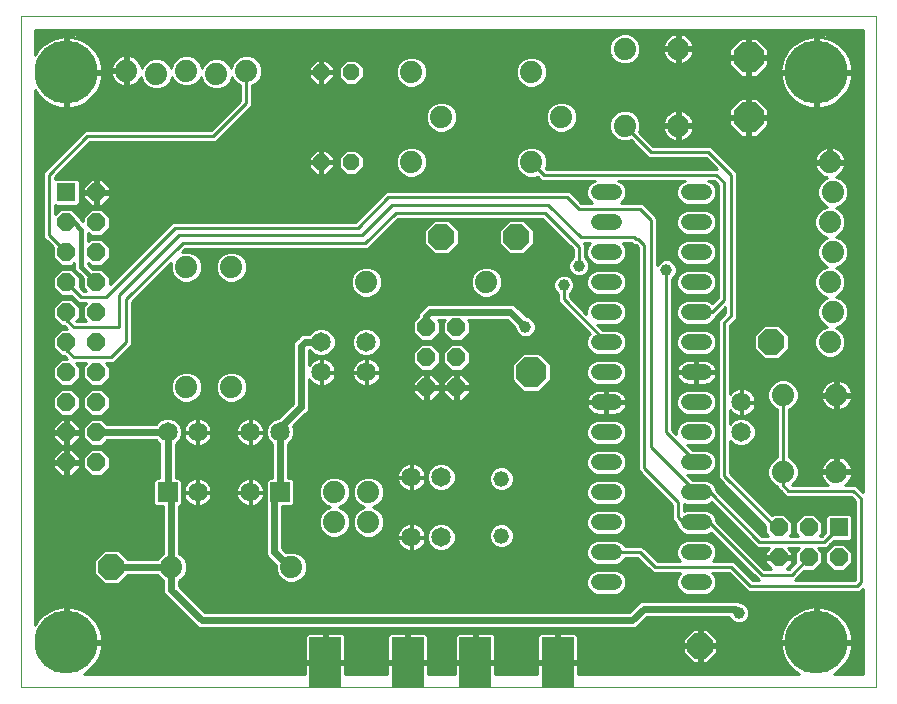
<source format=gbl>
G75*
%MOIN*%
%OFA0B0*%
%FSLAX25Y25*%
%IPPOS*%
%LPD*%
%AMOC8*
5,1,8,0,0,1.08239X$1,22.5*
%
%ADD10C,0.00000*%
%ADD11C,0.06500*%
%ADD12R,0.06500X0.06500*%
%ADD13C,0.05200*%
%ADD14R,0.06000X0.06000*%
%ADD15OC8,0.06000*%
%ADD16C,0.07400*%
%ADD17OC8,0.05200*%
%ADD18R,0.10500X0.16500*%
%ADD19C,0.05200*%
%ADD20OC8,0.08500*%
%ADD21OC8,0.10050*%
%ADD22C,0.21000*%
%ADD23C,0.01000*%
%ADD24C,0.03962*%
%ADD25C,0.02400*%
%ADD26C,0.01600*%
D10*
X0002370Y0038506D02*
X0002370Y0262207D01*
X0287291Y0262207D01*
X0287291Y0038506D01*
X0002370Y0038506D01*
X0095370Y0038506D02*
X0139370Y0038506D01*
X0145370Y0038506D02*
X0189370Y0038506D01*
D11*
X0142370Y0088506D03*
X0132370Y0088506D03*
X0132370Y0108506D03*
X0142370Y0108506D03*
X0117370Y0143506D03*
X0117370Y0153506D03*
X0102370Y0153506D03*
X0102370Y0143506D03*
X0088640Y0123506D03*
X0078640Y0123506D03*
X0061100Y0123506D03*
X0051100Y0123506D03*
X0061100Y0103506D03*
X0078640Y0103506D03*
X0242370Y0123506D03*
X0242370Y0133506D03*
D12*
X0088640Y0103506D03*
X0051100Y0103506D03*
D13*
X0194770Y0103506D02*
X0199970Y0103506D01*
X0199970Y0113506D02*
X0194770Y0113506D01*
X0194770Y0123506D02*
X0199970Y0123506D01*
X0199970Y0133506D02*
X0194770Y0133506D01*
X0194770Y0143506D02*
X0199970Y0143506D01*
X0199970Y0153506D02*
X0194770Y0153506D01*
X0194770Y0163506D02*
X0199970Y0163506D01*
X0199970Y0173506D02*
X0194770Y0173506D01*
X0194770Y0183506D02*
X0199970Y0183506D01*
X0199970Y0193506D02*
X0194770Y0193506D01*
X0194770Y0203506D02*
X0199970Y0203506D01*
X0224770Y0203506D02*
X0229970Y0203506D01*
X0229970Y0193506D02*
X0224770Y0193506D01*
X0224770Y0183506D02*
X0229970Y0183506D01*
X0229970Y0173506D02*
X0224770Y0173506D01*
X0224770Y0163506D02*
X0229970Y0163506D01*
X0229970Y0153506D02*
X0224770Y0153506D01*
X0224770Y0143506D02*
X0229970Y0143506D01*
X0229970Y0133506D02*
X0224770Y0133506D01*
X0224770Y0123506D02*
X0229970Y0123506D01*
X0229970Y0113506D02*
X0224770Y0113506D01*
X0224770Y0103506D02*
X0229970Y0103506D01*
X0229970Y0093506D02*
X0224770Y0093506D01*
X0224770Y0083506D02*
X0229970Y0083506D01*
X0229970Y0073506D02*
X0224770Y0073506D01*
X0199970Y0073506D02*
X0194770Y0073506D01*
X0194770Y0083506D02*
X0199970Y0083506D01*
X0199970Y0093506D02*
X0194770Y0093506D01*
D14*
X0274830Y0091766D03*
X0017370Y0203506D03*
D15*
X0017370Y0193506D03*
X0017370Y0183506D03*
X0017370Y0173506D03*
X0017370Y0163506D03*
X0017370Y0153506D03*
X0017370Y0143506D03*
X0017370Y0133506D03*
X0017370Y0123506D03*
X0017370Y0113506D03*
X0027370Y0113506D03*
X0027370Y0123506D03*
X0027370Y0133506D03*
X0027370Y0143506D03*
X0027370Y0153506D03*
X0027370Y0163506D03*
X0027370Y0173506D03*
X0027370Y0183506D03*
X0027370Y0193506D03*
X0027370Y0203506D03*
X0137370Y0158506D03*
X0137370Y0148506D03*
X0147370Y0148506D03*
X0147370Y0158506D03*
X0147370Y0138506D03*
X0137370Y0138506D03*
X0254830Y0091766D03*
X0264830Y0091766D03*
X0264830Y0081766D03*
X0254830Y0081766D03*
X0274830Y0081766D03*
D16*
X0274050Y0110306D03*
X0256250Y0110306D03*
X0256250Y0135906D03*
X0274050Y0135906D03*
X0271870Y0153506D03*
X0272870Y0163506D03*
X0271870Y0173506D03*
X0272870Y0183506D03*
X0271870Y0193506D03*
X0272870Y0203506D03*
X0271870Y0213506D03*
X0221270Y0225706D03*
X0203470Y0225706D03*
X0182370Y0228506D03*
X0172370Y0213506D03*
X0142370Y0228506D03*
X0132370Y0213506D03*
X0132370Y0243506D03*
X0172370Y0243506D03*
X0203470Y0251306D03*
X0221270Y0251306D03*
X0157370Y0173506D03*
X0117370Y0173506D03*
X0072370Y0178506D03*
X0057370Y0178506D03*
X0057370Y0138506D03*
X0072370Y0138506D03*
X0106670Y0103506D03*
X0106670Y0093506D03*
X0118070Y0093506D03*
X0118070Y0103506D03*
X0092370Y0078506D03*
X0052370Y0078506D03*
X0047370Y0243006D03*
X0037370Y0244006D03*
X0057370Y0244006D03*
X0067370Y0243006D03*
X0077370Y0244006D03*
D17*
X0102370Y0243506D03*
X0112370Y0243506D03*
X0112370Y0213506D03*
X0102370Y0213506D03*
D18*
X0103612Y0046835D03*
X0131128Y0046835D03*
X0153612Y0046835D03*
X0181128Y0046835D03*
D19*
X0162370Y0089006D03*
X0162370Y0108006D03*
D20*
X0228640Y0052316D03*
X0252370Y0153506D03*
X0167370Y0188506D03*
X0142370Y0188506D03*
X0032370Y0078506D03*
D21*
X0172370Y0143506D03*
X0244870Y0228506D03*
X0244870Y0248506D03*
D22*
X0267370Y0243506D03*
X0267370Y0053506D03*
X0017370Y0053506D03*
X0017370Y0243506D03*
D23*
X0017870Y0243134D02*
X0032243Y0243134D01*
X0032298Y0242789D02*
X0032184Y0243506D01*
X0036870Y0243506D01*
X0037870Y0243506D01*
X0037870Y0238821D01*
X0038588Y0238934D01*
X0039366Y0239187D01*
X0040095Y0239559D01*
X0040758Y0240040D01*
X0041336Y0240619D01*
X0041817Y0241281D01*
X0042170Y0241973D01*
X0042170Y0241972D01*
X0042962Y0240061D01*
X0044424Y0238598D01*
X0046336Y0237806D01*
X0048404Y0237806D01*
X0050316Y0238598D01*
X0051778Y0240061D01*
X0052570Y0241972D01*
X0052570Y0242006D01*
X0052962Y0241061D01*
X0054424Y0239598D01*
X0056336Y0238806D01*
X0058404Y0238806D01*
X0060316Y0239598D01*
X0061778Y0241061D01*
X0062170Y0242006D01*
X0062170Y0241972D01*
X0062962Y0240061D01*
X0064424Y0238598D01*
X0066336Y0237806D01*
X0068404Y0237806D01*
X0070316Y0238598D01*
X0071778Y0240061D01*
X0072570Y0241972D01*
X0072570Y0242006D01*
X0072962Y0241061D01*
X0074424Y0239598D01*
X0075370Y0239206D01*
X0075370Y0234035D01*
X0065442Y0224106D01*
X0023532Y0224106D01*
X0022360Y0222935D01*
X0009660Y0210235D01*
X0009660Y0188388D01*
X0010832Y0187216D01*
X0012870Y0185178D01*
X0012870Y0181642D01*
X0015506Y0179006D01*
X0019234Y0179006D01*
X0020070Y0179842D01*
X0020070Y0177554D01*
X0021417Y0176206D01*
X0022870Y0174754D01*
X0022870Y0171642D01*
X0024006Y0170506D01*
X0023198Y0170506D01*
X0021870Y0171835D01*
X0021870Y0175370D01*
X0019234Y0178006D01*
X0015506Y0178006D01*
X0012870Y0175370D01*
X0012870Y0171642D01*
X0015506Y0169006D01*
X0019042Y0169006D01*
X0021542Y0166506D01*
X0024006Y0166506D01*
X0022870Y0165370D01*
X0022870Y0161642D01*
X0024006Y0160506D01*
X0020734Y0160506D01*
X0021870Y0161642D01*
X0021870Y0165370D01*
X0019234Y0168006D01*
X0015506Y0168006D01*
X0012870Y0165370D01*
X0012870Y0161642D01*
X0015506Y0159006D01*
X0016542Y0159006D01*
X0017542Y0158006D01*
X0015506Y0158006D01*
X0012870Y0155370D01*
X0012870Y0151642D01*
X0015506Y0149006D01*
X0016542Y0149006D01*
X0017542Y0148006D01*
X0015506Y0148006D01*
X0012870Y0145370D01*
X0012870Y0141642D01*
X0015506Y0139006D01*
X0019234Y0139006D01*
X0021870Y0141642D01*
X0021870Y0145370D01*
X0020734Y0146506D01*
X0024006Y0146506D01*
X0022870Y0145370D01*
X0022870Y0141642D01*
X0025506Y0139006D01*
X0029234Y0139006D01*
X0031870Y0141642D01*
X0031870Y0145370D01*
X0030734Y0146506D01*
X0033198Y0146506D01*
X0034370Y0147678D01*
X0039370Y0152678D01*
X0039370Y0166978D01*
X0052338Y0179946D01*
X0052170Y0179541D01*
X0052170Y0177472D01*
X0052962Y0175561D01*
X0054424Y0174098D01*
X0056336Y0173306D01*
X0058404Y0173306D01*
X0060316Y0174098D01*
X0061778Y0175561D01*
X0062570Y0177472D01*
X0062570Y0179541D01*
X0061778Y0181452D01*
X0060316Y0182915D01*
X0058404Y0183706D01*
X0056336Y0183706D01*
X0055931Y0183539D01*
X0056938Y0184546D01*
X0117898Y0184546D01*
X0128058Y0194706D01*
X0175932Y0194706D01*
X0186190Y0184448D01*
X0186190Y0181849D01*
X0185239Y0180898D01*
X0184709Y0179619D01*
X0184709Y0178234D01*
X0185239Y0176954D01*
X0186218Y0175975D01*
X0187498Y0175445D01*
X0188882Y0175445D01*
X0190162Y0175975D01*
X0191141Y0176954D01*
X0191671Y0178234D01*
X0191671Y0179619D01*
X0191141Y0180898D01*
X0190190Y0181849D01*
X0190190Y0186105D01*
X0189788Y0186506D01*
X0191972Y0186506D01*
X0191294Y0185829D01*
X0190670Y0184322D01*
X0190670Y0182691D01*
X0191294Y0181184D01*
X0192448Y0180030D01*
X0193954Y0179406D01*
X0200786Y0179406D01*
X0202292Y0180030D01*
X0203446Y0181184D01*
X0204070Y0182691D01*
X0204070Y0184322D01*
X0203446Y0185829D01*
X0202768Y0186506D01*
X0205722Y0186506D01*
X0206412Y0185816D01*
X0207232Y0185816D01*
X0207870Y0185178D01*
X0207870Y0114555D01*
X0207780Y0114465D01*
X0207780Y0110788D01*
X0219210Y0099358D01*
X0219210Y0094278D01*
X0220670Y0092818D01*
X0220670Y0092691D01*
X0221294Y0091184D01*
X0222448Y0090030D01*
X0223954Y0089406D01*
X0230786Y0089406D01*
X0232292Y0090030D01*
X0232320Y0090058D01*
X0248132Y0074246D01*
X0246168Y0074246D01*
X0239818Y0080596D01*
X0232858Y0080596D01*
X0233446Y0081184D01*
X0234070Y0082691D01*
X0234070Y0084322D01*
X0233446Y0085829D01*
X0232292Y0086982D01*
X0230786Y0087606D01*
X0223954Y0087606D01*
X0222448Y0086982D01*
X0221294Y0085829D01*
X0220670Y0084322D01*
X0220670Y0082691D01*
X0221294Y0081184D01*
X0221882Y0080596D01*
X0214418Y0080596D01*
X0209338Y0085676D01*
X0203509Y0085676D01*
X0203446Y0085829D01*
X0202292Y0086982D01*
X0200786Y0087606D01*
X0193954Y0087606D01*
X0192448Y0086982D01*
X0191294Y0085829D01*
X0190670Y0084322D01*
X0190670Y0082691D01*
X0191294Y0081184D01*
X0192448Y0080030D01*
X0193954Y0079406D01*
X0200786Y0079406D01*
X0202292Y0080030D01*
X0203446Y0081184D01*
X0203650Y0081676D01*
X0207682Y0081676D01*
X0211590Y0077768D01*
X0212762Y0076596D01*
X0222062Y0076596D01*
X0221294Y0075829D01*
X0220670Y0074322D01*
X0220670Y0072691D01*
X0221294Y0071184D01*
X0222448Y0070030D01*
X0223954Y0069406D01*
X0230786Y0069406D01*
X0232292Y0070030D01*
X0233446Y0071184D01*
X0234070Y0072691D01*
X0234070Y0074322D01*
X0233446Y0075829D01*
X0232678Y0076596D01*
X0238162Y0076596D01*
X0243340Y0071418D01*
X0244512Y0070246D01*
X0281728Y0070246D01*
X0282791Y0071309D01*
X0282791Y0043006D01*
X0273214Y0043006D01*
X0274325Y0043704D01*
X0275379Y0044544D01*
X0276332Y0045498D01*
X0277172Y0046551D01*
X0277889Y0047693D01*
X0278474Y0048907D01*
X0278919Y0050179D01*
X0279219Y0051493D01*
X0279370Y0052832D01*
X0279370Y0053006D01*
X0267870Y0053006D01*
X0267870Y0054006D01*
X0279370Y0054006D01*
X0279370Y0054180D01*
X0279219Y0055520D01*
X0278919Y0056834D01*
X0278474Y0058106D01*
X0277889Y0059320D01*
X0277172Y0060461D01*
X0276332Y0061515D01*
X0275379Y0062468D01*
X0274325Y0063308D01*
X0273184Y0064026D01*
X0271969Y0064610D01*
X0270697Y0065055D01*
X0269383Y0065355D01*
X0268044Y0065506D01*
X0267870Y0065506D01*
X0267870Y0054006D01*
X0266870Y0054006D01*
X0266870Y0053006D01*
X0255370Y0053006D01*
X0255370Y0052832D01*
X0255521Y0051493D01*
X0255821Y0050179D01*
X0256266Y0048907D01*
X0256851Y0047693D01*
X0257568Y0046551D01*
X0258408Y0045498D01*
X0259361Y0044544D01*
X0260415Y0043704D01*
X0261526Y0043006D01*
X0187878Y0043006D01*
X0187878Y0046335D01*
X0181628Y0046335D01*
X0181628Y0047335D01*
X0180628Y0047335D01*
X0180628Y0056585D01*
X0175681Y0056585D01*
X0175299Y0056482D01*
X0174957Y0056285D01*
X0174678Y0056006D01*
X0174480Y0055664D01*
X0174378Y0055282D01*
X0174378Y0047335D01*
X0180628Y0047335D01*
X0180628Y0046335D01*
X0174378Y0046335D01*
X0174378Y0043006D01*
X0160362Y0043006D01*
X0160362Y0046335D01*
X0154112Y0046335D01*
X0154112Y0047335D01*
X0153112Y0047335D01*
X0153112Y0056585D01*
X0148164Y0056585D01*
X0147783Y0056482D01*
X0147441Y0056285D01*
X0147161Y0056006D01*
X0146964Y0055664D01*
X0146862Y0055282D01*
X0146862Y0047335D01*
X0153112Y0047335D01*
X0153112Y0046335D01*
X0146862Y0046335D01*
X0146862Y0043006D01*
X0137878Y0043006D01*
X0137878Y0046335D01*
X0131628Y0046335D01*
X0131628Y0047335D01*
X0130628Y0047335D01*
X0130628Y0056585D01*
X0125681Y0056585D01*
X0125299Y0056482D01*
X0124957Y0056285D01*
X0124678Y0056006D01*
X0124480Y0055664D01*
X0124378Y0055282D01*
X0124378Y0047335D01*
X0130628Y0047335D01*
X0130628Y0046335D01*
X0124378Y0046335D01*
X0124378Y0043006D01*
X0110362Y0043006D01*
X0110362Y0046335D01*
X0104112Y0046335D01*
X0104112Y0047335D01*
X0103112Y0047335D01*
X0103112Y0056585D01*
X0098164Y0056585D01*
X0097783Y0056482D01*
X0097441Y0056285D01*
X0097161Y0056006D01*
X0096964Y0055664D01*
X0096862Y0055282D01*
X0096862Y0047335D01*
X0103112Y0047335D01*
X0103112Y0046335D01*
X0096862Y0046335D01*
X0096862Y0043006D01*
X0023214Y0043006D01*
X0024325Y0043704D01*
X0025379Y0044544D01*
X0026332Y0045498D01*
X0027172Y0046551D01*
X0027889Y0047693D01*
X0028474Y0048907D01*
X0028919Y0050179D01*
X0029219Y0051493D01*
X0029370Y0052832D01*
X0029370Y0053006D01*
X0017870Y0053006D01*
X0017870Y0054006D01*
X0029370Y0054006D01*
X0029370Y0054180D01*
X0029219Y0055520D01*
X0028919Y0056834D01*
X0028474Y0058106D01*
X0027889Y0059320D01*
X0027172Y0060461D01*
X0026332Y0061515D01*
X0025379Y0062468D01*
X0024325Y0063308D01*
X0023184Y0064026D01*
X0021969Y0064610D01*
X0020697Y0065055D01*
X0019383Y0065355D01*
X0018044Y0065506D01*
X0017870Y0065506D01*
X0017870Y0054006D01*
X0016870Y0054006D01*
X0016870Y0065506D01*
X0016696Y0065506D01*
X0015357Y0065355D01*
X0014043Y0065055D01*
X0012771Y0064610D01*
X0011556Y0064026D01*
X0010415Y0063308D01*
X0009361Y0062468D01*
X0008408Y0061515D01*
X0007568Y0060461D01*
X0006870Y0059351D01*
X0006870Y0237662D01*
X0007568Y0236551D01*
X0008408Y0235498D01*
X0009361Y0234544D01*
X0010415Y0233704D01*
X0011556Y0232987D01*
X0012771Y0232402D01*
X0014043Y0231957D01*
X0015357Y0231657D01*
X0016696Y0231506D01*
X0016870Y0231506D01*
X0016870Y0243006D01*
X0017870Y0243006D01*
X0017870Y0231506D01*
X0018044Y0231506D01*
X0019383Y0231657D01*
X0020697Y0231957D01*
X0021969Y0232402D01*
X0023184Y0232987D01*
X0024325Y0233704D01*
X0025379Y0234544D01*
X0026332Y0235498D01*
X0027172Y0236551D01*
X0027889Y0237693D01*
X0028474Y0238907D01*
X0028919Y0240179D01*
X0029219Y0241493D01*
X0029370Y0242832D01*
X0029370Y0243006D01*
X0017870Y0243006D01*
X0017870Y0244006D01*
X0029370Y0244006D01*
X0029370Y0244180D01*
X0029219Y0245520D01*
X0028919Y0246834D01*
X0028474Y0248106D01*
X0027889Y0249320D01*
X0027172Y0250461D01*
X0026332Y0251515D01*
X0025379Y0252468D01*
X0024325Y0253308D01*
X0023184Y0254026D01*
X0021969Y0254610D01*
X0020697Y0255055D01*
X0019383Y0255355D01*
X0018044Y0255506D01*
X0017870Y0255506D01*
X0017870Y0244006D01*
X0016870Y0244006D01*
X0016870Y0255506D01*
X0016696Y0255506D01*
X0015357Y0255355D01*
X0014043Y0255055D01*
X0012771Y0254610D01*
X0011556Y0254026D01*
X0010415Y0253308D01*
X0009361Y0252468D01*
X0008408Y0251515D01*
X0007568Y0250461D01*
X0006870Y0249351D01*
X0006870Y0257707D01*
X0282791Y0257707D01*
X0282791Y0103663D01*
X0281630Y0104825D01*
X0280458Y0105996D01*
X0276965Y0105996D01*
X0277438Y0106340D01*
X0278016Y0106919D01*
X0278497Y0107581D01*
X0278869Y0108310D01*
X0279122Y0109089D01*
X0279236Y0109806D01*
X0274550Y0109806D01*
X0274550Y0110806D01*
X0279236Y0110806D01*
X0279122Y0111524D01*
X0278869Y0112302D01*
X0278497Y0113032D01*
X0278016Y0113694D01*
X0277438Y0114273D01*
X0276775Y0114754D01*
X0276046Y0115125D01*
X0275268Y0115378D01*
X0274550Y0115492D01*
X0274550Y0110806D01*
X0273550Y0110806D01*
X0273550Y0109806D01*
X0268864Y0109806D01*
X0268978Y0109089D01*
X0269231Y0108310D01*
X0269603Y0107581D01*
X0270084Y0106919D01*
X0270662Y0106340D01*
X0271135Y0105996D01*
X0259294Y0105996D01*
X0260658Y0107361D01*
X0261450Y0109272D01*
X0261450Y0111341D01*
X0260658Y0113252D01*
X0259196Y0114715D01*
X0258250Y0115106D01*
X0258250Y0131106D01*
X0259196Y0131498D01*
X0260658Y0132961D01*
X0261450Y0134872D01*
X0261450Y0136941D01*
X0260658Y0138852D01*
X0259196Y0140315D01*
X0257284Y0141106D01*
X0255216Y0141106D01*
X0253304Y0140315D01*
X0251842Y0138852D01*
X0251050Y0136941D01*
X0251050Y0134872D01*
X0251842Y0132961D01*
X0253304Y0131498D01*
X0254250Y0131106D01*
X0254250Y0115106D01*
X0253304Y0114715D01*
X0251842Y0113252D01*
X0251050Y0111341D01*
X0251050Y0109272D01*
X0251842Y0107361D01*
X0253304Y0105898D01*
X0254250Y0105506D01*
X0254250Y0104958D01*
X0255422Y0103786D01*
X0257212Y0101996D01*
X0278802Y0101996D01*
X0280170Y0100628D01*
X0280170Y0074345D01*
X0280072Y0074246D01*
X0260138Y0074246D01*
X0261120Y0075228D01*
X0263158Y0077266D01*
X0266694Y0077266D01*
X0269330Y0079902D01*
X0269330Y0083630D01*
X0267954Y0085006D01*
X0270898Y0085006D01*
X0272070Y0086178D01*
X0273158Y0087266D01*
X0278451Y0087266D01*
X0279330Y0088145D01*
X0279330Y0095388D01*
X0278451Y0096266D01*
X0271209Y0096266D01*
X0270330Y0095388D01*
X0270330Y0090095D01*
X0269242Y0089006D01*
X0268434Y0089006D01*
X0269330Y0089902D01*
X0269330Y0093630D01*
X0266694Y0096266D01*
X0262966Y0096266D01*
X0260330Y0093630D01*
X0260330Y0089902D01*
X0261226Y0089006D01*
X0258434Y0089006D01*
X0259330Y0089902D01*
X0259330Y0093630D01*
X0256694Y0096266D01*
X0252966Y0096266D01*
X0252527Y0095827D01*
X0238450Y0109905D01*
X0238450Y0120709D01*
X0239679Y0119479D01*
X0241425Y0118756D01*
X0243315Y0118756D01*
X0245061Y0119479D01*
X0246397Y0120816D01*
X0247120Y0122561D01*
X0247120Y0124451D01*
X0246397Y0126197D01*
X0245061Y0127533D01*
X0243315Y0128256D01*
X0241425Y0128256D01*
X0239679Y0127533D01*
X0238450Y0126304D01*
X0238450Y0130821D01*
X0238747Y0130412D01*
X0239276Y0129883D01*
X0239880Y0129444D01*
X0240547Y0129104D01*
X0241258Y0128873D01*
X0241996Y0128756D01*
X0242181Y0128756D01*
X0242181Y0133317D01*
X0242559Y0133317D01*
X0242559Y0128756D01*
X0242744Y0128756D01*
X0243482Y0128873D01*
X0244193Y0129104D01*
X0244860Y0129444D01*
X0245464Y0129883D01*
X0245993Y0130412D01*
X0246433Y0131017D01*
X0246772Y0131683D01*
X0247003Y0132394D01*
X0247120Y0133132D01*
X0247120Y0133317D01*
X0242559Y0133317D01*
X0242559Y0133695D01*
X0247120Y0133695D01*
X0247120Y0133880D01*
X0247003Y0134619D01*
X0246772Y0135330D01*
X0246433Y0135996D01*
X0245993Y0136601D01*
X0245464Y0137129D01*
X0244860Y0137569D01*
X0244193Y0137908D01*
X0243482Y0138139D01*
X0242744Y0138256D01*
X0242559Y0138256D01*
X0242559Y0133695D01*
X0242181Y0133695D01*
X0242181Y0138256D01*
X0241996Y0138256D01*
X0241258Y0138139D01*
X0240547Y0137908D01*
X0239880Y0137569D01*
X0239276Y0137129D01*
X0238747Y0136601D01*
X0238450Y0136192D01*
X0238450Y0159048D01*
X0240990Y0161588D01*
X0240990Y0210235D01*
X0239818Y0211406D01*
X0232198Y0219026D01*
X0212978Y0219026D01*
X0208278Y0223726D01*
X0208670Y0224672D01*
X0208670Y0226741D01*
X0207878Y0228652D01*
X0206416Y0230115D01*
X0204504Y0230906D01*
X0202436Y0230906D01*
X0200524Y0230115D01*
X0199062Y0228652D01*
X0198270Y0226741D01*
X0198270Y0224672D01*
X0199062Y0222761D01*
X0200524Y0221298D01*
X0202436Y0220506D01*
X0204504Y0220506D01*
X0205450Y0220898D01*
X0211322Y0215026D01*
X0230542Y0215026D01*
X0234162Y0211406D01*
X0177298Y0211406D01*
X0177178Y0211526D01*
X0177570Y0212472D01*
X0177570Y0214541D01*
X0176778Y0216452D01*
X0175316Y0217915D01*
X0173404Y0218706D01*
X0171336Y0218706D01*
X0169424Y0217915D01*
X0167962Y0216452D01*
X0167170Y0214541D01*
X0167170Y0212472D01*
X0167962Y0210561D01*
X0169424Y0209098D01*
X0171336Y0208306D01*
X0173404Y0208306D01*
X0174350Y0208698D01*
X0174470Y0208578D01*
X0175642Y0207406D01*
X0193472Y0207406D01*
X0192448Y0206982D01*
X0191294Y0205829D01*
X0190670Y0204322D01*
X0190670Y0202691D01*
X0191294Y0201184D01*
X0192448Y0200030D01*
X0192578Y0199976D01*
X0189018Y0199976D01*
X0185208Y0203786D01*
X0123862Y0203786D01*
X0122690Y0202615D01*
X0113702Y0193626D01*
X0052742Y0193626D01*
X0051570Y0192455D01*
X0031870Y0172755D01*
X0031870Y0175370D01*
X0029234Y0178006D01*
X0026123Y0178006D01*
X0024670Y0179459D01*
X0024670Y0179842D01*
X0025506Y0179006D01*
X0029234Y0179006D01*
X0031870Y0181642D01*
X0031870Y0185370D01*
X0029234Y0188006D01*
X0025506Y0188006D01*
X0024670Y0187170D01*
X0024670Y0189842D01*
X0025506Y0189006D01*
X0029234Y0189006D01*
X0031870Y0191642D01*
X0031870Y0195370D01*
X0029234Y0198006D01*
X0025506Y0198006D01*
X0022870Y0195370D01*
X0022870Y0193759D01*
X0022170Y0194459D01*
X0021870Y0194759D01*
X0021870Y0195370D01*
X0019234Y0198006D01*
X0015506Y0198006D01*
X0013660Y0196160D01*
X0013660Y0199095D01*
X0013749Y0199006D01*
X0020991Y0199006D01*
X0021870Y0199885D01*
X0021870Y0207128D01*
X0020991Y0208006D01*
X0013749Y0208006D01*
X0013660Y0207918D01*
X0013660Y0208578D01*
X0025188Y0220106D01*
X0067098Y0220106D01*
X0078198Y0231206D01*
X0079370Y0232378D01*
X0079370Y0239206D01*
X0080316Y0239598D01*
X0081778Y0241061D01*
X0082570Y0242972D01*
X0082570Y0245041D01*
X0081778Y0246952D01*
X0080316Y0248415D01*
X0078404Y0249206D01*
X0076336Y0249206D01*
X0074424Y0248415D01*
X0072962Y0246952D01*
X0072170Y0245041D01*
X0072170Y0245006D01*
X0071778Y0245952D01*
X0070316Y0247415D01*
X0068404Y0248206D01*
X0066336Y0248206D01*
X0064424Y0247415D01*
X0062962Y0245952D01*
X0062570Y0245006D01*
X0062570Y0245041D01*
X0061778Y0246952D01*
X0060316Y0248415D01*
X0058404Y0249206D01*
X0056336Y0249206D01*
X0054424Y0248415D01*
X0052962Y0246952D01*
X0052170Y0245041D01*
X0052170Y0245006D01*
X0051778Y0245952D01*
X0050316Y0247415D01*
X0048404Y0248206D01*
X0046336Y0248206D01*
X0044424Y0247415D01*
X0042962Y0245952D01*
X0042502Y0244843D01*
X0042442Y0245224D01*
X0042189Y0246002D01*
X0041817Y0246732D01*
X0041336Y0247394D01*
X0040758Y0247973D01*
X0040095Y0248454D01*
X0039366Y0248825D01*
X0038588Y0249078D01*
X0037870Y0249192D01*
X0037870Y0244506D01*
X0036870Y0244506D01*
X0036870Y0243506D01*
X0036870Y0238821D01*
X0036152Y0238934D01*
X0035374Y0239187D01*
X0034645Y0239559D01*
X0033982Y0240040D01*
X0033404Y0240619D01*
X0032923Y0241281D01*
X0032551Y0242010D01*
X0032298Y0242789D01*
X0032510Y0242136D02*
X0029291Y0242136D01*
X0029138Y0241137D02*
X0033027Y0241137D01*
X0033884Y0240139D02*
X0028905Y0240139D01*
X0028556Y0239140D02*
X0035519Y0239140D01*
X0036870Y0239140D02*
X0037870Y0239140D01*
X0037870Y0240139D02*
X0036870Y0240139D01*
X0036870Y0241137D02*
X0037870Y0241137D01*
X0037870Y0242136D02*
X0036870Y0242136D01*
X0036870Y0243134D02*
X0037870Y0243134D01*
X0036870Y0244133D02*
X0029370Y0244133D01*
X0029263Y0245131D02*
X0032283Y0245131D01*
X0032298Y0245224D02*
X0032184Y0244506D01*
X0036870Y0244506D01*
X0036870Y0249192D01*
X0036152Y0249078D01*
X0035374Y0248825D01*
X0034645Y0248454D01*
X0033982Y0247973D01*
X0033404Y0247394D01*
X0032923Y0246732D01*
X0032551Y0246002D01*
X0032298Y0245224D01*
X0032616Y0246130D02*
X0029080Y0246130D01*
X0028816Y0247128D02*
X0033211Y0247128D01*
X0034194Y0248127D02*
X0028464Y0248127D01*
X0027983Y0249125D02*
X0036449Y0249125D01*
X0036870Y0249125D02*
X0037870Y0249125D01*
X0038291Y0249125D02*
X0056140Y0249125D01*
X0054136Y0248127D02*
X0048597Y0248127D01*
X0050602Y0247128D02*
X0053138Y0247128D01*
X0052621Y0246130D02*
X0051601Y0246130D01*
X0052118Y0245131D02*
X0052208Y0245131D01*
X0052224Y0241137D02*
X0052930Y0241137D01*
X0053884Y0240139D02*
X0051811Y0240139D01*
X0050858Y0239140D02*
X0055530Y0239140D01*
X0059210Y0239140D02*
X0063882Y0239140D01*
X0062929Y0240139D02*
X0060856Y0240139D01*
X0061810Y0241137D02*
X0062516Y0241137D01*
X0062533Y0245131D02*
X0062622Y0245131D01*
X0062119Y0246130D02*
X0063139Y0246130D01*
X0064138Y0247128D02*
X0061602Y0247128D01*
X0060604Y0248127D02*
X0066143Y0248127D01*
X0068597Y0248127D02*
X0074136Y0248127D01*
X0073138Y0247128D02*
X0070602Y0247128D01*
X0071601Y0246130D02*
X0072621Y0246130D01*
X0072208Y0245131D02*
X0072118Y0245131D01*
X0072224Y0241137D02*
X0072930Y0241137D01*
X0073884Y0240139D02*
X0071811Y0240139D01*
X0070858Y0239140D02*
X0075370Y0239140D01*
X0075370Y0238142D02*
X0069214Y0238142D01*
X0065526Y0238142D02*
X0049214Y0238142D01*
X0045526Y0238142D02*
X0028105Y0238142D01*
X0027544Y0237143D02*
X0075370Y0237143D01*
X0075370Y0236145D02*
X0026848Y0236145D01*
X0025980Y0235146D02*
X0075370Y0235146D01*
X0075370Y0234148D02*
X0024881Y0234148D01*
X0023441Y0233149D02*
X0074484Y0233149D01*
X0073486Y0232151D02*
X0021250Y0232151D01*
X0017870Y0232151D02*
X0016870Y0232151D01*
X0016870Y0233149D02*
X0017870Y0233149D01*
X0017870Y0234148D02*
X0016870Y0234148D01*
X0016870Y0235146D02*
X0017870Y0235146D01*
X0017870Y0236145D02*
X0016870Y0236145D01*
X0016870Y0237143D02*
X0017870Y0237143D01*
X0017870Y0238142D02*
X0016870Y0238142D01*
X0016870Y0239140D02*
X0017870Y0239140D01*
X0017870Y0240139D02*
X0016870Y0240139D01*
X0016870Y0241137D02*
X0017870Y0241137D01*
X0017870Y0242136D02*
X0016870Y0242136D01*
X0016870Y0244133D02*
X0017870Y0244133D01*
X0017870Y0245131D02*
X0016870Y0245131D01*
X0016870Y0246130D02*
X0017870Y0246130D01*
X0017870Y0247128D02*
X0016870Y0247128D01*
X0016870Y0248127D02*
X0017870Y0248127D01*
X0017870Y0249125D02*
X0016870Y0249125D01*
X0016870Y0250124D02*
X0017870Y0250124D01*
X0017870Y0251122D02*
X0016870Y0251122D01*
X0016870Y0252121D02*
X0017870Y0252121D01*
X0017870Y0253119D02*
X0016870Y0253119D01*
X0016870Y0254118D02*
X0017870Y0254118D01*
X0017870Y0255116D02*
X0016870Y0255116D01*
X0014309Y0255116D02*
X0006870Y0255116D01*
X0006870Y0254118D02*
X0011748Y0254118D01*
X0010178Y0253119D02*
X0006870Y0253119D01*
X0006870Y0252121D02*
X0009014Y0252121D01*
X0008095Y0251122D02*
X0006870Y0251122D01*
X0006870Y0250124D02*
X0007356Y0250124D01*
X0006870Y0256115D02*
X0201490Y0256115D01*
X0202436Y0256506D02*
X0200524Y0255715D01*
X0199062Y0254252D01*
X0198270Y0252341D01*
X0198270Y0250272D01*
X0199062Y0248361D01*
X0200524Y0246898D01*
X0202436Y0246106D01*
X0204504Y0246106D01*
X0206416Y0246898D01*
X0207878Y0248361D01*
X0208670Y0250272D01*
X0208670Y0252341D01*
X0207878Y0254252D01*
X0206416Y0255715D01*
X0204504Y0256506D01*
X0202436Y0256506D01*
X0199926Y0255116D02*
X0020431Y0255116D01*
X0022992Y0254118D02*
X0199006Y0254118D01*
X0198593Y0253119D02*
X0024562Y0253119D01*
X0025726Y0252121D02*
X0198270Y0252121D01*
X0198270Y0251122D02*
X0026645Y0251122D01*
X0027384Y0250124D02*
X0198331Y0250124D01*
X0198745Y0249125D02*
X0078600Y0249125D01*
X0080604Y0248127D02*
X0129936Y0248127D01*
X0129424Y0247915D02*
X0131336Y0248706D01*
X0133404Y0248706D01*
X0135316Y0247915D01*
X0136778Y0246452D01*
X0137570Y0244541D01*
X0137570Y0242472D01*
X0136778Y0240561D01*
X0135316Y0239098D01*
X0133404Y0238306D01*
X0131336Y0238306D01*
X0129424Y0239098D01*
X0127962Y0240561D01*
X0127170Y0242472D01*
X0127170Y0244541D01*
X0127962Y0246452D01*
X0129424Y0247915D01*
X0128638Y0247128D02*
X0114546Y0247128D01*
X0114068Y0247606D02*
X0116470Y0245205D01*
X0116470Y0241808D01*
X0114068Y0239406D01*
X0110672Y0239406D01*
X0108270Y0241808D01*
X0108270Y0245205D01*
X0110672Y0247606D01*
X0114068Y0247606D01*
X0115545Y0246130D02*
X0127828Y0246130D01*
X0127415Y0245131D02*
X0116470Y0245131D01*
X0116470Y0244133D02*
X0127170Y0244133D01*
X0127170Y0243134D02*
X0116470Y0243134D01*
X0116470Y0242136D02*
X0127309Y0242136D01*
X0127723Y0241137D02*
X0115799Y0241137D01*
X0114801Y0240139D02*
X0128384Y0240139D01*
X0129382Y0239140D02*
X0079370Y0239140D01*
X0079370Y0238142D02*
X0256635Y0238142D01*
X0256851Y0237693D02*
X0256266Y0238907D01*
X0255821Y0240179D01*
X0255521Y0241493D01*
X0255370Y0242832D01*
X0255370Y0243006D01*
X0266870Y0243006D01*
X0267870Y0243006D01*
X0267870Y0231506D01*
X0268044Y0231506D01*
X0269383Y0231657D01*
X0270697Y0231957D01*
X0271969Y0232402D01*
X0273184Y0232987D01*
X0274325Y0233704D01*
X0275379Y0234544D01*
X0276332Y0235498D01*
X0277172Y0236551D01*
X0277889Y0237693D01*
X0278474Y0238907D01*
X0278919Y0240179D01*
X0279219Y0241493D01*
X0279370Y0242832D01*
X0279370Y0243006D01*
X0267870Y0243006D01*
X0267870Y0244006D01*
X0279370Y0244006D01*
X0279370Y0244180D01*
X0279219Y0245520D01*
X0278919Y0246834D01*
X0278474Y0248106D01*
X0277889Y0249320D01*
X0277172Y0250461D01*
X0276332Y0251515D01*
X0275379Y0252468D01*
X0274325Y0253308D01*
X0273184Y0254026D01*
X0271969Y0254610D01*
X0270697Y0255055D01*
X0269383Y0255355D01*
X0268044Y0255506D01*
X0267870Y0255506D01*
X0267870Y0244006D01*
X0266870Y0244006D01*
X0266870Y0243006D01*
X0266870Y0231506D01*
X0266696Y0231506D01*
X0265357Y0231657D01*
X0264043Y0231957D01*
X0262771Y0232402D01*
X0261556Y0232987D01*
X0260415Y0233704D01*
X0259361Y0234544D01*
X0258408Y0235498D01*
X0257568Y0236551D01*
X0256851Y0237693D01*
X0257196Y0237143D02*
X0079370Y0237143D01*
X0079370Y0236145D02*
X0257892Y0236145D01*
X0258760Y0235146D02*
X0079370Y0235146D01*
X0079370Y0234148D02*
X0241284Y0234148D01*
X0242167Y0235031D02*
X0238345Y0231209D01*
X0238345Y0229006D01*
X0244370Y0229006D01*
X0244370Y0228006D01*
X0245370Y0228006D01*
X0245370Y0221981D01*
X0247573Y0221981D01*
X0251395Y0225804D01*
X0251395Y0228006D01*
X0245370Y0228006D01*
X0245370Y0229006D01*
X0251395Y0229006D01*
X0251395Y0231209D01*
X0247573Y0235031D01*
X0245370Y0235031D01*
X0245370Y0229006D01*
X0244370Y0229006D01*
X0244370Y0235031D01*
X0242167Y0235031D01*
X0244370Y0234148D02*
X0245370Y0234148D01*
X0245370Y0233149D02*
X0244370Y0233149D01*
X0244370Y0232151D02*
X0245370Y0232151D01*
X0245370Y0231152D02*
X0244370Y0231152D01*
X0244370Y0230153D02*
X0245370Y0230153D01*
X0245370Y0229155D02*
X0244370Y0229155D01*
X0244370Y0228156D02*
X0225858Y0228156D01*
X0225717Y0228432D02*
X0226089Y0227702D01*
X0226342Y0226924D01*
X0226456Y0226206D01*
X0221770Y0226206D01*
X0221770Y0225206D01*
X0221770Y0220521D01*
X0222488Y0220634D01*
X0223266Y0220887D01*
X0223995Y0221259D01*
X0224658Y0221740D01*
X0225236Y0222319D01*
X0225717Y0222981D01*
X0226089Y0223710D01*
X0226342Y0224489D01*
X0226456Y0225206D01*
X0221770Y0225206D01*
X0220770Y0225206D01*
X0220770Y0220521D01*
X0220052Y0220634D01*
X0219274Y0220887D01*
X0218545Y0221259D01*
X0217882Y0221740D01*
X0217304Y0222319D01*
X0216823Y0222981D01*
X0216451Y0223710D01*
X0216198Y0224489D01*
X0216084Y0225206D01*
X0220770Y0225206D01*
X0220770Y0226206D01*
X0216084Y0226206D01*
X0216198Y0226924D01*
X0216451Y0227702D01*
X0216823Y0228432D01*
X0217304Y0229094D01*
X0217882Y0229673D01*
X0218545Y0230154D01*
X0219274Y0230525D01*
X0220052Y0230778D01*
X0220770Y0230892D01*
X0220770Y0226206D01*
X0221770Y0226206D01*
X0221770Y0230892D01*
X0222488Y0230778D01*
X0223266Y0230525D01*
X0223995Y0230154D01*
X0224658Y0229673D01*
X0225236Y0229094D01*
X0225717Y0228432D01*
X0225175Y0229155D02*
X0238345Y0229155D01*
X0238345Y0230153D02*
X0223996Y0230153D01*
X0221770Y0230153D02*
X0220770Y0230153D01*
X0220770Y0229155D02*
X0221770Y0229155D01*
X0221770Y0228156D02*
X0220770Y0228156D01*
X0220770Y0227158D02*
X0221770Y0227158D01*
X0221770Y0226159D02*
X0238345Y0226159D01*
X0238345Y0225804D02*
X0242167Y0221981D01*
X0244370Y0221981D01*
X0244370Y0228006D01*
X0238345Y0228006D01*
X0238345Y0225804D01*
X0238988Y0225161D02*
X0226448Y0225161D01*
X0226236Y0224162D02*
X0239986Y0224162D01*
X0240985Y0223164D02*
X0225811Y0223164D01*
X0225083Y0222165D02*
X0241983Y0222165D01*
X0244370Y0222165D02*
X0245370Y0222165D01*
X0245370Y0223164D02*
X0244370Y0223164D01*
X0244370Y0224162D02*
X0245370Y0224162D01*
X0245370Y0225161D02*
X0244370Y0225161D01*
X0244370Y0226159D02*
X0245370Y0226159D01*
X0245370Y0227158D02*
X0244370Y0227158D01*
X0245370Y0228156D02*
X0282791Y0228156D01*
X0282791Y0227158D02*
X0251395Y0227158D01*
X0251395Y0226159D02*
X0282791Y0226159D01*
X0282791Y0225161D02*
X0250752Y0225161D01*
X0249754Y0224162D02*
X0282791Y0224162D01*
X0282791Y0223164D02*
X0248755Y0223164D01*
X0247757Y0222165D02*
X0282791Y0222165D01*
X0282791Y0221167D02*
X0223815Y0221167D01*
X0221770Y0221167D02*
X0220770Y0221167D01*
X0220770Y0222165D02*
X0221770Y0222165D01*
X0221770Y0223164D02*
X0220770Y0223164D01*
X0220770Y0224162D02*
X0221770Y0224162D01*
X0221770Y0225161D02*
X0220770Y0225161D01*
X0220770Y0226159D02*
X0208670Y0226159D01*
X0208670Y0225161D02*
X0216092Y0225161D01*
X0216304Y0224162D02*
X0208459Y0224162D01*
X0208841Y0223164D02*
X0216729Y0223164D01*
X0217457Y0222165D02*
X0209839Y0222165D01*
X0210838Y0221167D02*
X0218725Y0221167D01*
X0212835Y0219170D02*
X0282791Y0219170D01*
X0282791Y0220168D02*
X0211836Y0220168D01*
X0212150Y0217026D02*
X0203470Y0225706D01*
X0199657Y0222165D02*
X0069158Y0222165D01*
X0070156Y0223164D02*
X0198895Y0223164D01*
X0198481Y0224162D02*
X0185380Y0224162D01*
X0185316Y0224098D02*
X0186778Y0225561D01*
X0187570Y0227472D01*
X0187570Y0229541D01*
X0186778Y0231452D01*
X0185316Y0232915D01*
X0183404Y0233706D01*
X0181336Y0233706D01*
X0179424Y0232915D01*
X0177962Y0231452D01*
X0177170Y0229541D01*
X0177170Y0227472D01*
X0177962Y0225561D01*
X0179424Y0224098D01*
X0181336Y0223306D01*
X0183404Y0223306D01*
X0185316Y0224098D01*
X0186379Y0225161D02*
X0198270Y0225161D01*
X0198270Y0226159D02*
X0187026Y0226159D01*
X0187440Y0227158D02*
X0198443Y0227158D01*
X0198856Y0228156D02*
X0187570Y0228156D01*
X0187570Y0229155D02*
X0199565Y0229155D01*
X0200618Y0230153D02*
X0187316Y0230153D01*
X0186903Y0231152D02*
X0238345Y0231152D01*
X0239286Y0232151D02*
X0186080Y0232151D01*
X0184750Y0233149D02*
X0240285Y0233149D01*
X0238345Y0227158D02*
X0226266Y0227158D01*
X0218544Y0230153D02*
X0206322Y0230153D01*
X0207375Y0229155D02*
X0217365Y0229155D01*
X0216682Y0228156D02*
X0208084Y0228156D01*
X0208497Y0227158D02*
X0216274Y0227158D01*
X0212150Y0217026D02*
X0231370Y0217026D01*
X0238990Y0209406D01*
X0238990Y0162416D01*
X0236450Y0159876D01*
X0236450Y0109076D01*
X0253760Y0091766D01*
X0254830Y0091766D01*
X0250330Y0091360D02*
X0246844Y0091360D01*
X0247843Y0090362D02*
X0250330Y0090362D01*
X0250330Y0089902D02*
X0251226Y0089006D01*
X0249198Y0089006D01*
X0234070Y0104135D01*
X0234070Y0104322D01*
X0233446Y0105829D01*
X0232292Y0106982D01*
X0230786Y0107606D01*
X0226098Y0107606D01*
X0224298Y0109406D01*
X0230786Y0109406D01*
X0232292Y0110030D01*
X0233446Y0111184D01*
X0234070Y0112691D01*
X0234070Y0114322D01*
X0233446Y0115829D01*
X0232292Y0116982D01*
X0230786Y0117606D01*
X0226098Y0117606D01*
X0224298Y0119406D01*
X0230786Y0119406D01*
X0232292Y0120030D01*
X0233446Y0121184D01*
X0234070Y0122691D01*
X0234070Y0124322D01*
X0233446Y0125829D01*
X0232292Y0126982D01*
X0230786Y0127606D01*
X0223954Y0127606D01*
X0222448Y0126982D01*
X0221294Y0125829D01*
X0220670Y0124322D01*
X0220670Y0123035D01*
X0219400Y0124305D01*
X0219400Y0174733D01*
X0220351Y0175684D01*
X0220881Y0176964D01*
X0220881Y0178349D01*
X0220351Y0179628D01*
X0219372Y0180607D01*
X0218092Y0181137D01*
X0216708Y0181137D01*
X0215428Y0180607D01*
X0214449Y0179628D01*
X0214320Y0179317D01*
X0214320Y0194995D01*
X0210510Y0198805D01*
X0209338Y0199976D01*
X0202162Y0199976D01*
X0202292Y0200030D01*
X0203446Y0201184D01*
X0204070Y0202691D01*
X0204070Y0204322D01*
X0203446Y0205829D01*
X0202292Y0206982D01*
X0201268Y0207406D01*
X0223472Y0207406D01*
X0222448Y0206982D01*
X0221294Y0205829D01*
X0220670Y0204322D01*
X0220670Y0202691D01*
X0221294Y0201184D01*
X0222448Y0200030D01*
X0223954Y0199406D01*
X0230786Y0199406D01*
X0232292Y0200030D01*
X0233446Y0201184D01*
X0234070Y0202691D01*
X0234070Y0204322D01*
X0233446Y0205829D01*
X0232292Y0206982D01*
X0231268Y0207406D01*
X0233082Y0207406D01*
X0234450Y0206038D01*
X0234450Y0168325D01*
X0232700Y0166575D01*
X0232292Y0166982D01*
X0230786Y0167606D01*
X0223954Y0167606D01*
X0222448Y0166982D01*
X0221294Y0165829D01*
X0220670Y0164322D01*
X0220670Y0162691D01*
X0221294Y0161184D01*
X0222448Y0160030D01*
X0223954Y0159406D01*
X0230786Y0159406D01*
X0232292Y0160030D01*
X0233446Y0161184D01*
X0233785Y0162003D01*
X0234460Y0162678D01*
X0236990Y0165208D01*
X0236990Y0163245D01*
X0235622Y0161876D01*
X0234450Y0160705D01*
X0234450Y0108248D01*
X0250330Y0092368D01*
X0250330Y0089902D01*
X0250869Y0089363D02*
X0248841Y0089363D01*
X0248370Y0087006D02*
X0231870Y0103506D01*
X0227370Y0103506D01*
X0212320Y0118556D01*
X0212320Y0194166D01*
X0208510Y0197976D01*
X0188190Y0197976D01*
X0184380Y0201786D01*
X0124690Y0201786D01*
X0114530Y0191626D01*
X0053570Y0191626D01*
X0030450Y0168506D01*
X0022370Y0168506D01*
X0017370Y0173506D01*
X0014270Y0170243D02*
X0006870Y0170243D01*
X0006870Y0171241D02*
X0013271Y0171241D01*
X0012870Y0172240D02*
X0006870Y0172240D01*
X0006870Y0173238D02*
X0012870Y0173238D01*
X0012870Y0174237D02*
X0006870Y0174237D01*
X0006870Y0175235D02*
X0012870Y0175235D01*
X0013734Y0176234D02*
X0006870Y0176234D01*
X0006870Y0177232D02*
X0014732Y0177232D01*
X0015283Y0179229D02*
X0006870Y0179229D01*
X0006870Y0178231D02*
X0020070Y0178231D01*
X0020070Y0179229D02*
X0019457Y0179229D01*
X0020008Y0177232D02*
X0020391Y0177232D01*
X0021006Y0176234D02*
X0021390Y0176234D01*
X0021870Y0175235D02*
X0022388Y0175235D01*
X0022870Y0174237D02*
X0021870Y0174237D01*
X0021870Y0173238D02*
X0022870Y0173238D01*
X0022870Y0172240D02*
X0021870Y0172240D01*
X0022463Y0171241D02*
X0023271Y0171241D01*
X0019802Y0168246D02*
X0006870Y0168246D01*
X0006870Y0169244D02*
X0015268Y0169244D01*
X0014747Y0167247D02*
X0006870Y0167247D01*
X0006870Y0166249D02*
X0013749Y0166249D01*
X0012870Y0165250D02*
X0006870Y0165250D01*
X0006870Y0164252D02*
X0012870Y0164252D01*
X0012870Y0163253D02*
X0006870Y0163253D01*
X0006870Y0162255D02*
X0012870Y0162255D01*
X0013256Y0161256D02*
X0006870Y0161256D01*
X0006870Y0160258D02*
X0014255Y0160258D01*
X0015253Y0159259D02*
X0006870Y0159259D01*
X0006870Y0158261D02*
X0017287Y0158261D01*
X0019870Y0158506D02*
X0017370Y0161006D01*
X0017370Y0163506D01*
X0017370Y0165586D01*
X0019993Y0167247D02*
X0020801Y0167247D01*
X0020991Y0166249D02*
X0023749Y0166249D01*
X0022870Y0165250D02*
X0021870Y0165250D01*
X0021870Y0164252D02*
X0022870Y0164252D01*
X0022870Y0163253D02*
X0021870Y0163253D01*
X0021870Y0162255D02*
X0022870Y0162255D01*
X0023256Y0161256D02*
X0021484Y0161256D01*
X0019870Y0158506D02*
X0034870Y0158506D01*
X0034870Y0169116D01*
X0054840Y0189086D01*
X0115800Y0189086D01*
X0125960Y0199246D01*
X0178030Y0199246D01*
X0188770Y0188506D01*
X0206550Y0188506D01*
X0207240Y0187816D01*
X0208060Y0187816D01*
X0209870Y0186006D01*
X0209870Y0113726D01*
X0209780Y0113636D01*
X0209780Y0111616D01*
X0221210Y0100186D01*
X0221210Y0095106D01*
X0222810Y0093506D01*
X0227370Y0093506D01*
X0231700Y0093506D01*
X0249150Y0076056D01*
X0259120Y0076056D01*
X0264830Y0081766D01*
X0261706Y0085006D02*
X0260330Y0083630D01*
X0260330Y0080095D01*
X0258292Y0078056D01*
X0257484Y0078056D01*
X0259330Y0079902D01*
X0259330Y0081266D01*
X0255330Y0081266D01*
X0255330Y0082266D01*
X0259330Y0082266D01*
X0259330Y0083630D01*
X0257954Y0085006D01*
X0261706Y0085006D01*
X0261071Y0084371D02*
X0258589Y0084371D01*
X0259330Y0083372D02*
X0260330Y0083372D01*
X0260330Y0082374D02*
X0259330Y0082374D01*
X0260330Y0081375D02*
X0255330Y0081375D01*
X0254330Y0081375D02*
X0246659Y0081375D01*
X0245661Y0082374D02*
X0250330Y0082374D01*
X0250330Y0082266D02*
X0254330Y0082266D01*
X0254330Y0081266D01*
X0250330Y0081266D01*
X0250330Y0079902D01*
X0252176Y0078056D01*
X0249978Y0078056D01*
X0234070Y0093965D01*
X0234070Y0094322D01*
X0233446Y0095829D01*
X0232292Y0096982D01*
X0230786Y0097606D01*
X0223954Y0097606D01*
X0223210Y0097298D01*
X0223210Y0099715D01*
X0223954Y0099406D01*
X0230786Y0099406D01*
X0232292Y0100030D01*
X0232405Y0100143D01*
X0247542Y0085006D01*
X0251706Y0085006D01*
X0250330Y0083630D01*
X0250330Y0082266D01*
X0250330Y0083372D02*
X0244662Y0083372D01*
X0243664Y0084371D02*
X0251071Y0084371D01*
X0248370Y0087006D02*
X0270070Y0087006D01*
X0274830Y0091766D01*
X0279330Y0091360D02*
X0280170Y0091360D01*
X0280170Y0090362D02*
X0279330Y0090362D01*
X0279330Y0089363D02*
X0280170Y0089363D01*
X0280170Y0088365D02*
X0279330Y0088365D01*
X0278551Y0087366D02*
X0280170Y0087366D01*
X0280170Y0086368D02*
X0272260Y0086368D01*
X0272966Y0086266D02*
X0270330Y0083630D01*
X0270330Y0079902D01*
X0272966Y0077266D01*
X0276694Y0077266D01*
X0279330Y0079902D01*
X0279330Y0083630D01*
X0276694Y0086266D01*
X0272966Y0086266D01*
X0272069Y0085369D02*
X0271261Y0085369D01*
X0271071Y0084371D02*
X0268589Y0084371D01*
X0269330Y0083372D02*
X0270330Y0083372D01*
X0270330Y0082374D02*
X0269330Y0082374D01*
X0269330Y0081375D02*
X0270330Y0081375D01*
X0270330Y0080377D02*
X0269330Y0080377D01*
X0268806Y0079378D02*
X0270854Y0079378D01*
X0271853Y0078380D02*
X0267807Y0078380D01*
X0266809Y0077381D02*
X0272851Y0077381D01*
X0276809Y0077381D02*
X0280170Y0077381D01*
X0280170Y0076383D02*
X0262275Y0076383D01*
X0261276Y0075384D02*
X0280170Y0075384D01*
X0280170Y0074386D02*
X0260278Y0074386D01*
X0258615Y0078380D02*
X0257807Y0078380D01*
X0258806Y0079378D02*
X0259614Y0079378D01*
X0259330Y0080377D02*
X0260330Y0080377D01*
X0251853Y0078380D02*
X0249655Y0078380D01*
X0248656Y0079378D02*
X0250854Y0079378D01*
X0250330Y0080377D02*
X0247658Y0080377D01*
X0244997Y0077381D02*
X0243033Y0077381D01*
X0243998Y0078380D02*
X0242035Y0078380D01*
X0243000Y0079378D02*
X0241036Y0079378D01*
X0242001Y0080377D02*
X0240038Y0080377D01*
X0241003Y0081375D02*
X0233525Y0081375D01*
X0233939Y0082374D02*
X0240004Y0082374D01*
X0239006Y0083372D02*
X0234070Y0083372D01*
X0234050Y0084371D02*
X0238007Y0084371D01*
X0237009Y0085369D02*
X0233636Y0085369D01*
X0232907Y0086368D02*
X0236010Y0086368D01*
X0235012Y0087366D02*
X0231365Y0087366D01*
X0233014Y0089363D02*
X0166470Y0089363D01*
X0166470Y0089822D02*
X0165846Y0091329D01*
X0164692Y0092482D01*
X0163186Y0093106D01*
X0161554Y0093106D01*
X0160048Y0092482D01*
X0158894Y0091329D01*
X0158270Y0089822D01*
X0158270Y0088191D01*
X0158894Y0086684D01*
X0160048Y0085530D01*
X0161554Y0084906D01*
X0163186Y0084906D01*
X0164692Y0085530D01*
X0165846Y0086684D01*
X0166470Y0088191D01*
X0166470Y0089822D01*
X0166246Y0090362D02*
X0192116Y0090362D01*
X0192448Y0090030D02*
X0193954Y0089406D01*
X0200786Y0089406D01*
X0202292Y0090030D01*
X0203446Y0091184D01*
X0204070Y0092691D01*
X0204070Y0094322D01*
X0203446Y0095829D01*
X0202292Y0096982D01*
X0200786Y0097606D01*
X0193954Y0097606D01*
X0192448Y0096982D01*
X0191294Y0095829D01*
X0190670Y0094322D01*
X0190670Y0092691D01*
X0191294Y0091184D01*
X0192448Y0090030D01*
X0191221Y0091360D02*
X0165814Y0091360D01*
X0164816Y0092359D02*
X0190807Y0092359D01*
X0190670Y0093357D02*
X0123270Y0093357D01*
X0123270Y0092472D02*
X0123270Y0094541D01*
X0122478Y0096452D01*
X0121016Y0097915D01*
X0119587Y0098506D01*
X0121016Y0099098D01*
X0122478Y0100561D01*
X0123270Y0102472D01*
X0123270Y0104541D01*
X0122478Y0106452D01*
X0121016Y0107915D01*
X0119104Y0108706D01*
X0117036Y0108706D01*
X0115124Y0107915D01*
X0113662Y0106452D01*
X0112870Y0104541D01*
X0112870Y0102472D01*
X0113662Y0100561D01*
X0115124Y0099098D01*
X0116553Y0098506D01*
X0115124Y0097915D01*
X0113662Y0096452D01*
X0112870Y0094541D01*
X0112870Y0092472D01*
X0113662Y0090561D01*
X0115124Y0089098D01*
X0117036Y0088306D01*
X0119104Y0088306D01*
X0121016Y0089098D01*
X0122478Y0090561D01*
X0123270Y0092472D01*
X0123223Y0092359D02*
X0129592Y0092359D01*
X0129880Y0092569D02*
X0129276Y0092129D01*
X0128747Y0091601D01*
X0128307Y0090996D01*
X0127968Y0090330D01*
X0127737Y0089619D01*
X0127620Y0088880D01*
X0127620Y0088695D01*
X0132181Y0088695D01*
X0132181Y0088317D01*
X0132559Y0088317D01*
X0132559Y0083756D01*
X0132744Y0083756D01*
X0133482Y0083873D01*
X0134193Y0084104D01*
X0134860Y0084444D01*
X0135464Y0084883D01*
X0135993Y0085412D01*
X0136433Y0086017D01*
X0136772Y0086683D01*
X0137003Y0087394D01*
X0137120Y0088132D01*
X0137120Y0088317D01*
X0132559Y0088317D01*
X0132559Y0088695D01*
X0137120Y0088695D01*
X0137120Y0088880D01*
X0137003Y0089619D01*
X0136772Y0090330D01*
X0136433Y0090996D01*
X0135993Y0091601D01*
X0135464Y0092129D01*
X0134860Y0092569D01*
X0134193Y0092908D01*
X0133482Y0093139D01*
X0132744Y0093256D01*
X0132559Y0093256D01*
X0132559Y0088695D01*
X0132181Y0088695D01*
X0132181Y0093256D01*
X0131996Y0093256D01*
X0131258Y0093139D01*
X0130547Y0092908D01*
X0129880Y0092569D01*
X0128572Y0091360D02*
X0122810Y0091360D01*
X0122280Y0090362D02*
X0127984Y0090362D01*
X0127697Y0089363D02*
X0121281Y0089363D01*
X0119246Y0088365D02*
X0132181Y0088365D01*
X0132181Y0088317D02*
X0127620Y0088317D01*
X0127620Y0088132D01*
X0127737Y0087394D01*
X0127968Y0086683D01*
X0128307Y0086017D01*
X0128747Y0085412D01*
X0129276Y0084883D01*
X0129880Y0084444D01*
X0130547Y0084104D01*
X0131258Y0083873D01*
X0131996Y0083756D01*
X0132181Y0083756D01*
X0132181Y0088317D01*
X0132559Y0088365D02*
X0137620Y0088365D01*
X0137620Y0087561D02*
X0138343Y0085816D01*
X0139679Y0084479D01*
X0141425Y0083756D01*
X0143315Y0083756D01*
X0145061Y0084479D01*
X0146397Y0085816D01*
X0147120Y0087561D01*
X0147120Y0089451D01*
X0146397Y0091197D01*
X0145061Y0092533D01*
X0143315Y0093256D01*
X0141425Y0093256D01*
X0139679Y0092533D01*
X0138343Y0091197D01*
X0137620Y0089451D01*
X0137620Y0087561D01*
X0137701Y0087366D02*
X0136994Y0087366D01*
X0136611Y0086368D02*
X0138114Y0086368D01*
X0138789Y0085369D02*
X0135951Y0085369D01*
X0134716Y0084371D02*
X0139942Y0084371D01*
X0144798Y0084371D02*
X0190690Y0084371D01*
X0190670Y0083372D02*
X0094211Y0083372D01*
X0093404Y0083706D02*
X0091336Y0083706D01*
X0090659Y0083426D01*
X0089290Y0084795D01*
X0089290Y0098756D01*
X0092511Y0098756D01*
X0093390Y0099635D01*
X0093390Y0107378D01*
X0092511Y0108256D01*
X0091340Y0108256D01*
X0091340Y0119489D01*
X0092667Y0120816D01*
X0093390Y0122561D01*
X0093390Y0124451D01*
X0092928Y0125566D01*
X0097009Y0129647D01*
X0097769Y0130407D01*
X0098180Y0131399D01*
X0098180Y0141267D01*
X0098307Y0141017D01*
X0098747Y0140412D01*
X0099276Y0139883D01*
X0099880Y0139444D01*
X0100547Y0139104D01*
X0101258Y0138873D01*
X0101996Y0138756D01*
X0102181Y0138756D01*
X0102181Y0143317D01*
X0102559Y0143317D01*
X0102559Y0138756D01*
X0102744Y0138756D01*
X0103482Y0138873D01*
X0104193Y0139104D01*
X0104860Y0139444D01*
X0105464Y0139883D01*
X0105993Y0140412D01*
X0106433Y0141017D01*
X0106772Y0141683D01*
X0107003Y0142394D01*
X0107120Y0143132D01*
X0107120Y0143317D01*
X0102559Y0143317D01*
X0102559Y0143695D01*
X0107120Y0143695D01*
X0107120Y0143880D01*
X0107003Y0144619D01*
X0106772Y0145330D01*
X0106433Y0145996D01*
X0105993Y0146601D01*
X0105464Y0147129D01*
X0104860Y0147569D01*
X0104193Y0147908D01*
X0103482Y0148139D01*
X0102744Y0148256D01*
X0102559Y0148256D01*
X0102559Y0143695D01*
X0102181Y0143695D01*
X0102181Y0148256D01*
X0101996Y0148256D01*
X0101258Y0148139D01*
X0100547Y0147908D01*
X0099880Y0147569D01*
X0099276Y0147129D01*
X0098747Y0146601D01*
X0098307Y0145996D01*
X0098180Y0145746D01*
X0098180Y0150826D01*
X0098339Y0150826D01*
X0098343Y0150816D01*
X0099679Y0149479D01*
X0101425Y0148756D01*
X0103315Y0148756D01*
X0105061Y0149479D01*
X0106397Y0150816D01*
X0107120Y0152561D01*
X0107120Y0154451D01*
X0106397Y0156197D01*
X0105061Y0157533D01*
X0103315Y0158256D01*
X0101425Y0158256D01*
X0099679Y0157533D01*
X0098373Y0156226D01*
X0096213Y0156226D01*
X0095221Y0155815D01*
X0094461Y0155056D01*
X0093191Y0153786D01*
X0092780Y0152793D01*
X0092780Y0133055D01*
X0087982Y0128256D01*
X0087695Y0128256D01*
X0085949Y0127533D01*
X0084613Y0126197D01*
X0083890Y0124451D01*
X0083890Y0122561D01*
X0084613Y0120816D01*
X0085940Y0119489D01*
X0085940Y0108256D01*
X0084769Y0108256D01*
X0083890Y0107378D01*
X0083890Y0099635D01*
X0083890Y0083139D01*
X0084301Y0082147D01*
X0085061Y0081387D01*
X0087170Y0079278D01*
X0087170Y0077472D01*
X0087962Y0075561D01*
X0089424Y0074098D01*
X0091336Y0073306D01*
X0093404Y0073306D01*
X0095316Y0074098D01*
X0096778Y0075561D01*
X0097570Y0077472D01*
X0097570Y0079541D01*
X0096778Y0081452D01*
X0095316Y0082915D01*
X0093404Y0083706D01*
X0095856Y0082374D02*
X0190801Y0082374D01*
X0191215Y0081375D02*
X0096810Y0081375D01*
X0097224Y0080377D02*
X0192101Y0080377D01*
X0193411Y0077381D02*
X0097532Y0077381D01*
X0097570Y0078380D02*
X0210978Y0078380D01*
X0209980Y0079378D02*
X0097570Y0079378D01*
X0097119Y0076383D02*
X0191848Y0076383D01*
X0191294Y0075829D02*
X0190670Y0074322D01*
X0190670Y0072691D01*
X0191294Y0071184D01*
X0192448Y0070030D01*
X0193954Y0069406D01*
X0200786Y0069406D01*
X0202292Y0070030D01*
X0203446Y0071184D01*
X0204070Y0072691D01*
X0204070Y0074322D01*
X0203446Y0075829D01*
X0202292Y0076982D01*
X0200786Y0077606D01*
X0193954Y0077606D01*
X0192448Y0076982D01*
X0191294Y0075829D01*
X0191110Y0075384D02*
X0096602Y0075384D01*
X0095603Y0074386D02*
X0190696Y0074386D01*
X0190670Y0073387D02*
X0093600Y0073387D01*
X0091140Y0073387D02*
X0055000Y0073387D01*
X0055000Y0073967D02*
X0055316Y0074098D01*
X0056778Y0075561D01*
X0057570Y0077472D01*
X0057570Y0079541D01*
X0056778Y0081452D01*
X0055316Y0082915D01*
X0055000Y0083045D01*
X0055000Y0098785D01*
X0055850Y0099635D01*
X0055850Y0107378D01*
X0054971Y0108256D01*
X0053800Y0108256D01*
X0053800Y0119489D01*
X0055127Y0120816D01*
X0055850Y0122561D01*
X0055850Y0124451D01*
X0055127Y0126197D01*
X0053791Y0127533D01*
X0052045Y0128256D01*
X0050155Y0128256D01*
X0048409Y0127533D01*
X0047082Y0126206D01*
X0031034Y0126206D01*
X0029234Y0128006D01*
X0025506Y0128006D01*
X0022870Y0125370D01*
X0022870Y0121642D01*
X0025506Y0119006D01*
X0029234Y0119006D01*
X0031034Y0120806D01*
X0047082Y0120806D01*
X0048400Y0119489D01*
X0048400Y0108256D01*
X0047229Y0108256D01*
X0046350Y0107378D01*
X0046350Y0099635D01*
X0047229Y0098756D01*
X0049600Y0098756D01*
X0049600Y0082987D01*
X0049424Y0082915D01*
X0047962Y0081452D01*
X0047860Y0081206D01*
X0037802Y0081206D01*
X0034752Y0084256D01*
X0029988Y0084256D01*
X0026620Y0080888D01*
X0026620Y0076125D01*
X0029988Y0072756D01*
X0034752Y0072756D01*
X0037802Y0075806D01*
X0047860Y0075806D01*
X0047962Y0075561D01*
X0049424Y0074098D01*
X0049600Y0074025D01*
X0049600Y0070439D01*
X0050011Y0069447D01*
X0050771Y0068687D01*
X0060171Y0059287D01*
X0060171Y0059287D01*
X0060931Y0058527D01*
X0061923Y0058116D01*
X0206507Y0058116D01*
X0207499Y0058527D01*
X0208259Y0059287D01*
X0210898Y0061926D01*
X0238354Y0061926D01*
X0238579Y0061384D01*
X0239558Y0060405D01*
X0240838Y0059875D01*
X0242222Y0059875D01*
X0243502Y0060405D01*
X0244481Y0061384D01*
X0245011Y0062664D01*
X0245011Y0064049D01*
X0244481Y0065328D01*
X0243502Y0066307D01*
X0242222Y0066837D01*
X0241867Y0066837D01*
X0241789Y0066915D01*
X0240797Y0067326D01*
X0209243Y0067326D01*
X0208251Y0066915D01*
X0204852Y0063516D01*
X0063578Y0063516D01*
X0055000Y0072095D01*
X0055000Y0073967D01*
X0055603Y0074386D02*
X0089137Y0074386D01*
X0088138Y0075384D02*
X0056602Y0075384D01*
X0057119Y0076383D02*
X0087621Y0076383D01*
X0087208Y0077381D02*
X0057532Y0077381D01*
X0057570Y0078380D02*
X0087170Y0078380D01*
X0087070Y0079378D02*
X0057570Y0079378D01*
X0057224Y0080377D02*
X0086071Y0080377D01*
X0085073Y0081375D02*
X0056810Y0081375D01*
X0055856Y0082374D02*
X0084207Y0082374D01*
X0083890Y0083372D02*
X0055000Y0083372D01*
X0055000Y0084371D02*
X0083890Y0084371D01*
X0083890Y0085369D02*
X0055000Y0085369D01*
X0055000Y0086368D02*
X0083890Y0086368D01*
X0083890Y0087366D02*
X0055000Y0087366D01*
X0055000Y0088365D02*
X0083890Y0088365D01*
X0083890Y0089363D02*
X0055000Y0089363D01*
X0055000Y0090362D02*
X0083890Y0090362D01*
X0083890Y0091360D02*
X0055000Y0091360D01*
X0055000Y0092359D02*
X0083890Y0092359D01*
X0083890Y0093357D02*
X0055000Y0093357D01*
X0055000Y0094356D02*
X0083890Y0094356D01*
X0083890Y0095354D02*
X0055000Y0095354D01*
X0055000Y0096353D02*
X0083890Y0096353D01*
X0083890Y0097351D02*
X0055000Y0097351D01*
X0055000Y0098350D02*
X0083890Y0098350D01*
X0083890Y0099348D02*
X0080943Y0099348D01*
X0081130Y0099444D02*
X0081734Y0099883D01*
X0082263Y0100412D01*
X0082703Y0101017D01*
X0083042Y0101683D01*
X0083273Y0102394D01*
X0083390Y0103132D01*
X0083390Y0103317D01*
X0078829Y0103317D01*
X0078829Y0098756D01*
X0079014Y0098756D01*
X0079752Y0098873D01*
X0080463Y0099104D01*
X0081130Y0099444D01*
X0082198Y0100347D02*
X0083890Y0100347D01*
X0083890Y0099635D02*
X0083890Y0099635D01*
X0083890Y0101346D02*
X0082870Y0101346D01*
X0083257Y0102344D02*
X0083890Y0102344D01*
X0083890Y0103343D02*
X0078829Y0103343D01*
X0078829Y0103317D02*
X0078829Y0103695D01*
X0083390Y0103695D01*
X0083390Y0103880D01*
X0083273Y0104619D01*
X0083042Y0105330D01*
X0082703Y0105996D01*
X0082263Y0106601D01*
X0081734Y0107129D01*
X0081130Y0107569D01*
X0080463Y0107908D01*
X0079752Y0108139D01*
X0079014Y0108256D01*
X0078829Y0108256D01*
X0078829Y0103695D01*
X0078451Y0103695D01*
X0078451Y0103317D01*
X0078829Y0103317D01*
X0078451Y0103317D02*
X0078451Y0098756D01*
X0078266Y0098756D01*
X0077528Y0098873D01*
X0076817Y0099104D01*
X0076150Y0099444D01*
X0075546Y0099883D01*
X0075017Y0100412D01*
X0074577Y0101017D01*
X0074238Y0101683D01*
X0074007Y0102394D01*
X0073890Y0103132D01*
X0073890Y0103317D01*
X0078451Y0103317D01*
X0078451Y0103343D02*
X0061289Y0103343D01*
X0061289Y0103317D02*
X0061289Y0103695D01*
X0065850Y0103695D01*
X0065850Y0103880D01*
X0065733Y0104619D01*
X0065502Y0105330D01*
X0065163Y0105996D01*
X0064723Y0106601D01*
X0064194Y0107129D01*
X0063590Y0107569D01*
X0062923Y0107908D01*
X0062212Y0108139D01*
X0061474Y0108256D01*
X0061289Y0108256D01*
X0061289Y0103695D01*
X0060911Y0103695D01*
X0060911Y0103317D01*
X0061289Y0103317D01*
X0061289Y0098756D01*
X0061474Y0098756D01*
X0062212Y0098873D01*
X0062923Y0099104D01*
X0063590Y0099444D01*
X0064194Y0099883D01*
X0064723Y0100412D01*
X0065163Y0101017D01*
X0065502Y0101683D01*
X0065733Y0102394D01*
X0065850Y0103132D01*
X0065850Y0103317D01*
X0061289Y0103317D01*
X0060911Y0103317D02*
X0060911Y0098756D01*
X0060726Y0098756D01*
X0059988Y0098873D01*
X0059277Y0099104D01*
X0058610Y0099444D01*
X0058006Y0099883D01*
X0057477Y0100412D01*
X0057037Y0101017D01*
X0056698Y0101683D01*
X0056467Y0102394D01*
X0056350Y0103132D01*
X0056350Y0103317D01*
X0060911Y0103317D01*
X0060911Y0103343D02*
X0055850Y0103343D01*
X0056350Y0103695D02*
X0060911Y0103695D01*
X0060911Y0108256D01*
X0060726Y0108256D01*
X0059988Y0108139D01*
X0059277Y0107908D01*
X0058610Y0107569D01*
X0058006Y0107129D01*
X0057477Y0106601D01*
X0057037Y0105996D01*
X0056698Y0105330D01*
X0056467Y0104619D01*
X0056350Y0103880D01*
X0056350Y0103695D01*
X0056423Y0104341D02*
X0055850Y0104341D01*
X0055850Y0105340D02*
X0056703Y0105340D01*
X0057286Y0106338D02*
X0055850Y0106338D01*
X0055850Y0107337D02*
X0058291Y0107337D01*
X0060911Y0107337D02*
X0061289Y0107337D01*
X0061289Y0106338D02*
X0060911Y0106338D01*
X0060911Y0105340D02*
X0061289Y0105340D01*
X0061289Y0104341D02*
X0060911Y0104341D01*
X0060911Y0102344D02*
X0061289Y0102344D01*
X0061289Y0101346D02*
X0060911Y0101346D01*
X0060911Y0100347D02*
X0061289Y0100347D01*
X0061289Y0099348D02*
X0060911Y0099348D01*
X0058797Y0099348D02*
X0055564Y0099348D01*
X0055850Y0100347D02*
X0057542Y0100347D01*
X0056870Y0101346D02*
X0055850Y0101346D01*
X0055850Y0102344D02*
X0056483Y0102344D01*
X0053800Y0108335D02*
X0085940Y0108335D01*
X0085940Y0109334D02*
X0053800Y0109334D01*
X0053800Y0110332D02*
X0085940Y0110332D01*
X0085940Y0111331D02*
X0053800Y0111331D01*
X0053800Y0112329D02*
X0085940Y0112329D01*
X0085940Y0113328D02*
X0053800Y0113328D01*
X0053800Y0114326D02*
X0085940Y0114326D01*
X0085940Y0115325D02*
X0053800Y0115325D01*
X0053800Y0116323D02*
X0085940Y0116323D01*
X0085940Y0117322D02*
X0053800Y0117322D01*
X0053800Y0118320D02*
X0085940Y0118320D01*
X0085940Y0119319D02*
X0080884Y0119319D01*
X0081130Y0119444D02*
X0081734Y0119883D01*
X0082263Y0120412D01*
X0082703Y0121017D01*
X0083042Y0121683D01*
X0083273Y0122394D01*
X0083390Y0123132D01*
X0083390Y0123317D01*
X0078829Y0123317D01*
X0078829Y0118756D01*
X0079014Y0118756D01*
X0079752Y0118873D01*
X0080463Y0119104D01*
X0081130Y0119444D01*
X0082168Y0120317D02*
X0085112Y0120317D01*
X0084406Y0121316D02*
X0082855Y0121316D01*
X0083247Y0122314D02*
X0083992Y0122314D01*
X0083890Y0123313D02*
X0083390Y0123313D01*
X0083390Y0123695D02*
X0083390Y0123880D01*
X0083273Y0124619D01*
X0083042Y0125330D01*
X0082703Y0125996D01*
X0082263Y0126601D01*
X0081734Y0127129D01*
X0081130Y0127569D01*
X0080463Y0127908D01*
X0079752Y0128139D01*
X0079014Y0128256D01*
X0078829Y0128256D01*
X0078829Y0123695D01*
X0083390Y0123695D01*
X0083322Y0124311D02*
X0083890Y0124311D01*
X0084246Y0125310D02*
X0083048Y0125310D01*
X0082476Y0126308D02*
X0084724Y0126308D01*
X0085723Y0127307D02*
X0081490Y0127307D01*
X0078829Y0127307D02*
X0078451Y0127307D01*
X0078451Y0128256D02*
X0078266Y0128256D01*
X0077528Y0128139D01*
X0076817Y0127908D01*
X0076150Y0127569D01*
X0075546Y0127129D01*
X0075017Y0126601D01*
X0074577Y0125996D01*
X0074238Y0125330D01*
X0074007Y0124619D01*
X0073890Y0123880D01*
X0073890Y0123695D01*
X0078451Y0123695D01*
X0078451Y0123317D01*
X0078829Y0123317D01*
X0078829Y0123695D01*
X0078451Y0123695D01*
X0078451Y0128256D01*
X0078451Y0126308D02*
X0078829Y0126308D01*
X0078829Y0125310D02*
X0078451Y0125310D01*
X0078451Y0124311D02*
X0078829Y0124311D01*
X0078829Y0123313D02*
X0078451Y0123313D01*
X0078451Y0123317D02*
X0078451Y0118756D01*
X0078266Y0118756D01*
X0077528Y0118873D01*
X0076817Y0119104D01*
X0076150Y0119444D01*
X0075546Y0119883D01*
X0075017Y0120412D01*
X0074577Y0121017D01*
X0074238Y0121683D01*
X0074007Y0122394D01*
X0073890Y0123132D01*
X0073890Y0123317D01*
X0078451Y0123317D01*
X0078451Y0122314D02*
X0078829Y0122314D01*
X0078829Y0121316D02*
X0078451Y0121316D01*
X0078451Y0120317D02*
X0078829Y0120317D01*
X0078829Y0119319D02*
X0078451Y0119319D01*
X0076396Y0119319D02*
X0063344Y0119319D01*
X0063590Y0119444D02*
X0064194Y0119883D01*
X0064723Y0120412D01*
X0065163Y0121017D01*
X0065502Y0121683D01*
X0065733Y0122394D01*
X0065850Y0123132D01*
X0065850Y0123317D01*
X0061289Y0123317D01*
X0061289Y0118756D01*
X0061474Y0118756D01*
X0062212Y0118873D01*
X0062923Y0119104D01*
X0063590Y0119444D01*
X0064628Y0120317D02*
X0075112Y0120317D01*
X0074425Y0121316D02*
X0065315Y0121316D01*
X0065707Y0122314D02*
X0074033Y0122314D01*
X0073890Y0123313D02*
X0065850Y0123313D01*
X0065850Y0123695D02*
X0065850Y0123880D01*
X0065733Y0124619D01*
X0065502Y0125330D01*
X0065163Y0125996D01*
X0064723Y0126601D01*
X0064194Y0127129D01*
X0063590Y0127569D01*
X0062923Y0127908D01*
X0062212Y0128139D01*
X0061474Y0128256D01*
X0061289Y0128256D01*
X0061289Y0123695D01*
X0065850Y0123695D01*
X0065782Y0124311D02*
X0073958Y0124311D01*
X0074232Y0125310D02*
X0065508Y0125310D01*
X0064936Y0126308D02*
X0074804Y0126308D01*
X0075790Y0127307D02*
X0063950Y0127307D01*
X0061289Y0127307D02*
X0060911Y0127307D01*
X0060911Y0128256D02*
X0060726Y0128256D01*
X0059988Y0128139D01*
X0059277Y0127908D01*
X0058610Y0127569D01*
X0058006Y0127129D01*
X0057477Y0126601D01*
X0057037Y0125996D01*
X0056698Y0125330D01*
X0056467Y0124619D01*
X0056350Y0123880D01*
X0056350Y0123695D01*
X0060911Y0123695D01*
X0060911Y0123317D01*
X0061289Y0123317D01*
X0061289Y0123695D01*
X0060911Y0123695D01*
X0060911Y0128256D01*
X0060911Y0126308D02*
X0061289Y0126308D01*
X0061289Y0125310D02*
X0060911Y0125310D01*
X0060911Y0124311D02*
X0061289Y0124311D01*
X0061289Y0123313D02*
X0060911Y0123313D01*
X0060911Y0123317D02*
X0060911Y0118756D01*
X0060726Y0118756D01*
X0059988Y0118873D01*
X0059277Y0119104D01*
X0058610Y0119444D01*
X0058006Y0119883D01*
X0057477Y0120412D01*
X0057037Y0121017D01*
X0056698Y0121683D01*
X0056467Y0122394D01*
X0056350Y0123132D01*
X0056350Y0123317D01*
X0060911Y0123317D01*
X0060911Y0122314D02*
X0061289Y0122314D01*
X0061289Y0121316D02*
X0060911Y0121316D01*
X0060911Y0120317D02*
X0061289Y0120317D01*
X0061289Y0119319D02*
X0060911Y0119319D01*
X0058856Y0119319D02*
X0053800Y0119319D01*
X0054628Y0120317D02*
X0057572Y0120317D01*
X0056885Y0121316D02*
X0055334Y0121316D01*
X0055748Y0122314D02*
X0056493Y0122314D01*
X0056350Y0123313D02*
X0055850Y0123313D01*
X0055850Y0124311D02*
X0056418Y0124311D01*
X0056692Y0125310D02*
X0055494Y0125310D01*
X0055016Y0126308D02*
X0057264Y0126308D01*
X0058250Y0127307D02*
X0054017Y0127307D01*
X0048183Y0127307D02*
X0029933Y0127307D01*
X0030932Y0126308D02*
X0047185Y0126308D01*
X0047572Y0120317D02*
X0030545Y0120317D01*
X0029546Y0119319D02*
X0048400Y0119319D01*
X0048400Y0118320D02*
X0006870Y0118320D01*
X0006870Y0117322D02*
X0014821Y0117322D01*
X0015506Y0118006D02*
X0012870Y0115370D01*
X0012870Y0114006D01*
X0016870Y0114006D01*
X0016870Y0113006D01*
X0017870Y0113006D01*
X0017870Y0109006D01*
X0019234Y0109006D01*
X0021870Y0111642D01*
X0021870Y0113006D01*
X0017870Y0113006D01*
X0017870Y0114006D01*
X0021870Y0114006D01*
X0021870Y0115370D01*
X0019234Y0118006D01*
X0017870Y0118006D01*
X0017870Y0114006D01*
X0016870Y0114006D01*
X0016870Y0118006D01*
X0015506Y0118006D01*
X0015506Y0119006D02*
X0012870Y0121642D01*
X0012870Y0123006D01*
X0016870Y0123006D01*
X0017870Y0123006D01*
X0017870Y0119006D01*
X0019234Y0119006D01*
X0021870Y0121642D01*
X0021870Y0123006D01*
X0017870Y0123006D01*
X0017870Y0124006D01*
X0021870Y0124006D01*
X0021870Y0125370D01*
X0019234Y0128006D01*
X0017870Y0128006D01*
X0017870Y0124006D01*
X0016870Y0124006D01*
X0016870Y0123006D01*
X0016870Y0119006D01*
X0015506Y0119006D01*
X0015194Y0119319D02*
X0006870Y0119319D01*
X0006870Y0120317D02*
X0014195Y0120317D01*
X0013197Y0121316D02*
X0006870Y0121316D01*
X0006870Y0122314D02*
X0012870Y0122314D01*
X0012870Y0124006D02*
X0016870Y0124006D01*
X0016870Y0128006D01*
X0015506Y0128006D01*
X0012870Y0125370D01*
X0012870Y0124006D01*
X0012870Y0124311D02*
X0006870Y0124311D01*
X0006870Y0123313D02*
X0016870Y0123313D01*
X0016870Y0124311D02*
X0017870Y0124311D01*
X0017870Y0123313D02*
X0022870Y0123313D01*
X0022870Y0124311D02*
X0021870Y0124311D01*
X0021870Y0125310D02*
X0022870Y0125310D01*
X0023808Y0126308D02*
X0020932Y0126308D01*
X0019933Y0127307D02*
X0024807Y0127307D01*
X0025506Y0129006D02*
X0029234Y0129006D01*
X0031870Y0131642D01*
X0031870Y0135370D01*
X0029234Y0138006D01*
X0025506Y0138006D01*
X0022870Y0135370D01*
X0022870Y0131642D01*
X0025506Y0129006D01*
X0025209Y0129304D02*
X0019531Y0129304D01*
X0019234Y0129006D02*
X0021870Y0131642D01*
X0021870Y0135370D01*
X0019234Y0138006D01*
X0015506Y0138006D01*
X0012870Y0135370D01*
X0012870Y0131642D01*
X0015506Y0129006D01*
X0019234Y0129006D01*
X0020530Y0130302D02*
X0024210Y0130302D01*
X0023211Y0131301D02*
X0021529Y0131301D01*
X0021870Y0132299D02*
X0022870Y0132299D01*
X0022870Y0133298D02*
X0021870Y0133298D01*
X0021870Y0134296D02*
X0022870Y0134296D01*
X0022870Y0135295D02*
X0021870Y0135295D01*
X0020947Y0136293D02*
X0023793Y0136293D01*
X0024792Y0137292D02*
X0019948Y0137292D01*
X0019517Y0139289D02*
X0025223Y0139289D01*
X0024225Y0140287D02*
X0020515Y0140287D01*
X0021514Y0141286D02*
X0023226Y0141286D01*
X0022870Y0142284D02*
X0021870Y0142284D01*
X0021870Y0143283D02*
X0022870Y0143283D01*
X0022870Y0144282D02*
X0021870Y0144282D01*
X0021870Y0145280D02*
X0022870Y0145280D01*
X0023778Y0146279D02*
X0020962Y0146279D01*
X0019870Y0148506D02*
X0017370Y0151006D01*
X0017370Y0153506D01*
X0012870Y0153268D02*
X0006870Y0153268D01*
X0006870Y0152270D02*
X0012870Y0152270D01*
X0013241Y0151271D02*
X0006870Y0151271D01*
X0006870Y0150273D02*
X0014240Y0150273D01*
X0015238Y0149274D02*
X0006870Y0149274D01*
X0006870Y0148276D02*
X0017272Y0148276D01*
X0019870Y0148506D02*
X0032370Y0148506D01*
X0037370Y0153506D01*
X0037370Y0167806D01*
X0056110Y0186546D01*
X0117070Y0186546D01*
X0127230Y0196706D01*
X0176760Y0196706D01*
X0188190Y0185276D01*
X0188190Y0178926D01*
X0184961Y0180228D02*
X0077285Y0180228D01*
X0077570Y0179541D02*
X0076778Y0181452D01*
X0075316Y0182915D01*
X0073404Y0183706D01*
X0071336Y0183706D01*
X0069424Y0182915D01*
X0067962Y0181452D01*
X0067170Y0179541D01*
X0067170Y0177472D01*
X0067962Y0175561D01*
X0069424Y0174098D01*
X0071336Y0173306D01*
X0073404Y0173306D01*
X0075316Y0174098D01*
X0076778Y0175561D01*
X0077570Y0177472D01*
X0077570Y0179541D01*
X0077570Y0179229D02*
X0184709Y0179229D01*
X0184710Y0178231D02*
X0159552Y0178231D01*
X0160316Y0177915D02*
X0158404Y0178706D01*
X0156336Y0178706D01*
X0154424Y0177915D01*
X0152962Y0176452D01*
X0152170Y0174541D01*
X0152170Y0172472D01*
X0152962Y0170561D01*
X0154424Y0169098D01*
X0156336Y0168306D01*
X0158404Y0168306D01*
X0160316Y0169098D01*
X0161778Y0170561D01*
X0162570Y0172472D01*
X0162570Y0174541D01*
X0161778Y0176452D01*
X0160316Y0177915D01*
X0160998Y0177232D02*
X0185124Y0177232D01*
X0185959Y0176234D02*
X0161869Y0176234D01*
X0162282Y0175235D02*
X0180846Y0175235D01*
X0181138Y0175527D02*
X0180159Y0174548D01*
X0179629Y0173269D01*
X0179629Y0171884D01*
X0180159Y0170604D01*
X0181110Y0169653D01*
X0181110Y0166938D01*
X0182282Y0165766D01*
X0191757Y0156291D01*
X0191294Y0155829D01*
X0190670Y0154322D01*
X0190670Y0152691D01*
X0191294Y0151184D01*
X0192448Y0150030D01*
X0193954Y0149406D01*
X0200786Y0149406D01*
X0202292Y0150030D01*
X0203446Y0151184D01*
X0204070Y0152691D01*
X0204070Y0154322D01*
X0203446Y0155829D01*
X0202292Y0156982D01*
X0200786Y0157606D01*
X0196098Y0157606D01*
X0194298Y0159406D01*
X0200786Y0159406D01*
X0202292Y0160030D01*
X0203446Y0161184D01*
X0204070Y0162691D01*
X0204070Y0164322D01*
X0203446Y0165829D01*
X0202292Y0166982D01*
X0200786Y0167606D01*
X0193954Y0167606D01*
X0192448Y0166982D01*
X0191294Y0165829D01*
X0190670Y0164322D01*
X0190670Y0163035D01*
X0185110Y0168595D01*
X0185110Y0169653D01*
X0186061Y0170604D01*
X0186591Y0171884D01*
X0186591Y0173269D01*
X0186061Y0174548D01*
X0185082Y0175527D01*
X0183802Y0176057D01*
X0182418Y0176057D01*
X0181138Y0175527D01*
X0180030Y0174237D02*
X0162570Y0174237D01*
X0162570Y0173238D02*
X0179629Y0173238D01*
X0179629Y0172240D02*
X0162474Y0172240D01*
X0162060Y0171241D02*
X0179895Y0171241D01*
X0180520Y0170243D02*
X0161460Y0170243D01*
X0160462Y0169244D02*
X0181110Y0169244D01*
X0181110Y0168246D02*
X0040638Y0168246D01*
X0041636Y0169244D02*
X0114278Y0169244D01*
X0114424Y0169098D02*
X0112962Y0170561D01*
X0112170Y0172472D01*
X0112170Y0174541D01*
X0112962Y0176452D01*
X0114424Y0177915D01*
X0116336Y0178706D01*
X0118404Y0178706D01*
X0120316Y0177915D01*
X0121778Y0176452D01*
X0122570Y0174541D01*
X0122570Y0172472D01*
X0121778Y0170561D01*
X0120316Y0169098D01*
X0118404Y0168306D01*
X0116336Y0168306D01*
X0114424Y0169098D01*
X0113280Y0170243D02*
X0042635Y0170243D01*
X0043633Y0171241D02*
X0112680Y0171241D01*
X0112266Y0172240D02*
X0044632Y0172240D01*
X0045630Y0173238D02*
X0112170Y0173238D01*
X0112170Y0174237D02*
X0075454Y0174237D01*
X0076453Y0175235D02*
X0112458Y0175235D01*
X0112871Y0176234D02*
X0077057Y0176234D01*
X0077471Y0177232D02*
X0113742Y0177232D01*
X0115188Y0178231D02*
X0077570Y0178231D01*
X0076872Y0181226D02*
X0185567Y0181226D01*
X0186190Y0182225D02*
X0076005Y0182225D01*
X0074570Y0183223D02*
X0139521Y0183223D01*
X0139988Y0182756D02*
X0144752Y0182756D01*
X0148120Y0186125D01*
X0148120Y0190888D01*
X0144752Y0194256D01*
X0139988Y0194256D01*
X0136620Y0190888D01*
X0136620Y0186125D01*
X0139988Y0182756D01*
X0138523Y0184222D02*
X0056614Y0184222D01*
X0059570Y0183223D02*
X0070170Y0183223D01*
X0068735Y0182225D02*
X0061005Y0182225D01*
X0061872Y0181226D02*
X0067868Y0181226D01*
X0067455Y0180228D02*
X0062285Y0180228D01*
X0062570Y0179229D02*
X0067170Y0179229D01*
X0067170Y0178231D02*
X0062570Y0178231D01*
X0062471Y0177232D02*
X0067269Y0177232D01*
X0067683Y0176234D02*
X0062057Y0176234D01*
X0061453Y0175235D02*
X0068287Y0175235D01*
X0069286Y0174237D02*
X0060454Y0174237D01*
X0054286Y0174237D02*
X0046629Y0174237D01*
X0047627Y0175235D02*
X0053287Y0175235D01*
X0052683Y0176234D02*
X0048626Y0176234D01*
X0049625Y0177232D02*
X0052269Y0177232D01*
X0052170Y0178231D02*
X0050623Y0178231D01*
X0051622Y0179229D02*
X0052170Y0179229D01*
X0045334Y0186219D02*
X0031021Y0186219D01*
X0031870Y0185220D02*
X0044336Y0185220D01*
X0043337Y0184222D02*
X0031870Y0184222D01*
X0031870Y0183223D02*
X0042339Y0183223D01*
X0041340Y0182225D02*
X0031870Y0182225D01*
X0031454Y0181226D02*
X0040342Y0181226D01*
X0039343Y0180228D02*
X0030456Y0180228D01*
X0029457Y0179229D02*
X0038345Y0179229D01*
X0037346Y0178231D02*
X0025898Y0178231D01*
X0025283Y0179229D02*
X0024900Y0179229D01*
X0030008Y0177232D02*
X0036348Y0177232D01*
X0035349Y0176234D02*
X0031006Y0176234D01*
X0031870Y0175235D02*
X0034351Y0175235D01*
X0033352Y0174237D02*
X0031870Y0174237D01*
X0031870Y0173238D02*
X0032354Y0173238D01*
X0039639Y0167247D02*
X0181110Y0167247D01*
X0181799Y0166249D02*
X0166199Y0166249D01*
X0165867Y0166386D02*
X0138123Y0166386D01*
X0137131Y0165975D01*
X0135841Y0164685D01*
X0135081Y0163926D01*
X0134670Y0162933D01*
X0134670Y0162170D01*
X0132870Y0160370D01*
X0132870Y0156642D01*
X0135506Y0154006D01*
X0139234Y0154006D01*
X0141870Y0156642D01*
X0141870Y0160370D01*
X0141254Y0160986D01*
X0143486Y0160986D01*
X0142870Y0160370D01*
X0142870Y0156642D01*
X0145506Y0154006D01*
X0149234Y0154006D01*
X0151870Y0156642D01*
X0151870Y0160370D01*
X0151254Y0160986D01*
X0164212Y0160986D01*
X0166929Y0158269D01*
X0166929Y0157914D01*
X0167459Y0156634D01*
X0168438Y0155655D01*
X0169718Y0155125D01*
X0171102Y0155125D01*
X0172382Y0155655D01*
X0173361Y0156634D01*
X0173891Y0157914D01*
X0173891Y0159299D01*
X0173361Y0160578D01*
X0172382Y0161557D01*
X0171102Y0162087D01*
X0170747Y0162087D01*
X0167619Y0165216D01*
X0166859Y0165975D01*
X0165867Y0166386D01*
X0167584Y0165250D02*
X0182798Y0165250D01*
X0183796Y0164252D02*
X0168583Y0164252D01*
X0169581Y0163253D02*
X0184795Y0163253D01*
X0185793Y0162255D02*
X0170580Y0162255D01*
X0172683Y0161256D02*
X0186792Y0161256D01*
X0187790Y0160258D02*
X0173494Y0160258D01*
X0173891Y0159259D02*
X0188789Y0159259D01*
X0189787Y0158261D02*
X0173891Y0158261D01*
X0173621Y0157262D02*
X0190786Y0157262D01*
X0191729Y0156264D02*
X0172990Y0156264D01*
X0171440Y0155265D02*
X0191061Y0155265D01*
X0190670Y0154267D02*
X0149494Y0154267D01*
X0149234Y0153006D02*
X0145506Y0153006D01*
X0142870Y0150370D01*
X0142870Y0146642D01*
X0145506Y0144006D01*
X0149234Y0144006D01*
X0151870Y0146642D01*
X0151870Y0150370D01*
X0149234Y0153006D01*
X0149971Y0152270D02*
X0190844Y0152270D01*
X0190670Y0153268D02*
X0122120Y0153268D01*
X0122120Y0152561D02*
X0122120Y0154451D01*
X0121397Y0156197D01*
X0120061Y0157533D01*
X0118315Y0158256D01*
X0116425Y0158256D01*
X0114679Y0157533D01*
X0113343Y0156197D01*
X0112620Y0154451D01*
X0112620Y0152561D01*
X0113343Y0150816D01*
X0114679Y0149479D01*
X0116425Y0148756D01*
X0118315Y0148756D01*
X0120061Y0149479D01*
X0121397Y0150816D01*
X0122120Y0152561D01*
X0121999Y0152270D02*
X0134769Y0152270D01*
X0135506Y0153006D02*
X0132870Y0150370D01*
X0132870Y0146642D01*
X0135506Y0144006D01*
X0139234Y0144006D01*
X0141870Y0146642D01*
X0141870Y0150370D01*
X0139234Y0153006D01*
X0135506Y0153006D01*
X0135246Y0154267D02*
X0122120Y0154267D01*
X0121783Y0155265D02*
X0134247Y0155265D01*
X0133249Y0156264D02*
X0121330Y0156264D01*
X0120332Y0157262D02*
X0132870Y0157262D01*
X0132870Y0158261D02*
X0039370Y0158261D01*
X0039370Y0159259D02*
X0132870Y0159259D01*
X0132870Y0160258D02*
X0039370Y0160258D01*
X0039370Y0161256D02*
X0133756Y0161256D01*
X0134670Y0162255D02*
X0039370Y0162255D01*
X0039370Y0163253D02*
X0134803Y0163253D01*
X0135407Y0164252D02*
X0039370Y0164252D01*
X0039370Y0165250D02*
X0136406Y0165250D01*
X0137791Y0166249D02*
X0039370Y0166249D01*
X0039370Y0157262D02*
X0099408Y0157262D01*
X0098410Y0156264D02*
X0039370Y0156264D01*
X0039370Y0155265D02*
X0094670Y0155265D01*
X0093672Y0154267D02*
X0039370Y0154267D01*
X0039370Y0153268D02*
X0092977Y0153268D01*
X0092780Y0152270D02*
X0038962Y0152270D01*
X0037963Y0151271D02*
X0092780Y0151271D01*
X0092780Y0150273D02*
X0036965Y0150273D01*
X0035966Y0149274D02*
X0092780Y0149274D01*
X0092780Y0148276D02*
X0034968Y0148276D01*
X0033969Y0147277D02*
X0092780Y0147277D01*
X0092780Y0146279D02*
X0030962Y0146279D01*
X0031870Y0145280D02*
X0092780Y0145280D01*
X0092780Y0144282D02*
X0031870Y0144282D01*
X0031870Y0143283D02*
X0055314Y0143283D01*
X0054424Y0142915D02*
X0052962Y0141452D01*
X0052170Y0139541D01*
X0052170Y0137472D01*
X0052962Y0135561D01*
X0054424Y0134098D01*
X0056336Y0133306D01*
X0058404Y0133306D01*
X0060316Y0134098D01*
X0061778Y0135561D01*
X0062570Y0137472D01*
X0062570Y0139541D01*
X0061778Y0141452D01*
X0060316Y0142915D01*
X0058404Y0143706D01*
X0056336Y0143706D01*
X0054424Y0142915D01*
X0053794Y0142284D02*
X0031870Y0142284D01*
X0031514Y0141286D02*
X0052893Y0141286D01*
X0052479Y0140287D02*
X0030515Y0140287D01*
X0029517Y0139289D02*
X0052170Y0139289D01*
X0052170Y0138290D02*
X0006870Y0138290D01*
X0006870Y0137292D02*
X0014792Y0137292D01*
X0013793Y0136293D02*
X0006870Y0136293D01*
X0006870Y0135295D02*
X0012870Y0135295D01*
X0012870Y0134296D02*
X0006870Y0134296D01*
X0006870Y0133298D02*
X0012870Y0133298D01*
X0012870Y0132299D02*
X0006870Y0132299D01*
X0006870Y0131301D02*
X0013211Y0131301D01*
X0014210Y0130302D02*
X0006870Y0130302D01*
X0006870Y0129304D02*
X0015209Y0129304D01*
X0014807Y0127307D02*
X0006870Y0127307D01*
X0006870Y0128305D02*
X0088031Y0128305D01*
X0089029Y0129304D02*
X0029531Y0129304D01*
X0030530Y0130302D02*
X0090028Y0130302D01*
X0091026Y0131301D02*
X0031529Y0131301D01*
X0031870Y0132299D02*
X0092025Y0132299D01*
X0092780Y0133298D02*
X0031870Y0133298D01*
X0031870Y0134296D02*
X0054226Y0134296D01*
X0053227Y0135295D02*
X0031870Y0135295D01*
X0030947Y0136293D02*
X0052658Y0136293D01*
X0052245Y0137292D02*
X0029948Y0137292D01*
X0015223Y0139289D02*
X0006870Y0139289D01*
X0006870Y0140287D02*
X0014225Y0140287D01*
X0013226Y0141286D02*
X0006870Y0141286D01*
X0006870Y0142284D02*
X0012870Y0142284D01*
X0012870Y0143283D02*
X0006870Y0143283D01*
X0006870Y0144282D02*
X0012870Y0144282D01*
X0012870Y0145280D02*
X0006870Y0145280D01*
X0006870Y0146279D02*
X0013778Y0146279D01*
X0014777Y0147277D02*
X0006870Y0147277D01*
X0006870Y0154267D02*
X0012870Y0154267D01*
X0012870Y0155265D02*
X0006870Y0155265D01*
X0006870Y0156264D02*
X0013763Y0156264D01*
X0014762Y0157262D02*
X0006870Y0157262D01*
X0006870Y0180228D02*
X0014284Y0180228D01*
X0013286Y0181226D02*
X0006870Y0181226D01*
X0006870Y0182225D02*
X0012870Y0182225D01*
X0012870Y0183223D02*
X0006870Y0183223D01*
X0006870Y0184222D02*
X0012870Y0184222D01*
X0012827Y0185220D02*
X0006870Y0185220D01*
X0006870Y0186219D02*
X0011829Y0186219D01*
X0010830Y0187217D02*
X0006870Y0187217D01*
X0006870Y0188216D02*
X0009832Y0188216D01*
X0009660Y0189215D02*
X0006870Y0189215D01*
X0006870Y0190213D02*
X0009660Y0190213D01*
X0009660Y0191212D02*
X0006870Y0191212D01*
X0006870Y0192210D02*
X0009660Y0192210D01*
X0009660Y0193209D02*
X0006870Y0193209D01*
X0006870Y0194207D02*
X0009660Y0194207D01*
X0009660Y0195206D02*
X0006870Y0195206D01*
X0006870Y0196204D02*
X0009660Y0196204D01*
X0009660Y0197203D02*
X0006870Y0197203D01*
X0006870Y0198201D02*
X0009660Y0198201D01*
X0009660Y0199200D02*
X0006870Y0199200D01*
X0006870Y0200198D02*
X0009660Y0200198D01*
X0009660Y0201197D02*
X0006870Y0201197D01*
X0006870Y0202195D02*
X0009660Y0202195D01*
X0009660Y0203194D02*
X0006870Y0203194D01*
X0006870Y0204192D02*
X0009660Y0204192D01*
X0009660Y0205191D02*
X0006870Y0205191D01*
X0006870Y0206189D02*
X0009660Y0206189D01*
X0009660Y0207188D02*
X0006870Y0207188D01*
X0006870Y0208186D02*
X0009660Y0208186D01*
X0009660Y0209185D02*
X0006870Y0209185D01*
X0006870Y0210183D02*
X0009660Y0210183D01*
X0010607Y0211182D02*
X0006870Y0211182D01*
X0006870Y0212180D02*
X0011606Y0212180D01*
X0012604Y0213179D02*
X0006870Y0213179D01*
X0006870Y0214177D02*
X0013603Y0214177D01*
X0014601Y0215176D02*
X0006870Y0215176D01*
X0006870Y0216174D02*
X0015600Y0216174D01*
X0016598Y0217173D02*
X0006870Y0217173D01*
X0006870Y0218171D02*
X0017597Y0218171D01*
X0018595Y0219170D02*
X0006870Y0219170D01*
X0006870Y0220168D02*
X0019594Y0220168D01*
X0020592Y0221167D02*
X0006870Y0221167D01*
X0006870Y0222165D02*
X0021591Y0222165D01*
X0022589Y0223164D02*
X0006870Y0223164D01*
X0006870Y0224162D02*
X0065498Y0224162D01*
X0066496Y0225161D02*
X0006870Y0225161D01*
X0006870Y0226159D02*
X0067495Y0226159D01*
X0068493Y0227158D02*
X0006870Y0227158D01*
X0006870Y0228156D02*
X0069492Y0228156D01*
X0070490Y0229155D02*
X0006870Y0229155D01*
X0006870Y0230153D02*
X0071489Y0230153D01*
X0072487Y0231152D02*
X0006870Y0231152D01*
X0006870Y0232151D02*
X0013490Y0232151D01*
X0011298Y0233149D02*
X0006870Y0233149D01*
X0006870Y0234148D02*
X0009859Y0234148D01*
X0008760Y0235146D02*
X0006870Y0235146D01*
X0006870Y0236145D02*
X0007892Y0236145D01*
X0007196Y0237143D02*
X0006870Y0237143D01*
X0024360Y0222106D02*
X0066270Y0222106D01*
X0077370Y0233206D01*
X0077370Y0244006D01*
X0082224Y0242136D02*
X0098270Y0242136D01*
X0098270Y0241808D02*
X0100672Y0239406D01*
X0102070Y0239406D01*
X0102070Y0243206D01*
X0102670Y0243206D01*
X0102670Y0239406D01*
X0104068Y0239406D01*
X0106470Y0241808D01*
X0106470Y0243206D01*
X0102670Y0243206D01*
X0102670Y0243806D01*
X0106470Y0243806D01*
X0106470Y0245205D01*
X0104068Y0247606D01*
X0102670Y0247606D01*
X0102670Y0243806D01*
X0102070Y0243806D01*
X0102070Y0243206D01*
X0098270Y0243206D01*
X0098270Y0241808D01*
X0098941Y0241137D02*
X0081810Y0241137D01*
X0080856Y0240139D02*
X0099939Y0240139D01*
X0102070Y0240139D02*
X0102670Y0240139D01*
X0102670Y0241137D02*
X0102070Y0241137D01*
X0102070Y0242136D02*
X0102670Y0242136D01*
X0102670Y0243134D02*
X0102070Y0243134D01*
X0102070Y0243806D02*
X0098270Y0243806D01*
X0098270Y0245205D01*
X0100672Y0247606D01*
X0102070Y0247606D01*
X0102070Y0243806D01*
X0102070Y0244133D02*
X0102670Y0244133D01*
X0102670Y0245131D02*
X0102070Y0245131D01*
X0102070Y0246130D02*
X0102670Y0246130D01*
X0102670Y0247128D02*
X0102070Y0247128D01*
X0100194Y0247128D02*
X0081602Y0247128D01*
X0082119Y0246130D02*
X0099195Y0246130D01*
X0098270Y0245131D02*
X0082533Y0245131D01*
X0082570Y0244133D02*
X0098270Y0244133D01*
X0098270Y0243134D02*
X0082570Y0243134D01*
X0076140Y0249125D02*
X0058600Y0249125D01*
X0046143Y0248127D02*
X0040546Y0248127D01*
X0041529Y0247128D02*
X0044138Y0247128D01*
X0043139Y0246130D02*
X0042124Y0246130D01*
X0042457Y0245131D02*
X0042622Y0245131D01*
X0042516Y0241137D02*
X0041713Y0241137D01*
X0040856Y0240139D02*
X0042929Y0240139D01*
X0043882Y0239140D02*
X0039221Y0239140D01*
X0037870Y0245131D02*
X0036870Y0245131D01*
X0036870Y0246130D02*
X0037870Y0246130D01*
X0037870Y0247128D02*
X0036870Y0247128D01*
X0036870Y0248127D02*
X0037870Y0248127D01*
X0024360Y0222106D02*
X0011660Y0209406D01*
X0011660Y0189216D01*
X0017370Y0183506D01*
X0024670Y0187217D02*
X0024717Y0187217D01*
X0024670Y0188216D02*
X0047331Y0188216D01*
X0046333Y0187217D02*
X0030023Y0187217D01*
X0029442Y0189215D02*
X0048330Y0189215D01*
X0049328Y0190213D02*
X0030441Y0190213D01*
X0031439Y0191212D02*
X0050327Y0191212D01*
X0051325Y0192210D02*
X0031870Y0192210D01*
X0031870Y0193209D02*
X0052324Y0193209D01*
X0031870Y0194207D02*
X0114282Y0194207D01*
X0115281Y0195206D02*
X0031870Y0195206D01*
X0031036Y0196204D02*
X0116279Y0196204D01*
X0117278Y0197203D02*
X0030038Y0197203D01*
X0029234Y0199006D02*
X0031870Y0201642D01*
X0031870Y0203006D01*
X0027870Y0203006D01*
X0027870Y0199006D01*
X0029234Y0199006D01*
X0029427Y0199200D02*
X0119275Y0199200D01*
X0120273Y0200198D02*
X0030426Y0200198D01*
X0031424Y0201197D02*
X0121272Y0201197D01*
X0122270Y0202195D02*
X0031870Y0202195D01*
X0031870Y0204006D02*
X0027870Y0204006D01*
X0027870Y0203006D01*
X0026870Y0203006D01*
X0026870Y0199006D01*
X0025506Y0199006D01*
X0022870Y0201642D01*
X0022870Y0203006D01*
X0026870Y0203006D01*
X0026870Y0204006D01*
X0022870Y0204006D01*
X0022870Y0205370D01*
X0025506Y0208006D01*
X0026870Y0208006D01*
X0026870Y0204006D01*
X0027870Y0204006D01*
X0027870Y0208006D01*
X0029234Y0208006D01*
X0031870Y0205370D01*
X0031870Y0204006D01*
X0031870Y0204192D02*
X0190670Y0204192D01*
X0190670Y0203194D02*
X0185801Y0203194D01*
X0186800Y0202195D02*
X0190875Y0202195D01*
X0191289Y0201197D02*
X0187798Y0201197D01*
X0188797Y0200198D02*
X0192280Y0200198D01*
X0191030Y0205191D02*
X0031870Y0205191D01*
X0031051Y0206189D02*
X0191655Y0206189D01*
X0192944Y0207188D02*
X0030053Y0207188D01*
X0027870Y0207188D02*
X0026870Y0207188D01*
X0026870Y0206189D02*
X0027870Y0206189D01*
X0027870Y0205191D02*
X0026870Y0205191D01*
X0026870Y0204192D02*
X0027870Y0204192D01*
X0027870Y0203194D02*
X0123269Y0203194D01*
X0118276Y0198201D02*
X0013660Y0198201D01*
X0013660Y0197203D02*
X0014702Y0197203D01*
X0013704Y0196204D02*
X0013660Y0196204D01*
X0020038Y0197203D02*
X0024702Y0197203D01*
X0023704Y0196204D02*
X0021036Y0196204D01*
X0021870Y0195206D02*
X0022870Y0195206D01*
X0022870Y0194207D02*
X0022422Y0194207D01*
X0021185Y0199200D02*
X0025313Y0199200D01*
X0024314Y0200198D02*
X0021870Y0200198D01*
X0021870Y0201197D02*
X0023316Y0201197D01*
X0022870Y0202195D02*
X0021870Y0202195D01*
X0021870Y0203194D02*
X0026870Y0203194D01*
X0026870Y0202195D02*
X0027870Y0202195D01*
X0027870Y0201197D02*
X0026870Y0201197D01*
X0026870Y0200198D02*
X0027870Y0200198D01*
X0027870Y0199200D02*
X0026870Y0199200D01*
X0022870Y0204192D02*
X0021870Y0204192D01*
X0021870Y0205191D02*
X0022870Y0205191D01*
X0023689Y0206189D02*
X0021870Y0206189D01*
X0021810Y0207188D02*
X0024687Y0207188D01*
X0018261Y0213179D02*
X0098270Y0213179D01*
X0098270Y0213206D02*
X0098270Y0211808D01*
X0100672Y0209406D01*
X0102070Y0209406D01*
X0102070Y0213206D01*
X0102670Y0213206D01*
X0102670Y0209406D01*
X0104068Y0209406D01*
X0106470Y0211808D01*
X0106470Y0213206D01*
X0102670Y0213206D01*
X0102670Y0213806D01*
X0106470Y0213806D01*
X0106470Y0215205D01*
X0104068Y0217606D01*
X0102670Y0217606D01*
X0102670Y0213806D01*
X0102070Y0213806D01*
X0102070Y0213206D01*
X0098270Y0213206D01*
X0098270Y0213806D02*
X0102070Y0213806D01*
X0102070Y0217606D01*
X0100672Y0217606D01*
X0098270Y0215205D01*
X0098270Y0213806D01*
X0098270Y0214177D02*
X0019259Y0214177D01*
X0020258Y0215176D02*
X0098270Y0215176D01*
X0099240Y0216174D02*
X0021256Y0216174D01*
X0022255Y0217173D02*
X0100238Y0217173D01*
X0102070Y0217173D02*
X0102670Y0217173D01*
X0102670Y0216174D02*
X0102070Y0216174D01*
X0102070Y0215176D02*
X0102670Y0215176D01*
X0102670Y0214177D02*
X0102070Y0214177D01*
X0102070Y0213179D02*
X0102670Y0213179D01*
X0102670Y0212180D02*
X0102070Y0212180D01*
X0102070Y0211182D02*
X0102670Y0211182D01*
X0102670Y0210183D02*
X0102070Y0210183D01*
X0099895Y0210183D02*
X0015265Y0210183D01*
X0014267Y0209185D02*
X0129338Y0209185D01*
X0129424Y0209098D02*
X0131336Y0208306D01*
X0133404Y0208306D01*
X0135316Y0209098D01*
X0136778Y0210561D01*
X0137570Y0212472D01*
X0137570Y0214541D01*
X0136778Y0216452D01*
X0135316Y0217915D01*
X0133404Y0218706D01*
X0131336Y0218706D01*
X0129424Y0217915D01*
X0127962Y0216452D01*
X0127170Y0214541D01*
X0127170Y0212472D01*
X0127962Y0210561D01*
X0129424Y0209098D01*
X0128339Y0210183D02*
X0114845Y0210183D01*
X0114068Y0209406D02*
X0116470Y0211808D01*
X0116470Y0215205D01*
X0114068Y0217606D01*
X0110672Y0217606D01*
X0108270Y0215205D01*
X0108270Y0211808D01*
X0110672Y0209406D01*
X0114068Y0209406D01*
X0115844Y0211182D02*
X0127704Y0211182D01*
X0127291Y0212180D02*
X0116470Y0212180D01*
X0116470Y0213179D02*
X0127170Y0213179D01*
X0127170Y0214177D02*
X0116470Y0214177D01*
X0116470Y0215176D02*
X0127433Y0215176D01*
X0127847Y0216174D02*
X0115500Y0216174D01*
X0114502Y0217173D02*
X0128683Y0217173D01*
X0130044Y0218171D02*
X0023253Y0218171D01*
X0024252Y0219170D02*
X0207178Y0219170D01*
X0206180Y0220168D02*
X0067160Y0220168D01*
X0068159Y0221167D02*
X0200841Y0221167D01*
X0208177Y0218171D02*
X0174696Y0218171D01*
X0176057Y0217173D02*
X0209175Y0217173D01*
X0210174Y0216174D02*
X0176893Y0216174D01*
X0177307Y0215176D02*
X0211172Y0215176D01*
X0203085Y0206189D02*
X0221655Y0206189D01*
X0221030Y0205191D02*
X0203710Y0205191D01*
X0204070Y0204192D02*
X0220670Y0204192D01*
X0220670Y0203194D02*
X0204070Y0203194D01*
X0203865Y0202195D02*
X0220875Y0202195D01*
X0221289Y0201197D02*
X0203451Y0201197D01*
X0202460Y0200198D02*
X0222280Y0200198D01*
X0222980Y0197203D02*
X0212112Y0197203D01*
X0211114Y0198201D02*
X0234450Y0198201D01*
X0234450Y0197203D02*
X0231760Y0197203D01*
X0232292Y0196982D02*
X0230786Y0197606D01*
X0223954Y0197606D01*
X0222448Y0196982D01*
X0221294Y0195829D01*
X0220670Y0194322D01*
X0220670Y0192691D01*
X0221294Y0191184D01*
X0222448Y0190030D01*
X0223954Y0189406D01*
X0230786Y0189406D01*
X0232292Y0190030D01*
X0233446Y0191184D01*
X0234070Y0192691D01*
X0234070Y0194322D01*
X0233446Y0195829D01*
X0232292Y0196982D01*
X0233070Y0196204D02*
X0234450Y0196204D01*
X0234450Y0195206D02*
X0233704Y0195206D01*
X0234070Y0194207D02*
X0234450Y0194207D01*
X0234450Y0193209D02*
X0234070Y0193209D01*
X0233871Y0192210D02*
X0234450Y0192210D01*
X0234450Y0191212D02*
X0233457Y0191212D01*
X0232475Y0190213D02*
X0234450Y0190213D01*
X0234450Y0189215D02*
X0214320Y0189215D01*
X0214320Y0190213D02*
X0222265Y0190213D01*
X0221283Y0191212D02*
X0214320Y0191212D01*
X0214320Y0192210D02*
X0220869Y0192210D01*
X0220670Y0193209D02*
X0214320Y0193209D01*
X0214320Y0194207D02*
X0220670Y0194207D01*
X0221036Y0195206D02*
X0214109Y0195206D01*
X0213111Y0196204D02*
X0221670Y0196204D01*
X0214320Y0188216D02*
X0234450Y0188216D01*
X0234450Y0187217D02*
X0231724Y0187217D01*
X0232292Y0186982D02*
X0230786Y0187606D01*
X0223954Y0187606D01*
X0222448Y0186982D01*
X0221294Y0185829D01*
X0220670Y0184322D01*
X0220670Y0182691D01*
X0221294Y0181184D01*
X0222448Y0180030D01*
X0223954Y0179406D01*
X0230786Y0179406D01*
X0232292Y0180030D01*
X0233446Y0181184D01*
X0234070Y0182691D01*
X0234070Y0184322D01*
X0233446Y0185829D01*
X0232292Y0186982D01*
X0233056Y0186219D02*
X0234450Y0186219D01*
X0234450Y0185220D02*
X0233698Y0185220D01*
X0234070Y0184222D02*
X0234450Y0184222D01*
X0234450Y0183223D02*
X0234070Y0183223D01*
X0233877Y0182225D02*
X0234450Y0182225D01*
X0234450Y0181226D02*
X0233463Y0181226D01*
X0232490Y0180228D02*
X0234450Y0180228D01*
X0234450Y0179229D02*
X0220516Y0179229D01*
X0220881Y0178231D02*
X0234450Y0178231D01*
X0234450Y0177232D02*
X0231688Y0177232D01*
X0232292Y0176982D02*
X0230786Y0177606D01*
X0223954Y0177606D01*
X0222448Y0176982D01*
X0221294Y0175829D01*
X0220670Y0174322D01*
X0220670Y0172691D01*
X0221294Y0171184D01*
X0222448Y0170030D01*
X0223954Y0169406D01*
X0230786Y0169406D01*
X0232292Y0170030D01*
X0233446Y0171184D01*
X0234070Y0172691D01*
X0234070Y0174322D01*
X0233446Y0175829D01*
X0232292Y0176982D01*
X0233041Y0176234D02*
X0234450Y0176234D01*
X0234450Y0175235D02*
X0233692Y0175235D01*
X0234070Y0174237D02*
X0234450Y0174237D01*
X0234450Y0173238D02*
X0234070Y0173238D01*
X0233883Y0172240D02*
X0234450Y0172240D01*
X0234450Y0171241D02*
X0233470Y0171241D01*
X0232505Y0170243D02*
X0234450Y0170243D01*
X0234450Y0169244D02*
X0219400Y0169244D01*
X0219400Y0168246D02*
X0234371Y0168246D01*
X0233373Y0167247D02*
X0231652Y0167247D01*
X0232460Y0163506D02*
X0227370Y0163506D01*
X0232460Y0163506D02*
X0236450Y0167496D01*
X0236450Y0206866D01*
X0233910Y0209406D01*
X0176470Y0209406D01*
X0172370Y0213506D01*
X0177570Y0213179D02*
X0232389Y0213179D01*
X0231391Y0214177D02*
X0177570Y0214177D01*
X0177449Y0212180D02*
X0233388Y0212180D01*
X0236049Y0215176D02*
X0266945Y0215176D01*
X0267051Y0215502D02*
X0266798Y0214724D01*
X0266684Y0214006D01*
X0271370Y0214006D01*
X0271370Y0213006D01*
X0266684Y0213006D01*
X0266798Y0212289D01*
X0267051Y0211510D01*
X0267423Y0210781D01*
X0267904Y0210119D01*
X0268482Y0209540D01*
X0269145Y0209059D01*
X0269874Y0208687D01*
X0270652Y0208434D01*
X0271033Y0208374D01*
X0269924Y0207915D01*
X0268462Y0206452D01*
X0267670Y0204541D01*
X0267670Y0202472D01*
X0268462Y0200561D01*
X0269924Y0199098D01*
X0270870Y0198706D01*
X0270836Y0198706D01*
X0268924Y0197915D01*
X0267462Y0196452D01*
X0266670Y0194541D01*
X0266670Y0192472D01*
X0267462Y0190561D01*
X0268924Y0189098D01*
X0270836Y0188306D01*
X0270870Y0188306D01*
X0269924Y0187915D01*
X0268462Y0186452D01*
X0267670Y0184541D01*
X0267670Y0182472D01*
X0268462Y0180561D01*
X0269924Y0179098D01*
X0270870Y0178706D01*
X0270836Y0178706D01*
X0268924Y0177915D01*
X0267462Y0176452D01*
X0266670Y0174541D01*
X0266670Y0172472D01*
X0267462Y0170561D01*
X0268924Y0169098D01*
X0270836Y0168306D01*
X0270870Y0168306D01*
X0269924Y0167915D01*
X0268462Y0166452D01*
X0267670Y0164541D01*
X0267670Y0162472D01*
X0268462Y0160561D01*
X0269924Y0159098D01*
X0270870Y0158706D01*
X0270836Y0158706D01*
X0268924Y0157915D01*
X0267462Y0156452D01*
X0266670Y0154541D01*
X0266670Y0152472D01*
X0267462Y0150561D01*
X0268924Y0149098D01*
X0270836Y0148306D01*
X0272904Y0148306D01*
X0274816Y0149098D01*
X0276278Y0150561D01*
X0277070Y0152472D01*
X0277070Y0154541D01*
X0276278Y0156452D01*
X0274816Y0157915D01*
X0273870Y0158306D01*
X0273904Y0158306D01*
X0275816Y0159098D01*
X0277278Y0160561D01*
X0278070Y0162472D01*
X0278070Y0164541D01*
X0277278Y0166452D01*
X0275816Y0167915D01*
X0273904Y0168706D01*
X0273870Y0168706D01*
X0274816Y0169098D01*
X0276278Y0170561D01*
X0277070Y0172472D01*
X0277070Y0174541D01*
X0276278Y0176452D01*
X0274816Y0177915D01*
X0273870Y0178306D01*
X0273904Y0178306D01*
X0275816Y0179098D01*
X0277278Y0180561D01*
X0278070Y0182472D01*
X0278070Y0184541D01*
X0277278Y0186452D01*
X0275816Y0187915D01*
X0273904Y0188706D01*
X0273870Y0188706D01*
X0274816Y0189098D01*
X0276278Y0190561D01*
X0277070Y0192472D01*
X0277070Y0194541D01*
X0276278Y0196452D01*
X0274816Y0197915D01*
X0273870Y0198306D01*
X0273904Y0198306D01*
X0275816Y0199098D01*
X0277278Y0200561D01*
X0278070Y0202472D01*
X0278070Y0204541D01*
X0277278Y0206452D01*
X0275816Y0207915D01*
X0273904Y0208706D01*
X0273903Y0208706D01*
X0274595Y0209059D01*
X0275258Y0209540D01*
X0275836Y0210119D01*
X0276317Y0210781D01*
X0276689Y0211510D01*
X0276942Y0212289D01*
X0277056Y0213006D01*
X0272370Y0213006D01*
X0272370Y0214006D01*
X0277056Y0214006D01*
X0276942Y0214724D01*
X0276689Y0215502D01*
X0276317Y0216232D01*
X0275836Y0216894D01*
X0275258Y0217473D01*
X0274595Y0217954D01*
X0273866Y0218325D01*
X0273088Y0218578D01*
X0272370Y0218692D01*
X0272370Y0214006D01*
X0271370Y0214006D01*
X0271370Y0218692D01*
X0270652Y0218578D01*
X0269874Y0218325D01*
X0269145Y0217954D01*
X0268482Y0217473D01*
X0267904Y0216894D01*
X0267423Y0216232D01*
X0267051Y0215502D01*
X0267393Y0216174D02*
X0235050Y0216174D01*
X0234052Y0217173D02*
X0268183Y0217173D01*
X0269572Y0218171D02*
X0233053Y0218171D01*
X0237047Y0214177D02*
X0266711Y0214177D01*
X0266833Y0212180D02*
X0239044Y0212180D01*
X0238046Y0213179D02*
X0271370Y0213179D01*
X0271370Y0214177D02*
X0272370Y0214177D01*
X0272370Y0213179D02*
X0282791Y0213179D01*
X0282791Y0214177D02*
X0277029Y0214177D01*
X0276795Y0215176D02*
X0282791Y0215176D01*
X0282791Y0216174D02*
X0276347Y0216174D01*
X0275557Y0217173D02*
X0282791Y0217173D01*
X0282791Y0218171D02*
X0274168Y0218171D01*
X0272370Y0218171D02*
X0271370Y0218171D01*
X0271370Y0217173D02*
X0272370Y0217173D01*
X0272370Y0216174D02*
X0271370Y0216174D01*
X0271370Y0215176D02*
X0272370Y0215176D01*
X0276907Y0212180D02*
X0282791Y0212180D01*
X0282791Y0211182D02*
X0276522Y0211182D01*
X0275883Y0210183D02*
X0282791Y0210183D01*
X0282791Y0209185D02*
X0274769Y0209185D01*
X0275160Y0208186D02*
X0282791Y0208186D01*
X0282791Y0207188D02*
X0276542Y0207188D01*
X0277387Y0206189D02*
X0282791Y0206189D01*
X0282791Y0205191D02*
X0277801Y0205191D01*
X0278070Y0204192D02*
X0282791Y0204192D01*
X0282791Y0203194D02*
X0278070Y0203194D01*
X0277955Y0202195D02*
X0282791Y0202195D01*
X0282791Y0201197D02*
X0277542Y0201197D01*
X0276916Y0200198D02*
X0282791Y0200198D01*
X0282791Y0199200D02*
X0275917Y0199200D01*
X0275528Y0197203D02*
X0282791Y0197203D01*
X0282791Y0198201D02*
X0274124Y0198201D01*
X0276381Y0196204D02*
X0282791Y0196204D01*
X0282791Y0195206D02*
X0276795Y0195206D01*
X0277070Y0194207D02*
X0282791Y0194207D01*
X0282791Y0193209D02*
X0277070Y0193209D01*
X0276962Y0192210D02*
X0282791Y0192210D01*
X0282791Y0191212D02*
X0276548Y0191212D01*
X0275931Y0190213D02*
X0282791Y0190213D01*
X0282791Y0189215D02*
X0274932Y0189215D01*
X0275088Y0188216D02*
X0282791Y0188216D01*
X0282791Y0187217D02*
X0276513Y0187217D01*
X0277375Y0186219D02*
X0282791Y0186219D01*
X0282791Y0185220D02*
X0277788Y0185220D01*
X0278070Y0184222D02*
X0282791Y0184222D01*
X0282791Y0183223D02*
X0278070Y0183223D01*
X0277968Y0182225D02*
X0282791Y0182225D01*
X0282791Y0181226D02*
X0277554Y0181226D01*
X0276946Y0180228D02*
X0282791Y0180228D01*
X0282791Y0179229D02*
X0275947Y0179229D01*
X0275498Y0177232D02*
X0282791Y0177232D01*
X0282791Y0176234D02*
X0276369Y0176234D01*
X0276782Y0175235D02*
X0282791Y0175235D01*
X0282791Y0174237D02*
X0277070Y0174237D01*
X0277070Y0173238D02*
X0282791Y0173238D01*
X0282791Y0172240D02*
X0276974Y0172240D01*
X0276560Y0171241D02*
X0282791Y0171241D01*
X0282791Y0170243D02*
X0275960Y0170243D01*
X0274962Y0169244D02*
X0282791Y0169244D01*
X0282791Y0168246D02*
X0275016Y0168246D01*
X0276483Y0167247D02*
X0282791Y0167247D01*
X0282791Y0166249D02*
X0277362Y0166249D01*
X0277776Y0165250D02*
X0282791Y0165250D01*
X0282791Y0164252D02*
X0278070Y0164252D01*
X0278070Y0163253D02*
X0282791Y0163253D01*
X0282791Y0162255D02*
X0277980Y0162255D01*
X0277566Y0161256D02*
X0282791Y0161256D01*
X0282791Y0160258D02*
X0276975Y0160258D01*
X0275977Y0159259D02*
X0282791Y0159259D01*
X0282791Y0158261D02*
X0273980Y0158261D01*
X0275468Y0157262D02*
X0282791Y0157262D01*
X0282791Y0156264D02*
X0276356Y0156264D01*
X0276770Y0155265D02*
X0282791Y0155265D01*
X0282791Y0154267D02*
X0277070Y0154267D01*
X0277070Y0153268D02*
X0282791Y0153268D01*
X0282791Y0152270D02*
X0276986Y0152270D01*
X0276573Y0151271D02*
X0282791Y0151271D01*
X0282791Y0150273D02*
X0275990Y0150273D01*
X0274992Y0149274D02*
X0282791Y0149274D01*
X0282791Y0148276D02*
X0255271Y0148276D01*
X0254752Y0147756D02*
X0249988Y0147756D01*
X0246620Y0151125D01*
X0246620Y0155888D01*
X0249988Y0159256D01*
X0254752Y0159256D01*
X0258120Y0155888D01*
X0258120Y0151125D01*
X0254752Y0147756D01*
X0256269Y0149274D02*
X0268748Y0149274D01*
X0267750Y0150273D02*
X0257268Y0150273D01*
X0258120Y0151271D02*
X0267167Y0151271D01*
X0266754Y0152270D02*
X0258120Y0152270D01*
X0258120Y0153268D02*
X0266670Y0153268D01*
X0266670Y0154267D02*
X0258120Y0154267D01*
X0258120Y0155265D02*
X0266970Y0155265D01*
X0267384Y0156264D02*
X0257744Y0156264D01*
X0256746Y0157262D02*
X0268272Y0157262D01*
X0269760Y0158261D02*
X0255747Y0158261D01*
X0248993Y0158261D02*
X0238450Y0158261D01*
X0238450Y0157262D02*
X0247994Y0157262D01*
X0246996Y0156264D02*
X0238450Y0156264D01*
X0238450Y0155265D02*
X0246620Y0155265D01*
X0246620Y0154267D02*
X0238450Y0154267D01*
X0238450Y0153268D02*
X0246620Y0153268D01*
X0246620Y0152270D02*
X0238450Y0152270D01*
X0238450Y0151271D02*
X0246620Y0151271D01*
X0247472Y0150273D02*
X0238450Y0150273D01*
X0238450Y0149274D02*
X0248471Y0149274D01*
X0249469Y0148276D02*
X0238450Y0148276D01*
X0238450Y0147277D02*
X0282791Y0147277D01*
X0282791Y0146279D02*
X0238450Y0146279D01*
X0238450Y0145280D02*
X0282791Y0145280D01*
X0282791Y0144282D02*
X0238450Y0144282D01*
X0238450Y0143283D02*
X0282791Y0143283D01*
X0282791Y0142284D02*
X0238450Y0142284D01*
X0238450Y0141286D02*
X0282791Y0141286D01*
X0282791Y0140287D02*
X0276867Y0140287D01*
X0276775Y0140354D02*
X0276046Y0140725D01*
X0275268Y0140978D01*
X0274550Y0141092D01*
X0274550Y0136406D01*
X0279236Y0136406D01*
X0279122Y0137124D01*
X0278869Y0137902D01*
X0278497Y0138632D01*
X0278016Y0139294D01*
X0277438Y0139873D01*
X0276775Y0140354D01*
X0278020Y0139289D02*
X0282791Y0139289D01*
X0282791Y0138290D02*
X0278671Y0138290D01*
X0279067Y0137292D02*
X0282791Y0137292D01*
X0282791Y0136293D02*
X0274550Y0136293D01*
X0274550Y0136406D02*
X0274550Y0135406D01*
X0274550Y0130721D01*
X0275268Y0130834D01*
X0276046Y0131087D01*
X0276775Y0131459D01*
X0277438Y0131940D01*
X0278016Y0132519D01*
X0278497Y0133181D01*
X0278869Y0133910D01*
X0279122Y0134689D01*
X0279236Y0135406D01*
X0274550Y0135406D01*
X0273550Y0135406D01*
X0273550Y0130721D01*
X0272832Y0130834D01*
X0272054Y0131087D01*
X0271325Y0131459D01*
X0270662Y0131940D01*
X0270084Y0132519D01*
X0269603Y0133181D01*
X0269231Y0133910D01*
X0268978Y0134689D01*
X0268864Y0135406D01*
X0273550Y0135406D01*
X0273550Y0136406D01*
X0268864Y0136406D01*
X0268978Y0137124D01*
X0269231Y0137902D01*
X0269603Y0138632D01*
X0270084Y0139294D01*
X0270662Y0139873D01*
X0271325Y0140354D01*
X0272054Y0140725D01*
X0272832Y0140978D01*
X0273550Y0141092D01*
X0273550Y0136406D01*
X0274550Y0136406D01*
X0274550Y0137292D02*
X0273550Y0137292D01*
X0273550Y0138290D02*
X0274550Y0138290D01*
X0274550Y0139289D02*
X0273550Y0139289D01*
X0273550Y0140287D02*
X0274550Y0140287D01*
X0271233Y0140287D02*
X0259223Y0140287D01*
X0260221Y0139289D02*
X0270080Y0139289D01*
X0269429Y0138290D02*
X0260891Y0138290D01*
X0261304Y0137292D02*
X0269033Y0137292D01*
X0268882Y0135295D02*
X0261450Y0135295D01*
X0261450Y0136293D02*
X0273550Y0136293D01*
X0273550Y0135295D02*
X0274550Y0135295D01*
X0274550Y0134296D02*
X0273550Y0134296D01*
X0273550Y0133298D02*
X0274550Y0133298D01*
X0274550Y0132299D02*
X0273550Y0132299D01*
X0273550Y0131301D02*
X0274550Y0131301D01*
X0276465Y0131301D02*
X0282791Y0131301D01*
X0282791Y0132299D02*
X0277797Y0132299D01*
X0278557Y0133298D02*
X0282791Y0133298D01*
X0282791Y0134296D02*
X0278995Y0134296D01*
X0279218Y0135295D02*
X0282791Y0135295D01*
X0282791Y0130302D02*
X0258250Y0130302D01*
X0258250Y0129304D02*
X0282791Y0129304D01*
X0282791Y0128305D02*
X0258250Y0128305D01*
X0258250Y0127307D02*
X0282791Y0127307D01*
X0282791Y0126308D02*
X0258250Y0126308D01*
X0258250Y0125310D02*
X0282791Y0125310D01*
X0282791Y0124311D02*
X0258250Y0124311D01*
X0258250Y0123313D02*
X0282791Y0123313D01*
X0282791Y0122314D02*
X0258250Y0122314D01*
X0258250Y0121316D02*
X0282791Y0121316D01*
X0282791Y0120317D02*
X0258250Y0120317D01*
X0258250Y0119319D02*
X0282791Y0119319D01*
X0282791Y0118320D02*
X0258250Y0118320D01*
X0258250Y0117322D02*
X0282791Y0117322D01*
X0282791Y0116323D02*
X0258250Y0116323D01*
X0258250Y0115325D02*
X0272667Y0115325D01*
X0272832Y0115378D02*
X0272054Y0115125D01*
X0271325Y0114754D01*
X0270662Y0114273D01*
X0270084Y0113694D01*
X0269603Y0113032D01*
X0269231Y0112302D01*
X0268978Y0111524D01*
X0268864Y0110806D01*
X0273550Y0110806D01*
X0273550Y0115492D01*
X0272832Y0115378D01*
X0273550Y0115325D02*
X0274550Y0115325D01*
X0275433Y0115325D02*
X0282791Y0115325D01*
X0282791Y0114326D02*
X0277364Y0114326D01*
X0278282Y0113328D02*
X0282791Y0113328D01*
X0282791Y0112329D02*
X0278855Y0112329D01*
X0279153Y0111331D02*
X0282791Y0111331D01*
X0282791Y0110332D02*
X0274550Y0110332D01*
X0274550Y0111331D02*
X0273550Y0111331D01*
X0273550Y0112329D02*
X0274550Y0112329D01*
X0274550Y0113328D02*
X0273550Y0113328D01*
X0273550Y0114326D02*
X0274550Y0114326D01*
X0270736Y0114326D02*
X0259584Y0114326D01*
X0260583Y0113328D02*
X0269818Y0113328D01*
X0269245Y0112329D02*
X0261041Y0112329D01*
X0261450Y0111331D02*
X0268947Y0111331D01*
X0268939Y0109334D02*
X0261450Y0109334D01*
X0261450Y0110332D02*
X0273550Y0110332D01*
X0269223Y0108335D02*
X0261062Y0108335D01*
X0260634Y0107337D02*
X0269780Y0107337D01*
X0270665Y0106338D02*
X0259636Y0106338D01*
X0258040Y0103996D02*
X0256250Y0105786D01*
X0256250Y0110306D01*
X0256250Y0135906D01*
X0259997Y0132299D02*
X0270303Y0132299D01*
X0269543Y0133298D02*
X0260798Y0133298D01*
X0261212Y0134296D02*
X0269105Y0134296D01*
X0271635Y0131301D02*
X0258720Y0131301D01*
X0254250Y0130302D02*
X0245884Y0130302D01*
X0246577Y0131301D02*
X0253780Y0131301D01*
X0252503Y0132299D02*
X0246972Y0132299D01*
X0247120Y0133298D02*
X0251702Y0133298D01*
X0251288Y0134296D02*
X0247054Y0134296D01*
X0246783Y0135295D02*
X0251050Y0135295D01*
X0251050Y0136293D02*
X0246216Y0136293D01*
X0245241Y0137292D02*
X0251196Y0137292D01*
X0251609Y0138290D02*
X0238450Y0138290D01*
X0238450Y0137292D02*
X0239499Y0137292D01*
X0238524Y0136293D02*
X0238450Y0136293D01*
X0238450Y0139289D02*
X0252279Y0139289D01*
X0253277Y0140287D02*
X0238450Y0140287D01*
X0234450Y0140287D02*
X0232515Y0140287D01*
X0232641Y0140379D02*
X0233097Y0140835D01*
X0233477Y0141357D01*
X0233770Y0141932D01*
X0233969Y0142546D01*
X0234070Y0143184D01*
X0234070Y0143206D01*
X0227670Y0143206D01*
X0227670Y0139406D01*
X0230293Y0139406D01*
X0230930Y0139507D01*
X0231544Y0139707D01*
X0232119Y0140000D01*
X0232641Y0140379D01*
X0233425Y0141286D02*
X0234450Y0141286D01*
X0234450Y0142284D02*
X0233884Y0142284D01*
X0234450Y0143283D02*
X0227670Y0143283D01*
X0227670Y0143206D02*
X0227670Y0143806D01*
X0234070Y0143806D01*
X0234070Y0143829D01*
X0233969Y0144466D01*
X0233770Y0145080D01*
X0233477Y0145655D01*
X0233097Y0146177D01*
X0232641Y0146634D01*
X0232119Y0147013D01*
X0231544Y0147306D01*
X0230930Y0147505D01*
X0230293Y0147606D01*
X0227670Y0147606D01*
X0227670Y0143806D01*
X0227070Y0143806D01*
X0227070Y0143206D01*
X0227670Y0143206D01*
X0227070Y0143206D02*
X0227070Y0139406D01*
X0224447Y0139406D01*
X0223810Y0139507D01*
X0223196Y0139707D01*
X0222621Y0140000D01*
X0222099Y0140379D01*
X0221643Y0140835D01*
X0221263Y0141357D01*
X0220970Y0141932D01*
X0220771Y0142546D01*
X0220670Y0143184D01*
X0220670Y0143206D01*
X0227070Y0143206D01*
X0227070Y0143283D02*
X0219400Y0143283D01*
X0219400Y0144282D02*
X0220742Y0144282D01*
X0220771Y0144466D02*
X0220670Y0143829D01*
X0220670Y0143806D01*
X0227070Y0143806D01*
X0227070Y0147606D01*
X0224447Y0147606D01*
X0223810Y0147505D01*
X0223196Y0147306D01*
X0222621Y0147013D01*
X0222099Y0146634D01*
X0221643Y0146177D01*
X0221263Y0145655D01*
X0220970Y0145080D01*
X0220771Y0144466D01*
X0221072Y0145280D02*
X0219400Y0145280D01*
X0219400Y0146279D02*
X0221744Y0146279D01*
X0223140Y0147277D02*
X0219400Y0147277D01*
X0219400Y0148276D02*
X0234450Y0148276D01*
X0234450Y0149274D02*
X0219400Y0149274D01*
X0219400Y0150273D02*
X0222205Y0150273D01*
X0222448Y0150030D02*
X0223954Y0149406D01*
X0230786Y0149406D01*
X0232292Y0150030D01*
X0233446Y0151184D01*
X0234070Y0152691D01*
X0234070Y0154322D01*
X0233446Y0155829D01*
X0232292Y0156982D01*
X0230786Y0157606D01*
X0223954Y0157606D01*
X0222448Y0156982D01*
X0221294Y0155829D01*
X0220670Y0154322D01*
X0220670Y0152691D01*
X0221294Y0151184D01*
X0222448Y0150030D01*
X0221258Y0151271D02*
X0219400Y0151271D01*
X0219400Y0152270D02*
X0220844Y0152270D01*
X0220670Y0153268D02*
X0219400Y0153268D01*
X0219400Y0154267D02*
X0220670Y0154267D01*
X0221061Y0155265D02*
X0219400Y0155265D01*
X0219400Y0156264D02*
X0221729Y0156264D01*
X0223124Y0157262D02*
X0219400Y0157262D01*
X0219400Y0158261D02*
X0234450Y0158261D01*
X0234450Y0159259D02*
X0219400Y0159259D01*
X0219400Y0160258D02*
X0222220Y0160258D01*
X0221264Y0161256D02*
X0219400Y0161256D01*
X0219400Y0162255D02*
X0220851Y0162255D01*
X0220670Y0163253D02*
X0219400Y0163253D01*
X0219400Y0164252D02*
X0220670Y0164252D01*
X0221055Y0165250D02*
X0219400Y0165250D01*
X0219400Y0166249D02*
X0221714Y0166249D01*
X0223088Y0167247D02*
X0219400Y0167247D01*
X0219400Y0170243D02*
X0222235Y0170243D01*
X0221270Y0171241D02*
X0219400Y0171241D01*
X0219400Y0172240D02*
X0220857Y0172240D01*
X0220670Y0173238D02*
X0219400Y0173238D01*
X0219400Y0174237D02*
X0220670Y0174237D01*
X0221048Y0175235D02*
X0219902Y0175235D01*
X0220579Y0176234D02*
X0221699Y0176234D01*
X0220881Y0177232D02*
X0223052Y0177232D01*
X0222250Y0180228D02*
X0219751Y0180228D01*
X0221277Y0181226D02*
X0214320Y0181226D01*
X0214320Y0180228D02*
X0215049Y0180228D01*
X0214320Y0182225D02*
X0220863Y0182225D01*
X0220670Y0183223D02*
X0214320Y0183223D01*
X0214320Y0184222D02*
X0220670Y0184222D01*
X0221042Y0185220D02*
X0214320Y0185220D01*
X0214320Y0186219D02*
X0221684Y0186219D01*
X0223016Y0187217D02*
X0214320Y0187217D01*
X0207827Y0185220D02*
X0203698Y0185220D01*
X0204070Y0184222D02*
X0207870Y0184222D01*
X0207870Y0183223D02*
X0204070Y0183223D01*
X0203877Y0182225D02*
X0207870Y0182225D01*
X0207870Y0181226D02*
X0203463Y0181226D01*
X0202490Y0180228D02*
X0207870Y0180228D01*
X0207870Y0179229D02*
X0191671Y0179229D01*
X0191670Y0178231D02*
X0207870Y0178231D01*
X0207870Y0177232D02*
X0201688Y0177232D01*
X0202292Y0176982D02*
X0200786Y0177606D01*
X0193954Y0177606D01*
X0192448Y0176982D01*
X0191294Y0175829D01*
X0190670Y0174322D01*
X0190670Y0172691D01*
X0191294Y0171184D01*
X0192448Y0170030D01*
X0193954Y0169406D01*
X0200786Y0169406D01*
X0202292Y0170030D01*
X0203446Y0171184D01*
X0204070Y0172691D01*
X0204070Y0174322D01*
X0203446Y0175829D01*
X0202292Y0176982D01*
X0203041Y0176234D02*
X0207870Y0176234D01*
X0207870Y0175235D02*
X0203692Y0175235D01*
X0204070Y0174237D02*
X0207870Y0174237D01*
X0207870Y0173238D02*
X0204070Y0173238D01*
X0203883Y0172240D02*
X0207870Y0172240D01*
X0207870Y0171241D02*
X0203470Y0171241D01*
X0202505Y0170243D02*
X0207870Y0170243D01*
X0207870Y0169244D02*
X0185110Y0169244D01*
X0185459Y0168246D02*
X0207870Y0168246D01*
X0207870Y0167247D02*
X0201652Y0167247D01*
X0203026Y0166249D02*
X0207870Y0166249D01*
X0207870Y0165250D02*
X0203685Y0165250D01*
X0204070Y0164252D02*
X0207870Y0164252D01*
X0207870Y0163253D02*
X0204070Y0163253D01*
X0203889Y0162255D02*
X0207870Y0162255D01*
X0207870Y0161256D02*
X0203476Y0161256D01*
X0202520Y0160258D02*
X0207870Y0160258D01*
X0207870Y0159259D02*
X0194446Y0159259D01*
X0195444Y0158261D02*
X0207870Y0158261D01*
X0207870Y0157262D02*
X0201616Y0157262D01*
X0203011Y0156264D02*
X0207870Y0156264D01*
X0207870Y0155265D02*
X0203679Y0155265D01*
X0204070Y0154267D02*
X0207870Y0154267D01*
X0207870Y0153268D02*
X0204070Y0153268D01*
X0203896Y0152270D02*
X0207870Y0152270D01*
X0207870Y0151271D02*
X0203482Y0151271D01*
X0202535Y0150273D02*
X0207870Y0150273D01*
X0207870Y0149274D02*
X0175830Y0149274D01*
X0175073Y0150031D02*
X0169667Y0150031D01*
X0165845Y0146209D01*
X0165845Y0140804D01*
X0169667Y0136981D01*
X0175073Y0136981D01*
X0178895Y0140804D01*
X0178895Y0146209D01*
X0175073Y0150031D01*
X0176828Y0148276D02*
X0207870Y0148276D01*
X0207870Y0147277D02*
X0201580Y0147277D01*
X0202292Y0146982D02*
X0200786Y0147606D01*
X0193954Y0147606D01*
X0192448Y0146982D01*
X0191294Y0145829D01*
X0190670Y0144322D01*
X0190670Y0142691D01*
X0191294Y0141184D01*
X0192448Y0140030D01*
X0193954Y0139406D01*
X0200786Y0139406D01*
X0202292Y0140030D01*
X0203446Y0141184D01*
X0204070Y0142691D01*
X0204070Y0144322D01*
X0203446Y0145829D01*
X0202292Y0146982D01*
X0202996Y0146279D02*
X0207870Y0146279D01*
X0207870Y0145280D02*
X0203673Y0145280D01*
X0204070Y0144282D02*
X0207870Y0144282D01*
X0207870Y0143283D02*
X0204070Y0143283D01*
X0203902Y0142284D02*
X0207870Y0142284D01*
X0207870Y0141286D02*
X0203488Y0141286D01*
X0202549Y0140287D02*
X0207870Y0140287D01*
X0207870Y0139289D02*
X0177380Y0139289D01*
X0176382Y0138290D02*
X0207870Y0138290D01*
X0207870Y0137292D02*
X0201571Y0137292D01*
X0201544Y0137306D02*
X0200930Y0137505D01*
X0200293Y0137606D01*
X0197670Y0137606D01*
X0197670Y0133806D01*
X0204070Y0133806D01*
X0204070Y0133829D01*
X0203969Y0134466D01*
X0203770Y0135080D01*
X0203477Y0135655D01*
X0203097Y0136177D01*
X0202641Y0136634D01*
X0202119Y0137013D01*
X0201544Y0137306D01*
X0202981Y0136293D02*
X0207870Y0136293D01*
X0207870Y0135295D02*
X0203660Y0135295D01*
X0203996Y0134296D02*
X0207870Y0134296D01*
X0207870Y0133298D02*
X0197670Y0133298D01*
X0197670Y0133206D02*
X0197670Y0133806D01*
X0197070Y0133806D01*
X0197070Y0133206D01*
X0197670Y0133206D01*
X0197670Y0129406D01*
X0200293Y0129406D01*
X0200930Y0129507D01*
X0201544Y0129707D01*
X0202119Y0130000D01*
X0202641Y0130379D01*
X0203097Y0130835D01*
X0203477Y0131357D01*
X0203770Y0131932D01*
X0203969Y0132546D01*
X0204070Y0133184D01*
X0204070Y0133206D01*
X0197670Y0133206D01*
X0197070Y0133206D02*
X0197070Y0129406D01*
X0194447Y0129406D01*
X0193810Y0129507D01*
X0193196Y0129707D01*
X0192621Y0130000D01*
X0192099Y0130379D01*
X0191643Y0130835D01*
X0191263Y0131357D01*
X0190970Y0131932D01*
X0190771Y0132546D01*
X0190670Y0133184D01*
X0190670Y0133206D01*
X0197070Y0133206D01*
X0197070Y0133298D02*
X0098180Y0133298D01*
X0098180Y0134296D02*
X0135216Y0134296D01*
X0135506Y0134006D02*
X0132870Y0136642D01*
X0132870Y0138006D01*
X0136870Y0138006D01*
X0137870Y0138006D01*
X0137870Y0134006D01*
X0139234Y0134006D01*
X0141870Y0136642D01*
X0141870Y0138006D01*
X0137870Y0138006D01*
X0137870Y0139006D01*
X0141870Y0139006D01*
X0141870Y0140370D01*
X0139234Y0143006D01*
X0137870Y0143006D01*
X0137870Y0139006D01*
X0136870Y0139006D01*
X0136870Y0138006D01*
X0136870Y0134006D01*
X0135506Y0134006D01*
X0136870Y0134296D02*
X0137870Y0134296D01*
X0137870Y0135295D02*
X0136870Y0135295D01*
X0136870Y0136293D02*
X0137870Y0136293D01*
X0137870Y0137292D02*
X0136870Y0137292D01*
X0136870Y0138290D02*
X0098180Y0138290D01*
X0098180Y0137292D02*
X0132870Y0137292D01*
X0133219Y0136293D02*
X0098180Y0136293D01*
X0098180Y0135295D02*
X0134217Y0135295D01*
X0132870Y0139006D02*
X0136870Y0139006D01*
X0136870Y0143006D01*
X0135506Y0143006D01*
X0132870Y0140370D01*
X0132870Y0139006D01*
X0132870Y0139289D02*
X0119556Y0139289D01*
X0119860Y0139444D02*
X0120464Y0139883D01*
X0120993Y0140412D01*
X0121433Y0141017D01*
X0121772Y0141683D01*
X0122003Y0142394D01*
X0122120Y0143132D01*
X0122120Y0143317D01*
X0117559Y0143317D01*
X0117559Y0138756D01*
X0117744Y0138756D01*
X0118482Y0138873D01*
X0119193Y0139104D01*
X0119860Y0139444D01*
X0120869Y0140287D02*
X0132870Y0140287D01*
X0133786Y0141286D02*
X0121570Y0141286D01*
X0121967Y0142284D02*
X0134784Y0142284D01*
X0135231Y0144282D02*
X0122056Y0144282D01*
X0122003Y0144619D02*
X0121772Y0145330D01*
X0121433Y0145996D01*
X0120993Y0146601D01*
X0120464Y0147129D01*
X0119860Y0147569D01*
X0119193Y0147908D01*
X0118482Y0148139D01*
X0117744Y0148256D01*
X0117559Y0148256D01*
X0117559Y0143695D01*
X0122120Y0143695D01*
X0122120Y0143880D01*
X0122003Y0144619D01*
X0121788Y0145280D02*
X0134232Y0145280D01*
X0133234Y0146279D02*
X0121227Y0146279D01*
X0120261Y0147277D02*
X0132870Y0147277D01*
X0132870Y0148276D02*
X0098180Y0148276D01*
X0098180Y0149274D02*
X0100175Y0149274D01*
X0098886Y0150273D02*
X0098180Y0150273D01*
X0098180Y0147277D02*
X0099479Y0147277D01*
X0098513Y0146279D02*
X0098180Y0146279D01*
X0102181Y0146279D02*
X0102559Y0146279D01*
X0102559Y0147277D02*
X0102181Y0147277D01*
X0102181Y0145280D02*
X0102559Y0145280D01*
X0102559Y0144282D02*
X0102181Y0144282D01*
X0102181Y0143283D02*
X0102559Y0143283D01*
X0102559Y0142284D02*
X0102181Y0142284D01*
X0102181Y0141286D02*
X0102559Y0141286D01*
X0102559Y0140287D02*
X0102181Y0140287D01*
X0102181Y0139289D02*
X0102559Y0139289D01*
X0104556Y0139289D02*
X0115184Y0139289D01*
X0114880Y0139444D02*
X0115547Y0139104D01*
X0116258Y0138873D01*
X0116996Y0138756D01*
X0117181Y0138756D01*
X0117181Y0143317D01*
X0117559Y0143317D01*
X0117559Y0143695D01*
X0117181Y0143695D01*
X0117181Y0143317D01*
X0112620Y0143317D01*
X0112620Y0143132D01*
X0112737Y0142394D01*
X0112968Y0141683D01*
X0113307Y0141017D01*
X0113747Y0140412D01*
X0114276Y0139883D01*
X0114880Y0139444D01*
X0113871Y0140287D02*
X0105869Y0140287D01*
X0106570Y0141286D02*
X0113170Y0141286D01*
X0112773Y0142284D02*
X0106967Y0142284D01*
X0107120Y0143283D02*
X0112620Y0143283D01*
X0112620Y0143695D02*
X0117181Y0143695D01*
X0117181Y0148256D01*
X0116996Y0148256D01*
X0116258Y0148139D01*
X0115547Y0147908D01*
X0114880Y0147569D01*
X0114276Y0147129D01*
X0113747Y0146601D01*
X0113307Y0145996D01*
X0112968Y0145330D01*
X0112737Y0144619D01*
X0112620Y0143880D01*
X0112620Y0143695D01*
X0112684Y0144282D02*
X0107056Y0144282D01*
X0106788Y0145280D02*
X0112952Y0145280D01*
X0113513Y0146279D02*
X0106227Y0146279D01*
X0105261Y0147277D02*
X0114479Y0147277D01*
X0115175Y0149274D02*
X0104565Y0149274D01*
X0105854Y0150273D02*
X0113886Y0150273D01*
X0113154Y0151271D02*
X0106585Y0151271D01*
X0106999Y0152270D02*
X0112741Y0152270D01*
X0112620Y0153268D02*
X0107120Y0153268D01*
X0107120Y0154267D02*
X0112620Y0154267D01*
X0112957Y0155265D02*
X0106783Y0155265D01*
X0106330Y0156264D02*
X0113410Y0156264D01*
X0114408Y0157262D02*
X0105332Y0157262D01*
X0117181Y0147277D02*
X0117559Y0147277D01*
X0117559Y0146279D02*
X0117181Y0146279D01*
X0117181Y0145280D02*
X0117559Y0145280D01*
X0117559Y0144282D02*
X0117181Y0144282D01*
X0117181Y0143283D02*
X0117559Y0143283D01*
X0117559Y0142284D02*
X0117181Y0142284D01*
X0117181Y0141286D02*
X0117559Y0141286D01*
X0117559Y0140287D02*
X0117181Y0140287D01*
X0117181Y0139289D02*
X0117559Y0139289D01*
X0122120Y0143283D02*
X0165845Y0143283D01*
X0165845Y0144282D02*
X0149509Y0144282D01*
X0149234Y0143006D02*
X0147870Y0143006D01*
X0147870Y0139006D01*
X0151870Y0139006D01*
X0151870Y0140370D01*
X0149234Y0143006D01*
X0149956Y0142284D02*
X0165845Y0142284D01*
X0165845Y0141286D02*
X0150954Y0141286D01*
X0151870Y0140287D02*
X0166361Y0140287D01*
X0167360Y0139289D02*
X0151870Y0139289D01*
X0151870Y0138006D02*
X0147870Y0138006D01*
X0147870Y0134006D01*
X0149234Y0134006D01*
X0151870Y0136642D01*
X0151870Y0138006D01*
X0151870Y0137292D02*
X0169357Y0137292D01*
X0168358Y0138290D02*
X0147870Y0138290D01*
X0147870Y0138006D02*
X0147870Y0139006D01*
X0146870Y0139006D01*
X0146870Y0138006D01*
X0147870Y0138006D01*
X0147870Y0137292D02*
X0146870Y0137292D01*
X0146870Y0138006D02*
X0146870Y0134006D01*
X0145506Y0134006D01*
X0142870Y0136642D01*
X0142870Y0138006D01*
X0146870Y0138006D01*
X0146870Y0138290D02*
X0137870Y0138290D01*
X0137870Y0139289D02*
X0136870Y0139289D01*
X0136870Y0140287D02*
X0137870Y0140287D01*
X0137870Y0141286D02*
X0136870Y0141286D01*
X0136870Y0142284D02*
X0137870Y0142284D01*
X0139956Y0142284D02*
X0144784Y0142284D01*
X0145506Y0143006D02*
X0142870Y0140370D01*
X0142870Y0139006D01*
X0146870Y0139006D01*
X0146870Y0143006D01*
X0145506Y0143006D01*
X0145231Y0144282D02*
X0139509Y0144282D01*
X0140508Y0145280D02*
X0144232Y0145280D01*
X0143234Y0146279D02*
X0141506Y0146279D01*
X0141870Y0147277D02*
X0142870Y0147277D01*
X0142870Y0148276D02*
X0141870Y0148276D01*
X0141870Y0149274D02*
X0142870Y0149274D01*
X0142870Y0150273D02*
X0141870Y0150273D01*
X0140969Y0151271D02*
X0143771Y0151271D01*
X0144769Y0152270D02*
X0139971Y0152270D01*
X0139494Y0154267D02*
X0145246Y0154267D01*
X0144247Y0155265D02*
X0140493Y0155265D01*
X0141491Y0156264D02*
X0143249Y0156264D01*
X0142870Y0157262D02*
X0141870Y0157262D01*
X0141870Y0158261D02*
X0142870Y0158261D01*
X0142870Y0159259D02*
X0141870Y0159259D01*
X0141870Y0160258D02*
X0142870Y0160258D01*
X0150493Y0155265D02*
X0169380Y0155265D01*
X0167830Y0156264D02*
X0151491Y0156264D01*
X0151870Y0157262D02*
X0167199Y0157262D01*
X0166929Y0158261D02*
X0151870Y0158261D01*
X0151870Y0159259D02*
X0165939Y0159259D01*
X0164940Y0160258D02*
X0151870Y0160258D01*
X0150969Y0151271D02*
X0191258Y0151271D01*
X0192205Y0150273D02*
X0151870Y0150273D01*
X0151870Y0149274D02*
X0168910Y0149274D01*
X0167912Y0148276D02*
X0151870Y0148276D01*
X0151870Y0147277D02*
X0166913Y0147277D01*
X0165915Y0146279D02*
X0151506Y0146279D01*
X0150508Y0145280D02*
X0165845Y0145280D01*
X0175383Y0137292D02*
X0193169Y0137292D01*
X0193196Y0137306D02*
X0192621Y0137013D01*
X0192099Y0136634D01*
X0191643Y0136177D01*
X0191263Y0135655D01*
X0190970Y0135080D01*
X0190771Y0134466D01*
X0190670Y0133829D01*
X0190670Y0133806D01*
X0197070Y0133806D01*
X0197070Y0137606D01*
X0194447Y0137606D01*
X0193810Y0137505D01*
X0193196Y0137306D01*
X0191759Y0136293D02*
X0151521Y0136293D01*
X0150523Y0135295D02*
X0191080Y0135295D01*
X0190744Y0134296D02*
X0149524Y0134296D01*
X0147870Y0134296D02*
X0146870Y0134296D01*
X0146870Y0135295D02*
X0147870Y0135295D01*
X0147870Y0136293D02*
X0146870Y0136293D01*
X0145216Y0134296D02*
X0139524Y0134296D01*
X0140523Y0135295D02*
X0144217Y0135295D01*
X0143219Y0136293D02*
X0141521Y0136293D01*
X0141870Y0137292D02*
X0142870Y0137292D01*
X0142870Y0139289D02*
X0141870Y0139289D01*
X0141870Y0140287D02*
X0142870Y0140287D01*
X0143786Y0141286D02*
X0140954Y0141286D01*
X0146870Y0141286D02*
X0147870Y0141286D01*
X0147870Y0142284D02*
X0146870Y0142284D01*
X0146870Y0140287D02*
X0147870Y0140287D01*
X0147870Y0139289D02*
X0146870Y0139289D01*
X0132870Y0149274D02*
X0119565Y0149274D01*
X0120854Y0150273D02*
X0132870Y0150273D01*
X0133771Y0151271D02*
X0121585Y0151271D01*
X0120462Y0169244D02*
X0154278Y0169244D01*
X0153280Y0170243D02*
X0121460Y0170243D01*
X0122060Y0171241D02*
X0152680Y0171241D01*
X0152266Y0172240D02*
X0122474Y0172240D01*
X0122570Y0173238D02*
X0152170Y0173238D01*
X0152170Y0174237D02*
X0122570Y0174237D01*
X0122282Y0175235D02*
X0152458Y0175235D01*
X0152871Y0176234D02*
X0121869Y0176234D01*
X0120998Y0177232D02*
X0153742Y0177232D01*
X0155188Y0178231D02*
X0119552Y0178231D01*
X0118573Y0185220D02*
X0137524Y0185220D01*
X0136620Y0186219D02*
X0119571Y0186219D01*
X0120570Y0187217D02*
X0136620Y0187217D01*
X0136620Y0188216D02*
X0121568Y0188216D01*
X0122567Y0189215D02*
X0136620Y0189215D01*
X0136620Y0190213D02*
X0123565Y0190213D01*
X0124564Y0191212D02*
X0136944Y0191212D01*
X0137942Y0192210D02*
X0125562Y0192210D01*
X0126561Y0193209D02*
X0138941Y0193209D01*
X0139939Y0194207D02*
X0127559Y0194207D01*
X0135402Y0209185D02*
X0169338Y0209185D01*
X0168339Y0210183D02*
X0136401Y0210183D01*
X0137036Y0211182D02*
X0167704Y0211182D01*
X0167291Y0212180D02*
X0137449Y0212180D01*
X0137570Y0213179D02*
X0167170Y0213179D01*
X0167170Y0214177D02*
X0137570Y0214177D01*
X0137307Y0215176D02*
X0167433Y0215176D01*
X0167847Y0216174D02*
X0136893Y0216174D01*
X0136057Y0217173D02*
X0168683Y0217173D01*
X0170044Y0218171D02*
X0134696Y0218171D01*
X0139424Y0224098D02*
X0141336Y0223306D01*
X0143404Y0223306D01*
X0145316Y0224098D01*
X0146778Y0225561D01*
X0147570Y0227472D01*
X0147570Y0229541D01*
X0146778Y0231452D01*
X0145316Y0232915D01*
X0143404Y0233706D01*
X0141336Y0233706D01*
X0139424Y0232915D01*
X0137962Y0231452D01*
X0137170Y0229541D01*
X0137170Y0227472D01*
X0137962Y0225561D01*
X0139424Y0224098D01*
X0139360Y0224162D02*
X0071155Y0224162D01*
X0072153Y0225161D02*
X0138361Y0225161D01*
X0137714Y0226159D02*
X0073152Y0226159D01*
X0074150Y0227158D02*
X0137300Y0227158D01*
X0137170Y0228156D02*
X0075149Y0228156D01*
X0076147Y0229155D02*
X0137170Y0229155D01*
X0137424Y0230153D02*
X0077146Y0230153D01*
X0078144Y0231152D02*
X0137837Y0231152D01*
X0138660Y0232151D02*
X0079143Y0232151D01*
X0079370Y0233149D02*
X0139990Y0233149D01*
X0144750Y0233149D02*
X0179990Y0233149D01*
X0178660Y0232151D02*
X0146080Y0232151D01*
X0146903Y0231152D02*
X0177837Y0231152D01*
X0177424Y0230153D02*
X0147316Y0230153D01*
X0147570Y0229155D02*
X0177170Y0229155D01*
X0177170Y0228156D02*
X0147570Y0228156D01*
X0147440Y0227158D02*
X0177300Y0227158D01*
X0177714Y0226159D02*
X0147026Y0226159D01*
X0146379Y0225161D02*
X0178361Y0225161D01*
X0179360Y0224162D02*
X0145380Y0224162D01*
X0135358Y0239140D02*
X0169382Y0239140D01*
X0169424Y0239098D02*
X0171336Y0238306D01*
X0173404Y0238306D01*
X0175316Y0239098D01*
X0176778Y0240561D01*
X0177570Y0242472D01*
X0177570Y0244541D01*
X0176778Y0246452D01*
X0175316Y0247915D01*
X0173404Y0248706D01*
X0171336Y0248706D01*
X0169424Y0247915D01*
X0167962Y0246452D01*
X0167170Y0244541D01*
X0167170Y0242472D01*
X0167962Y0240561D01*
X0169424Y0239098D01*
X0168384Y0240139D02*
X0136356Y0240139D01*
X0137017Y0241137D02*
X0167723Y0241137D01*
X0167309Y0242136D02*
X0137431Y0242136D01*
X0137570Y0243134D02*
X0167170Y0243134D01*
X0167170Y0244133D02*
X0137570Y0244133D01*
X0137325Y0245131D02*
X0167415Y0245131D01*
X0167828Y0246130D02*
X0136912Y0246130D01*
X0136102Y0247128D02*
X0168638Y0247128D01*
X0169936Y0248127D02*
X0134804Y0248127D01*
X0110194Y0247128D02*
X0104546Y0247128D01*
X0105545Y0246130D02*
X0109195Y0246130D01*
X0108270Y0245131D02*
X0106470Y0245131D01*
X0106470Y0244133D02*
X0108270Y0244133D01*
X0108270Y0243134D02*
X0106470Y0243134D01*
X0106470Y0242136D02*
X0108270Y0242136D01*
X0108941Y0241137D02*
X0105799Y0241137D01*
X0104801Y0240139D02*
X0109939Y0240139D01*
X0110238Y0217173D02*
X0104502Y0217173D01*
X0105500Y0216174D02*
X0109240Y0216174D01*
X0108270Y0215176D02*
X0106470Y0215176D01*
X0106470Y0214177D02*
X0108270Y0214177D01*
X0108270Y0213179D02*
X0106470Y0213179D01*
X0106470Y0212180D02*
X0108270Y0212180D01*
X0108896Y0211182D02*
X0105844Y0211182D01*
X0104845Y0210183D02*
X0109895Y0210183D01*
X0098896Y0211182D02*
X0016264Y0211182D01*
X0017262Y0212180D02*
X0098270Y0212180D01*
X0144801Y0194207D02*
X0164939Y0194207D01*
X0164988Y0194256D02*
X0161620Y0190888D01*
X0161620Y0186125D01*
X0164988Y0182756D01*
X0169752Y0182756D01*
X0173120Y0186125D01*
X0173120Y0190888D01*
X0169752Y0194256D01*
X0164988Y0194256D01*
X0163941Y0193209D02*
X0145799Y0193209D01*
X0146798Y0192210D02*
X0162942Y0192210D01*
X0161944Y0191212D02*
X0147796Y0191212D01*
X0148120Y0190213D02*
X0161620Y0190213D01*
X0161620Y0189215D02*
X0148120Y0189215D01*
X0148120Y0188216D02*
X0161620Y0188216D01*
X0161620Y0187217D02*
X0148120Y0187217D01*
X0148120Y0186219D02*
X0161620Y0186219D01*
X0162524Y0185220D02*
X0147216Y0185220D01*
X0146217Y0184222D02*
X0163523Y0184222D01*
X0164521Y0183223D02*
X0145219Y0183223D01*
X0170219Y0183223D02*
X0186190Y0183223D01*
X0186190Y0184222D02*
X0171217Y0184222D01*
X0172216Y0185220D02*
X0185417Y0185220D01*
X0184419Y0186219D02*
X0173120Y0186219D01*
X0173120Y0187217D02*
X0183420Y0187217D01*
X0182422Y0188216D02*
X0173120Y0188216D01*
X0173120Y0189215D02*
X0181423Y0189215D01*
X0180425Y0190213D02*
X0173120Y0190213D01*
X0172796Y0191212D02*
X0179426Y0191212D01*
X0178428Y0192210D02*
X0171798Y0192210D01*
X0170799Y0193209D02*
X0177429Y0193209D01*
X0176431Y0194207D02*
X0169801Y0194207D01*
X0174862Y0208186D02*
X0013660Y0208186D01*
X0024670Y0189215D02*
X0025298Y0189215D01*
X0059426Y0143283D02*
X0070314Y0143283D01*
X0069424Y0142915D02*
X0067962Y0141452D01*
X0067170Y0139541D01*
X0067170Y0137472D01*
X0067962Y0135561D01*
X0069424Y0134098D01*
X0071336Y0133306D01*
X0073404Y0133306D01*
X0075316Y0134098D01*
X0076778Y0135561D01*
X0077570Y0137472D01*
X0077570Y0139541D01*
X0076778Y0141452D01*
X0075316Y0142915D01*
X0073404Y0143706D01*
X0071336Y0143706D01*
X0069424Y0142915D01*
X0068794Y0142284D02*
X0060946Y0142284D01*
X0061847Y0141286D02*
X0067893Y0141286D01*
X0067479Y0140287D02*
X0062261Y0140287D01*
X0062570Y0139289D02*
X0067170Y0139289D01*
X0067170Y0138290D02*
X0062570Y0138290D01*
X0062495Y0137292D02*
X0067245Y0137292D01*
X0067658Y0136293D02*
X0062082Y0136293D01*
X0061513Y0135295D02*
X0068227Y0135295D01*
X0069226Y0134296D02*
X0060514Y0134296D01*
X0074426Y0143283D02*
X0092780Y0143283D01*
X0092780Y0142284D02*
X0075946Y0142284D01*
X0076847Y0141286D02*
X0092780Y0141286D01*
X0092780Y0140287D02*
X0077261Y0140287D01*
X0077570Y0139289D02*
X0092780Y0139289D01*
X0092780Y0138290D02*
X0077570Y0138290D01*
X0077495Y0137292D02*
X0092780Y0137292D01*
X0092780Y0136293D02*
X0077082Y0136293D01*
X0076513Y0135295D02*
X0092780Y0135295D01*
X0092780Y0134296D02*
X0075514Y0134296D01*
X0093034Y0125310D02*
X0191079Y0125310D01*
X0191294Y0125829D02*
X0190670Y0124322D01*
X0190670Y0122691D01*
X0191294Y0121184D01*
X0192448Y0120030D01*
X0193954Y0119406D01*
X0200786Y0119406D01*
X0202292Y0120030D01*
X0203446Y0121184D01*
X0204070Y0122691D01*
X0204070Y0124322D01*
X0203446Y0125829D01*
X0202292Y0126982D01*
X0200786Y0127606D01*
X0193954Y0127606D01*
X0192448Y0126982D01*
X0191294Y0125829D01*
X0191774Y0126308D02*
X0093670Y0126308D01*
X0094669Y0127307D02*
X0193231Y0127307D01*
X0192205Y0130302D02*
X0097664Y0130302D01*
X0098139Y0131301D02*
X0191304Y0131301D01*
X0190851Y0132299D02*
X0098180Y0132299D01*
X0096666Y0129304D02*
X0207870Y0129304D01*
X0207870Y0130302D02*
X0202535Y0130302D01*
X0203436Y0131301D02*
X0207870Y0131301D01*
X0207870Y0132299D02*
X0203889Y0132299D01*
X0201509Y0127307D02*
X0207870Y0127307D01*
X0207870Y0128305D02*
X0095667Y0128305D01*
X0093390Y0124311D02*
X0190670Y0124311D01*
X0190670Y0123313D02*
X0093390Y0123313D01*
X0093288Y0122314D02*
X0190826Y0122314D01*
X0191240Y0121316D02*
X0092874Y0121316D01*
X0092168Y0120317D02*
X0192161Y0120317D01*
X0193267Y0117322D02*
X0091340Y0117322D01*
X0091340Y0118320D02*
X0207870Y0118320D01*
X0207870Y0117322D02*
X0201473Y0117322D01*
X0200786Y0117606D02*
X0202292Y0116982D01*
X0203446Y0115829D01*
X0204070Y0114322D01*
X0204070Y0112691D01*
X0203446Y0111184D01*
X0202292Y0110030D01*
X0200786Y0109406D01*
X0193954Y0109406D01*
X0192448Y0110030D01*
X0191294Y0111184D01*
X0190670Y0112691D01*
X0190670Y0114322D01*
X0191294Y0115829D01*
X0192448Y0116982D01*
X0193954Y0117606D01*
X0200786Y0117606D01*
X0202951Y0116323D02*
X0207870Y0116323D01*
X0207870Y0115325D02*
X0203655Y0115325D01*
X0204068Y0114326D02*
X0207780Y0114326D01*
X0207780Y0113328D02*
X0204070Y0113328D01*
X0203920Y0112329D02*
X0207780Y0112329D01*
X0207780Y0111331D02*
X0203507Y0111331D01*
X0202594Y0110332D02*
X0208236Y0110332D01*
X0209234Y0109334D02*
X0166258Y0109334D01*
X0166470Y0108822D02*
X0165846Y0110329D01*
X0164692Y0111482D01*
X0163186Y0112106D01*
X0161554Y0112106D01*
X0160048Y0111482D01*
X0158894Y0110329D01*
X0158270Y0108822D01*
X0158270Y0107191D01*
X0158894Y0105684D01*
X0160048Y0104530D01*
X0161554Y0103906D01*
X0163186Y0103906D01*
X0164692Y0104530D01*
X0165846Y0105684D01*
X0166470Y0107191D01*
X0166470Y0108822D01*
X0166470Y0108335D02*
X0210233Y0108335D01*
X0211231Y0107337D02*
X0201437Y0107337D01*
X0200786Y0107606D02*
X0202292Y0106982D01*
X0203446Y0105829D01*
X0204070Y0104322D01*
X0204070Y0102691D01*
X0203446Y0101184D01*
X0202292Y0100030D01*
X0200786Y0099406D01*
X0193954Y0099406D01*
X0192448Y0100030D01*
X0191294Y0101184D01*
X0190670Y0102691D01*
X0190670Y0104322D01*
X0191294Y0105829D01*
X0192448Y0106982D01*
X0193954Y0107606D01*
X0200786Y0107606D01*
X0202936Y0106338D02*
X0212230Y0106338D01*
X0213228Y0105340D02*
X0203648Y0105340D01*
X0204062Y0104341D02*
X0214227Y0104341D01*
X0215225Y0103343D02*
X0204070Y0103343D01*
X0203926Y0102344D02*
X0216224Y0102344D01*
X0217222Y0101346D02*
X0203513Y0101346D01*
X0202609Y0100347D02*
X0218221Y0100347D01*
X0219210Y0099348D02*
X0121266Y0099348D01*
X0122265Y0100347D02*
X0192131Y0100347D01*
X0191227Y0101346D02*
X0122803Y0101346D01*
X0123217Y0102344D02*
X0190814Y0102344D01*
X0190670Y0103343D02*
X0123270Y0103343D01*
X0123270Y0104341D02*
X0130082Y0104341D01*
X0129880Y0104444D02*
X0130547Y0104104D01*
X0131258Y0103873D01*
X0131996Y0103756D01*
X0132181Y0103756D01*
X0132181Y0108317D01*
X0132559Y0108317D01*
X0132559Y0103756D01*
X0132744Y0103756D01*
X0133482Y0103873D01*
X0134193Y0104104D01*
X0134860Y0104444D01*
X0135464Y0104883D01*
X0135993Y0105412D01*
X0136433Y0106017D01*
X0136772Y0106683D01*
X0137003Y0107394D01*
X0137120Y0108132D01*
X0137120Y0108317D01*
X0132559Y0108317D01*
X0132559Y0108695D01*
X0137120Y0108695D01*
X0137120Y0108880D01*
X0137003Y0109619D01*
X0136772Y0110330D01*
X0136433Y0110996D01*
X0135993Y0111601D01*
X0135464Y0112129D01*
X0134860Y0112569D01*
X0134193Y0112908D01*
X0133482Y0113139D01*
X0132744Y0113256D01*
X0132559Y0113256D01*
X0132559Y0108695D01*
X0132181Y0108695D01*
X0132181Y0108317D01*
X0127620Y0108317D01*
X0127620Y0108132D01*
X0127737Y0107394D01*
X0127968Y0106683D01*
X0128307Y0106017D01*
X0128747Y0105412D01*
X0129276Y0104883D01*
X0129880Y0104444D01*
X0128819Y0105340D02*
X0122939Y0105340D01*
X0122525Y0106338D02*
X0128144Y0106338D01*
X0127756Y0107337D02*
X0121594Y0107337D01*
X0120000Y0108335D02*
X0132181Y0108335D01*
X0132181Y0108695D02*
X0127620Y0108695D01*
X0127620Y0108880D01*
X0127737Y0109619D01*
X0127968Y0110330D01*
X0128307Y0110996D01*
X0128747Y0111601D01*
X0129276Y0112129D01*
X0129880Y0112569D01*
X0130547Y0112908D01*
X0131258Y0113139D01*
X0131996Y0113256D01*
X0132181Y0113256D01*
X0132181Y0108695D01*
X0132559Y0108335D02*
X0137620Y0108335D01*
X0137620Y0107561D02*
X0138343Y0105816D01*
X0139679Y0104479D01*
X0141425Y0103756D01*
X0143315Y0103756D01*
X0145061Y0104479D01*
X0146397Y0105816D01*
X0147120Y0107561D01*
X0147120Y0109451D01*
X0146397Y0111197D01*
X0145061Y0112533D01*
X0143315Y0113256D01*
X0141425Y0113256D01*
X0139679Y0112533D01*
X0138343Y0111197D01*
X0137620Y0109451D01*
X0137620Y0107561D01*
X0137713Y0107337D02*
X0136984Y0107337D01*
X0136596Y0106338D02*
X0138127Y0106338D01*
X0138819Y0105340D02*
X0135921Y0105340D01*
X0134658Y0104341D02*
X0140013Y0104341D01*
X0144727Y0104341D02*
X0160505Y0104341D01*
X0159238Y0105340D02*
X0145921Y0105340D01*
X0146613Y0106338D02*
X0158623Y0106338D01*
X0158270Y0107337D02*
X0147027Y0107337D01*
X0147120Y0108335D02*
X0158270Y0108335D01*
X0158482Y0109334D02*
X0147120Y0109334D01*
X0146755Y0110332D02*
X0158898Y0110332D01*
X0159896Y0111331D02*
X0146263Y0111331D01*
X0145265Y0112329D02*
X0190820Y0112329D01*
X0190670Y0113328D02*
X0091340Y0113328D01*
X0091340Y0114326D02*
X0190672Y0114326D01*
X0191085Y0115325D02*
X0091340Y0115325D01*
X0091340Y0116323D02*
X0191789Y0116323D01*
X0191233Y0111331D02*
X0164844Y0111331D01*
X0165842Y0110332D02*
X0192146Y0110332D01*
X0193303Y0107337D02*
X0166470Y0107337D01*
X0166117Y0106338D02*
X0191804Y0106338D01*
X0191092Y0105340D02*
X0165502Y0105340D01*
X0164235Y0104341D02*
X0190678Y0104341D01*
X0193339Y0097351D02*
X0121579Y0097351D01*
X0122519Y0096353D02*
X0191818Y0096353D01*
X0191098Y0095354D02*
X0122933Y0095354D01*
X0123270Y0094356D02*
X0190684Y0094356D01*
X0193375Y0087366D02*
X0166129Y0087366D01*
X0166470Y0088365D02*
X0234013Y0088365D01*
X0236674Y0091360D02*
X0241187Y0091360D01*
X0240189Y0092359D02*
X0235676Y0092359D01*
X0234677Y0093357D02*
X0239190Y0093357D01*
X0238192Y0094356D02*
X0234056Y0094356D01*
X0233642Y0095354D02*
X0237193Y0095354D01*
X0236195Y0096353D02*
X0232922Y0096353D01*
X0231401Y0097351D02*
X0235196Y0097351D01*
X0234198Y0098350D02*
X0223210Y0098350D01*
X0223210Y0099348D02*
X0233199Y0099348D01*
X0235861Y0102344D02*
X0240354Y0102344D01*
X0241352Y0101346D02*
X0236859Y0101346D01*
X0237858Y0100347D02*
X0242351Y0100347D01*
X0243349Y0099348D02*
X0238856Y0099348D01*
X0239855Y0098350D02*
X0244348Y0098350D01*
X0245346Y0097351D02*
X0240853Y0097351D01*
X0241852Y0096353D02*
X0246345Y0096353D01*
X0247343Y0095354D02*
X0242850Y0095354D01*
X0243849Y0094356D02*
X0248342Y0094356D01*
X0249340Y0093357D02*
X0244847Y0093357D01*
X0245846Y0092359D02*
X0250330Y0092359D01*
X0252002Y0096353D02*
X0280170Y0096353D01*
X0280170Y0097351D02*
X0251003Y0097351D01*
X0250005Y0098350D02*
X0280170Y0098350D01*
X0280170Y0099348D02*
X0249006Y0099348D01*
X0248008Y0100347D02*
X0280170Y0100347D01*
X0279452Y0101346D02*
X0247009Y0101346D01*
X0246011Y0102344D02*
X0256864Y0102344D01*
X0255865Y0103343D02*
X0245012Y0103343D01*
X0244014Y0104341D02*
X0254867Y0104341D01*
X0254250Y0105340D02*
X0243015Y0105340D01*
X0242017Y0106338D02*
X0252864Y0106338D01*
X0251866Y0107337D02*
X0241018Y0107337D01*
X0240020Y0108335D02*
X0251438Y0108335D01*
X0251050Y0109334D02*
X0239021Y0109334D01*
X0238450Y0110332D02*
X0251050Y0110332D01*
X0251050Y0111331D02*
X0238450Y0111331D01*
X0238450Y0112329D02*
X0251459Y0112329D01*
X0251917Y0113328D02*
X0238450Y0113328D01*
X0238450Y0114326D02*
X0252916Y0114326D01*
X0254250Y0115325D02*
X0238450Y0115325D01*
X0238450Y0116323D02*
X0254250Y0116323D01*
X0254250Y0117322D02*
X0238450Y0117322D01*
X0238450Y0118320D02*
X0254250Y0118320D01*
X0254250Y0119319D02*
X0244673Y0119319D01*
X0245898Y0120317D02*
X0254250Y0120317D01*
X0254250Y0121316D02*
X0246604Y0121316D01*
X0247018Y0122314D02*
X0254250Y0122314D01*
X0254250Y0123313D02*
X0247120Y0123313D01*
X0247120Y0124311D02*
X0254250Y0124311D01*
X0254250Y0125310D02*
X0246764Y0125310D01*
X0246285Y0126308D02*
X0254250Y0126308D01*
X0254250Y0127307D02*
X0245287Y0127307D01*
X0244585Y0129304D02*
X0254250Y0129304D01*
X0254250Y0128305D02*
X0238450Y0128305D01*
X0238450Y0127307D02*
X0239453Y0127307D01*
X0238455Y0126308D02*
X0238450Y0126308D01*
X0238450Y0129304D02*
X0240155Y0129304D01*
X0238856Y0130302D02*
X0238450Y0130302D01*
X0242181Y0130302D02*
X0242559Y0130302D01*
X0242559Y0129304D02*
X0242181Y0129304D01*
X0242181Y0131301D02*
X0242559Y0131301D01*
X0242559Y0132299D02*
X0242181Y0132299D01*
X0242181Y0133298D02*
X0242559Y0133298D01*
X0242559Y0134296D02*
X0242181Y0134296D01*
X0242181Y0135295D02*
X0242559Y0135295D01*
X0242559Y0136293D02*
X0242181Y0136293D01*
X0242181Y0137292D02*
X0242559Y0137292D01*
X0234450Y0137292D02*
X0231544Y0137292D01*
X0232292Y0136982D02*
X0230786Y0137606D01*
X0223954Y0137606D01*
X0222448Y0136982D01*
X0221294Y0135829D01*
X0220670Y0134322D01*
X0220670Y0132691D01*
X0221294Y0131184D01*
X0222448Y0130030D01*
X0223954Y0129406D01*
X0230786Y0129406D01*
X0232292Y0130030D01*
X0233446Y0131184D01*
X0234070Y0132691D01*
X0234070Y0134322D01*
X0233446Y0135829D01*
X0232292Y0136982D01*
X0232981Y0136293D02*
X0234450Y0136293D01*
X0234450Y0135295D02*
X0233667Y0135295D01*
X0234070Y0134296D02*
X0234450Y0134296D01*
X0234450Y0133298D02*
X0234070Y0133298D01*
X0233908Y0132299D02*
X0234450Y0132299D01*
X0234450Y0131301D02*
X0233494Y0131301D01*
X0232564Y0130302D02*
X0234450Y0130302D01*
X0234450Y0129304D02*
X0219400Y0129304D01*
X0219400Y0130302D02*
X0222176Y0130302D01*
X0221246Y0131301D02*
X0219400Y0131301D01*
X0219400Y0132299D02*
X0220832Y0132299D01*
X0220670Y0133298D02*
X0219400Y0133298D01*
X0219400Y0134296D02*
X0220670Y0134296D01*
X0221073Y0135295D02*
X0219400Y0135295D01*
X0219400Y0136293D02*
X0221759Y0136293D01*
X0223196Y0137292D02*
X0219400Y0137292D01*
X0219400Y0138290D02*
X0234450Y0138290D01*
X0234450Y0139289D02*
X0219400Y0139289D01*
X0219400Y0140287D02*
X0222225Y0140287D01*
X0221315Y0141286D02*
X0219400Y0141286D01*
X0219400Y0142284D02*
X0220856Y0142284D01*
X0227070Y0142284D02*
X0227670Y0142284D01*
X0227670Y0141286D02*
X0227070Y0141286D01*
X0227070Y0140287D02*
X0227670Y0140287D01*
X0227670Y0144282D02*
X0227070Y0144282D01*
X0227070Y0145280D02*
X0227670Y0145280D01*
X0227670Y0146279D02*
X0227070Y0146279D01*
X0227070Y0147277D02*
X0227670Y0147277D01*
X0231601Y0147277D02*
X0234450Y0147277D01*
X0234450Y0146279D02*
X0232996Y0146279D01*
X0233668Y0145280D02*
X0234450Y0145280D01*
X0234450Y0144282D02*
X0233998Y0144282D01*
X0234450Y0150273D02*
X0232535Y0150273D01*
X0233482Y0151271D02*
X0234450Y0151271D01*
X0234450Y0152270D02*
X0233896Y0152270D01*
X0234070Y0153268D02*
X0234450Y0153268D01*
X0234450Y0154267D02*
X0234070Y0154267D01*
X0234450Y0155265D02*
X0233679Y0155265D01*
X0233011Y0156264D02*
X0234450Y0156264D01*
X0234450Y0157262D02*
X0231616Y0157262D01*
X0232520Y0160258D02*
X0234450Y0160258D01*
X0235001Y0161256D02*
X0233476Y0161256D01*
X0234037Y0162255D02*
X0236000Y0162255D01*
X0235035Y0163253D02*
X0236990Y0163253D01*
X0236990Y0164252D02*
X0236034Y0164252D01*
X0234460Y0162678D02*
X0234460Y0162678D01*
X0238661Y0159259D02*
X0269763Y0159259D01*
X0268765Y0160258D02*
X0239660Y0160258D01*
X0240658Y0161256D02*
X0268174Y0161256D01*
X0267760Y0162255D02*
X0240990Y0162255D01*
X0240990Y0163253D02*
X0267670Y0163253D01*
X0267670Y0164252D02*
X0240990Y0164252D01*
X0240990Y0165250D02*
X0267964Y0165250D01*
X0268378Y0166249D02*
X0240990Y0166249D01*
X0240990Y0167247D02*
X0269257Y0167247D01*
X0270724Y0168246D02*
X0240990Y0168246D01*
X0240990Y0169244D02*
X0268778Y0169244D01*
X0267780Y0170243D02*
X0240990Y0170243D01*
X0240990Y0171241D02*
X0267180Y0171241D01*
X0266766Y0172240D02*
X0240990Y0172240D01*
X0240990Y0173238D02*
X0266670Y0173238D01*
X0266670Y0174237D02*
X0240990Y0174237D01*
X0240990Y0175235D02*
X0266958Y0175235D01*
X0267371Y0176234D02*
X0240990Y0176234D01*
X0240990Y0177232D02*
X0268242Y0177232D01*
X0269688Y0178231D02*
X0240990Y0178231D01*
X0240990Y0179229D02*
X0269793Y0179229D01*
X0268794Y0180228D02*
X0240990Y0180228D01*
X0240990Y0181226D02*
X0268186Y0181226D01*
X0267772Y0182225D02*
X0240990Y0182225D01*
X0240990Y0183223D02*
X0267670Y0183223D01*
X0267670Y0184222D02*
X0240990Y0184222D01*
X0240990Y0185220D02*
X0267952Y0185220D01*
X0268365Y0186219D02*
X0240990Y0186219D01*
X0240990Y0187217D02*
X0269227Y0187217D01*
X0270652Y0188216D02*
X0240990Y0188216D01*
X0240990Y0189215D02*
X0268808Y0189215D01*
X0267809Y0190213D02*
X0240990Y0190213D01*
X0240990Y0191212D02*
X0267192Y0191212D01*
X0266778Y0192210D02*
X0240990Y0192210D01*
X0240990Y0193209D02*
X0266670Y0193209D01*
X0266670Y0194207D02*
X0240990Y0194207D01*
X0240990Y0195206D02*
X0266945Y0195206D01*
X0267359Y0196204D02*
X0240990Y0196204D01*
X0240990Y0197203D02*
X0268212Y0197203D01*
X0269616Y0198201D02*
X0240990Y0198201D01*
X0240990Y0199200D02*
X0269823Y0199200D01*
X0268824Y0200198D02*
X0240990Y0200198D01*
X0240990Y0201197D02*
X0268198Y0201197D01*
X0267785Y0202195D02*
X0240990Y0202195D01*
X0240990Y0203194D02*
X0267670Y0203194D01*
X0267670Y0204192D02*
X0240990Y0204192D01*
X0240990Y0205191D02*
X0267939Y0205191D01*
X0268353Y0206189D02*
X0240990Y0206189D01*
X0240990Y0207188D02*
X0269198Y0207188D01*
X0270580Y0208186D02*
X0240990Y0208186D01*
X0240990Y0209185D02*
X0268971Y0209185D01*
X0267857Y0210183D02*
X0240990Y0210183D01*
X0240043Y0211182D02*
X0267218Y0211182D01*
X0282791Y0229155D02*
X0251395Y0229155D01*
X0251395Y0230153D02*
X0282791Y0230153D01*
X0282791Y0231152D02*
X0251395Y0231152D01*
X0250454Y0232151D02*
X0263490Y0232151D01*
X0261298Y0233149D02*
X0249455Y0233149D01*
X0248456Y0234148D02*
X0259859Y0234148D01*
X0256184Y0239140D02*
X0175358Y0239140D01*
X0176356Y0240139D02*
X0255835Y0240139D01*
X0255602Y0241137D02*
X0177017Y0241137D01*
X0177431Y0242136D02*
X0242013Y0242136D01*
X0242167Y0241981D02*
X0244370Y0241981D01*
X0244370Y0248006D01*
X0245370Y0248006D01*
X0245370Y0241981D01*
X0247573Y0241981D01*
X0251395Y0245804D01*
X0251395Y0248006D01*
X0245370Y0248006D01*
X0245370Y0249006D01*
X0251395Y0249006D01*
X0251395Y0251209D01*
X0247573Y0255031D01*
X0245370Y0255031D01*
X0245370Y0249006D01*
X0244370Y0249006D01*
X0244370Y0248006D01*
X0238345Y0248006D01*
X0238345Y0245804D01*
X0242167Y0241981D01*
X0241014Y0243134D02*
X0177570Y0243134D01*
X0177570Y0244133D02*
X0240016Y0244133D01*
X0239017Y0245131D02*
X0177325Y0245131D01*
X0176912Y0246130D02*
X0202379Y0246130D01*
X0204561Y0246130D02*
X0220713Y0246130D01*
X0220770Y0246130D02*
X0221770Y0246130D01*
X0221770Y0246121D02*
X0222488Y0246234D01*
X0223266Y0246487D01*
X0223995Y0246859D01*
X0224658Y0247340D01*
X0225236Y0247919D01*
X0225717Y0248581D01*
X0226089Y0249310D01*
X0226342Y0250089D01*
X0226456Y0250806D01*
X0221770Y0250806D01*
X0221770Y0246121D01*
X0221827Y0246130D02*
X0238345Y0246130D01*
X0238345Y0247128D02*
X0224366Y0247128D01*
X0225387Y0248127D02*
X0244370Y0248127D01*
X0244370Y0249006D02*
X0238345Y0249006D01*
X0238345Y0251209D01*
X0242167Y0255031D01*
X0244370Y0255031D01*
X0244370Y0249006D01*
X0244370Y0249125D02*
X0245370Y0249125D01*
X0245370Y0248127D02*
X0256276Y0248127D01*
X0256266Y0248106D02*
X0255821Y0246834D01*
X0255521Y0245520D01*
X0255370Y0244180D01*
X0255370Y0244006D01*
X0266870Y0244006D01*
X0266870Y0255506D01*
X0266696Y0255506D01*
X0265357Y0255355D01*
X0264043Y0255055D01*
X0262771Y0254610D01*
X0261556Y0254026D01*
X0260415Y0253308D01*
X0259361Y0252468D01*
X0258408Y0251515D01*
X0257568Y0250461D01*
X0256851Y0249320D01*
X0256266Y0248106D01*
X0255924Y0247128D02*
X0251395Y0247128D01*
X0251395Y0246130D02*
X0255660Y0246130D01*
X0255477Y0245131D02*
X0250723Y0245131D01*
X0249724Y0244133D02*
X0255370Y0244133D01*
X0255449Y0242136D02*
X0247727Y0242136D01*
X0248726Y0243134D02*
X0266870Y0243134D01*
X0266870Y0242136D02*
X0267870Y0242136D01*
X0267870Y0243134D02*
X0282791Y0243134D01*
X0282791Y0242136D02*
X0279291Y0242136D01*
X0279138Y0241137D02*
X0282791Y0241137D01*
X0282791Y0240139D02*
X0278905Y0240139D01*
X0278556Y0239140D02*
X0282791Y0239140D01*
X0282791Y0238142D02*
X0278105Y0238142D01*
X0277544Y0237143D02*
X0282791Y0237143D01*
X0282791Y0236145D02*
X0276848Y0236145D01*
X0275980Y0235146D02*
X0282791Y0235146D01*
X0282791Y0234148D02*
X0274881Y0234148D01*
X0273441Y0233149D02*
X0282791Y0233149D01*
X0282791Y0232151D02*
X0271250Y0232151D01*
X0267870Y0232151D02*
X0266870Y0232151D01*
X0266870Y0233149D02*
X0267870Y0233149D01*
X0267870Y0234148D02*
X0266870Y0234148D01*
X0266870Y0235146D02*
X0267870Y0235146D01*
X0267870Y0236145D02*
X0266870Y0236145D01*
X0266870Y0237143D02*
X0267870Y0237143D01*
X0267870Y0238142D02*
X0266870Y0238142D01*
X0266870Y0239140D02*
X0267870Y0239140D01*
X0267870Y0240139D02*
X0266870Y0240139D01*
X0266870Y0241137D02*
X0267870Y0241137D01*
X0267870Y0244133D02*
X0266870Y0244133D01*
X0266870Y0245131D02*
X0267870Y0245131D01*
X0267870Y0246130D02*
X0266870Y0246130D01*
X0266870Y0247128D02*
X0267870Y0247128D01*
X0267870Y0248127D02*
X0266870Y0248127D01*
X0266870Y0249125D02*
X0267870Y0249125D01*
X0267870Y0250124D02*
X0266870Y0250124D01*
X0266870Y0251122D02*
X0267870Y0251122D01*
X0267870Y0252121D02*
X0266870Y0252121D01*
X0266870Y0253119D02*
X0267870Y0253119D01*
X0267870Y0254118D02*
X0266870Y0254118D01*
X0266870Y0255116D02*
X0267870Y0255116D01*
X0270431Y0255116D02*
X0282791Y0255116D01*
X0282791Y0254118D02*
X0272992Y0254118D01*
X0274562Y0253119D02*
X0282791Y0253119D01*
X0282791Y0252121D02*
X0275726Y0252121D01*
X0276645Y0251122D02*
X0282791Y0251122D01*
X0282791Y0250124D02*
X0277384Y0250124D01*
X0277983Y0249125D02*
X0282791Y0249125D01*
X0282791Y0248127D02*
X0278464Y0248127D01*
X0278816Y0247128D02*
X0282791Y0247128D01*
X0282791Y0246130D02*
X0279080Y0246130D01*
X0279263Y0245131D02*
X0282791Y0245131D01*
X0282791Y0244133D02*
X0279370Y0244133D01*
X0282791Y0256115D02*
X0223287Y0256115D01*
X0223266Y0256125D02*
X0222488Y0256378D01*
X0221770Y0256492D01*
X0221770Y0251806D01*
X0226456Y0251806D01*
X0226342Y0252524D01*
X0226089Y0253302D01*
X0225717Y0254032D01*
X0225236Y0254694D01*
X0224658Y0255273D01*
X0223995Y0255754D01*
X0223266Y0256125D01*
X0221770Y0256115D02*
X0220770Y0256115D01*
X0220770Y0256492D02*
X0220770Y0251806D01*
X0220770Y0250806D01*
X0221770Y0250806D01*
X0221770Y0251806D01*
X0220770Y0251806D01*
X0216084Y0251806D01*
X0216198Y0252524D01*
X0216451Y0253302D01*
X0216823Y0254032D01*
X0217304Y0254694D01*
X0217882Y0255273D01*
X0218545Y0255754D01*
X0219274Y0256125D01*
X0220052Y0256378D01*
X0220770Y0256492D01*
X0220770Y0255116D02*
X0221770Y0255116D01*
X0221770Y0254118D02*
X0220770Y0254118D01*
X0220770Y0253119D02*
X0221770Y0253119D01*
X0221770Y0252121D02*
X0220770Y0252121D01*
X0220770Y0251122D02*
X0208670Y0251122D01*
X0208670Y0252121D02*
X0216134Y0252121D01*
X0216391Y0253119D02*
X0208347Y0253119D01*
X0207934Y0254118D02*
X0216885Y0254118D01*
X0217726Y0255116D02*
X0207014Y0255116D01*
X0205450Y0256115D02*
X0219253Y0256115D01*
X0221770Y0251122D02*
X0238345Y0251122D01*
X0238345Y0250124D02*
X0226348Y0250124D01*
X0225995Y0249125D02*
X0238345Y0249125D01*
X0239257Y0252121D02*
X0226406Y0252121D01*
X0226149Y0253119D02*
X0240255Y0253119D01*
X0241254Y0254118D02*
X0225655Y0254118D01*
X0224814Y0255116D02*
X0264309Y0255116D01*
X0261748Y0254118D02*
X0248486Y0254118D01*
X0249485Y0253119D02*
X0260178Y0253119D01*
X0259014Y0252121D02*
X0250483Y0252121D01*
X0251395Y0251122D02*
X0258095Y0251122D01*
X0257356Y0250124D02*
X0251395Y0250124D01*
X0251395Y0249125D02*
X0256757Y0249125D01*
X0245370Y0250124D02*
X0244370Y0250124D01*
X0244370Y0251122D02*
X0245370Y0251122D01*
X0245370Y0252121D02*
X0244370Y0252121D01*
X0244370Y0253119D02*
X0245370Y0253119D01*
X0245370Y0254118D02*
X0244370Y0254118D01*
X0244370Y0247128D02*
X0245370Y0247128D01*
X0245370Y0246130D02*
X0244370Y0246130D01*
X0244370Y0245131D02*
X0245370Y0245131D01*
X0245370Y0244133D02*
X0244370Y0244133D01*
X0244370Y0243134D02*
X0245370Y0243134D01*
X0245370Y0242136D02*
X0244370Y0242136D01*
X0221770Y0247128D02*
X0220770Y0247128D01*
X0220770Y0248127D02*
X0221770Y0248127D01*
X0221770Y0249125D02*
X0220770Y0249125D01*
X0220770Y0250124D02*
X0221770Y0250124D01*
X0220770Y0250806D02*
X0220770Y0246121D01*
X0220052Y0246234D01*
X0219274Y0246487D01*
X0218545Y0246859D01*
X0217882Y0247340D01*
X0217304Y0247919D01*
X0216823Y0248581D01*
X0216451Y0249310D01*
X0216198Y0250089D01*
X0216084Y0250806D01*
X0220770Y0250806D01*
X0217153Y0248127D02*
X0207644Y0248127D01*
X0208195Y0249125D02*
X0216545Y0249125D01*
X0216192Y0250124D02*
X0208609Y0250124D01*
X0206646Y0247128D02*
X0218174Y0247128D01*
X0200294Y0247128D02*
X0176102Y0247128D01*
X0174804Y0248127D02*
X0199296Y0248127D01*
X0201796Y0207188D02*
X0222944Y0207188D01*
X0231796Y0207188D02*
X0233300Y0207188D01*
X0233085Y0206189D02*
X0234299Y0206189D01*
X0234450Y0205191D02*
X0233710Y0205191D01*
X0234070Y0204192D02*
X0234450Y0204192D01*
X0234450Y0203194D02*
X0234070Y0203194D01*
X0233865Y0202195D02*
X0234450Y0202195D01*
X0234450Y0201197D02*
X0233451Y0201197D01*
X0232460Y0200198D02*
X0234450Y0200198D01*
X0234450Y0199200D02*
X0210115Y0199200D01*
X0210510Y0198805D02*
X0210510Y0198805D01*
X0206009Y0186219D02*
X0203056Y0186219D01*
X0193052Y0177232D02*
X0191256Y0177232D01*
X0191699Y0176234D02*
X0190421Y0176234D01*
X0191048Y0175235D02*
X0185374Y0175235D01*
X0186190Y0174237D02*
X0190670Y0174237D01*
X0190670Y0173238D02*
X0186591Y0173238D01*
X0186591Y0172240D02*
X0190857Y0172240D01*
X0191270Y0171241D02*
X0186325Y0171241D01*
X0185700Y0170243D02*
X0192235Y0170243D01*
X0193088Y0167247D02*
X0186457Y0167247D01*
X0187456Y0166249D02*
X0191714Y0166249D01*
X0191055Y0165250D02*
X0188454Y0165250D01*
X0189453Y0164252D02*
X0190670Y0164252D01*
X0190670Y0163253D02*
X0190451Y0163253D01*
X0183110Y0167766D02*
X0197370Y0153506D01*
X0193160Y0147277D02*
X0177827Y0147277D01*
X0178825Y0146279D02*
X0191744Y0146279D01*
X0191067Y0145280D02*
X0178895Y0145280D01*
X0178895Y0144282D02*
X0190670Y0144282D01*
X0190670Y0143283D02*
X0178895Y0143283D01*
X0178895Y0142284D02*
X0190838Y0142284D01*
X0191252Y0141286D02*
X0178895Y0141286D01*
X0178379Y0140287D02*
X0192191Y0140287D01*
X0197070Y0137292D02*
X0197670Y0137292D01*
X0197670Y0136293D02*
X0197070Y0136293D01*
X0197070Y0135295D02*
X0197670Y0135295D01*
X0197670Y0134296D02*
X0197070Y0134296D01*
X0197070Y0132299D02*
X0197670Y0132299D01*
X0197670Y0131301D02*
X0197070Y0131301D01*
X0197070Y0130302D02*
X0197670Y0130302D01*
X0202966Y0126308D02*
X0207870Y0126308D01*
X0207870Y0125310D02*
X0203661Y0125310D01*
X0204070Y0124311D02*
X0207870Y0124311D01*
X0207870Y0123313D02*
X0204070Y0123313D01*
X0203914Y0122314D02*
X0207870Y0122314D01*
X0207870Y0121316D02*
X0203500Y0121316D01*
X0202579Y0120317D02*
X0207870Y0120317D01*
X0207870Y0119319D02*
X0091340Y0119319D01*
X0091340Y0112329D02*
X0129551Y0112329D01*
X0128551Y0111331D02*
X0091340Y0111331D01*
X0091340Y0110332D02*
X0127969Y0110332D01*
X0127692Y0109334D02*
X0091340Y0109334D01*
X0091340Y0108335D02*
X0104740Y0108335D01*
X0105636Y0108706D02*
X0103724Y0107915D01*
X0102262Y0106452D01*
X0101470Y0104541D01*
X0101470Y0102472D01*
X0102262Y0100561D01*
X0103724Y0099098D01*
X0105153Y0098506D01*
X0103724Y0097915D01*
X0102262Y0096452D01*
X0101470Y0094541D01*
X0101470Y0092472D01*
X0102262Y0090561D01*
X0103724Y0089098D01*
X0105636Y0088306D01*
X0107704Y0088306D01*
X0109616Y0089098D01*
X0111078Y0090561D01*
X0111870Y0092472D01*
X0111870Y0094541D01*
X0111078Y0096452D01*
X0109616Y0097915D01*
X0108187Y0098506D01*
X0109616Y0099098D01*
X0111078Y0100561D01*
X0111870Y0102472D01*
X0111870Y0104541D01*
X0111078Y0106452D01*
X0109616Y0107915D01*
X0107704Y0108706D01*
X0105636Y0108706D01*
X0103146Y0107337D02*
X0093390Y0107337D01*
X0093390Y0106338D02*
X0102215Y0106338D01*
X0101801Y0105340D02*
X0093390Y0105340D01*
X0093390Y0104341D02*
X0101470Y0104341D01*
X0101470Y0103343D02*
X0093390Y0103343D01*
X0093390Y0102344D02*
X0101523Y0102344D01*
X0101937Y0101346D02*
X0093390Y0101346D01*
X0093390Y0100347D02*
X0102475Y0100347D01*
X0103474Y0099348D02*
X0093104Y0099348D01*
X0089290Y0098350D02*
X0104775Y0098350D01*
X0103161Y0097351D02*
X0089290Y0097351D01*
X0089290Y0096353D02*
X0102221Y0096353D01*
X0101807Y0095354D02*
X0089290Y0095354D01*
X0089290Y0094356D02*
X0101470Y0094356D01*
X0101470Y0093357D02*
X0089290Y0093357D01*
X0089290Y0092359D02*
X0101517Y0092359D01*
X0101930Y0091360D02*
X0089290Y0091360D01*
X0089290Y0090362D02*
X0102460Y0090362D01*
X0103459Y0089363D02*
X0089290Y0089363D01*
X0089290Y0088365D02*
X0105494Y0088365D01*
X0107846Y0088365D02*
X0116894Y0088365D01*
X0114859Y0089363D02*
X0109881Y0089363D01*
X0110880Y0090362D02*
X0113860Y0090362D01*
X0113330Y0091360D02*
X0111410Y0091360D01*
X0111823Y0092359D02*
X0112917Y0092359D01*
X0112870Y0093357D02*
X0111870Y0093357D01*
X0111870Y0094356D02*
X0112870Y0094356D01*
X0113207Y0095354D02*
X0111533Y0095354D01*
X0111119Y0096353D02*
X0113621Y0096353D01*
X0114561Y0097351D02*
X0110179Y0097351D01*
X0108565Y0098350D02*
X0116175Y0098350D01*
X0114874Y0099348D02*
X0109866Y0099348D01*
X0110865Y0100347D02*
X0113875Y0100347D01*
X0113337Y0101346D02*
X0111403Y0101346D01*
X0111817Y0102344D02*
X0112923Y0102344D01*
X0112870Y0103343D02*
X0111870Y0103343D01*
X0111870Y0104341D02*
X0112870Y0104341D01*
X0113201Y0105340D02*
X0111539Y0105340D01*
X0111125Y0106338D02*
X0113615Y0106338D01*
X0114546Y0107337D02*
X0110194Y0107337D01*
X0108600Y0108335D02*
X0116140Y0108335D01*
X0119965Y0098350D02*
X0219210Y0098350D01*
X0219210Y0097351D02*
X0201401Y0097351D01*
X0202922Y0096353D02*
X0219210Y0096353D01*
X0219210Y0095354D02*
X0203642Y0095354D01*
X0204056Y0094356D02*
X0219210Y0094356D01*
X0220130Y0093357D02*
X0204070Y0093357D01*
X0203933Y0092359D02*
X0220807Y0092359D01*
X0221221Y0091360D02*
X0203519Y0091360D01*
X0202624Y0090362D02*
X0222116Y0090362D01*
X0223375Y0087366D02*
X0201365Y0087366D01*
X0202907Y0086368D02*
X0221833Y0086368D01*
X0221104Y0085369D02*
X0209645Y0085369D01*
X0210644Y0084371D02*
X0220690Y0084371D01*
X0220670Y0083372D02*
X0211642Y0083372D01*
X0212641Y0082374D02*
X0220801Y0082374D01*
X0221215Y0081375D02*
X0213639Y0081375D01*
X0213590Y0078596D02*
X0208510Y0083676D01*
X0197540Y0083676D01*
X0197370Y0083506D01*
X0202639Y0080377D02*
X0208981Y0080377D01*
X0207983Y0081375D02*
X0203525Y0081375D01*
X0201329Y0077381D02*
X0211977Y0077381D01*
X0213590Y0078596D02*
X0238990Y0078596D01*
X0245340Y0072246D01*
X0280900Y0072246D01*
X0282170Y0073516D01*
X0282170Y0101456D01*
X0279630Y0103996D01*
X0258040Y0103996D01*
X0257606Y0095354D02*
X0262054Y0095354D01*
X0261056Y0094356D02*
X0258604Y0094356D01*
X0259330Y0093357D02*
X0260330Y0093357D01*
X0260330Y0092359D02*
X0259330Y0092359D01*
X0259330Y0091360D02*
X0260330Y0091360D01*
X0260330Y0090362D02*
X0259330Y0090362D01*
X0258791Y0089363D02*
X0260869Y0089363D01*
X0268791Y0089363D02*
X0269599Y0089363D01*
X0269330Y0090362D02*
X0270330Y0090362D01*
X0270330Y0091360D02*
X0269330Y0091360D01*
X0269330Y0092359D02*
X0270330Y0092359D01*
X0270330Y0093357D02*
X0269330Y0093357D01*
X0268604Y0094356D02*
X0270330Y0094356D01*
X0270330Y0095354D02*
X0267606Y0095354D01*
X0279330Y0095354D02*
X0280170Y0095354D01*
X0280170Y0094356D02*
X0279330Y0094356D01*
X0279330Y0093357D02*
X0280170Y0093357D01*
X0280170Y0092359D02*
X0279330Y0092359D01*
X0280170Y0085369D02*
X0277591Y0085369D01*
X0278589Y0084371D02*
X0280170Y0084371D01*
X0280170Y0083372D02*
X0279330Y0083372D01*
X0279330Y0082374D02*
X0280170Y0082374D01*
X0280170Y0081375D02*
X0279330Y0081375D01*
X0279330Y0080377D02*
X0280170Y0080377D01*
X0280170Y0079378D02*
X0278806Y0079378D01*
X0277807Y0078380D02*
X0280170Y0078380D01*
X0281874Y0070392D02*
X0282791Y0070392D01*
X0282791Y0069393D02*
X0057701Y0069393D01*
X0056703Y0070392D02*
X0192086Y0070392D01*
X0191209Y0071390D02*
X0055704Y0071390D01*
X0055000Y0072389D02*
X0190795Y0072389D01*
X0202654Y0070392D02*
X0222086Y0070392D01*
X0221209Y0071390D02*
X0203531Y0071390D01*
X0203945Y0072389D02*
X0220795Y0072389D01*
X0220670Y0073387D02*
X0204070Y0073387D01*
X0204044Y0074386D02*
X0220696Y0074386D01*
X0221110Y0075384D02*
X0203630Y0075384D01*
X0202892Y0076383D02*
X0221848Y0076383D01*
X0232892Y0076383D02*
X0238375Y0076383D01*
X0239374Y0075384D02*
X0233630Y0075384D01*
X0234044Y0074386D02*
X0240372Y0074386D01*
X0241371Y0073387D02*
X0234070Y0073387D01*
X0233945Y0072389D02*
X0242369Y0072389D01*
X0243368Y0071390D02*
X0233531Y0071390D01*
X0232654Y0070392D02*
X0244366Y0070392D01*
X0243284Y0066398D02*
X0282791Y0066398D01*
X0282791Y0067396D02*
X0059699Y0067396D01*
X0060697Y0066398D02*
X0207733Y0066398D01*
X0206734Y0065399D02*
X0061696Y0065399D01*
X0062694Y0064401D02*
X0205736Y0064401D01*
X0210377Y0061405D02*
X0238570Y0061405D01*
X0239557Y0060407D02*
X0209379Y0060407D01*
X0208380Y0059408D02*
X0256906Y0059408D01*
X0256851Y0059320D02*
X0256266Y0058106D01*
X0255821Y0056834D01*
X0255521Y0055520D01*
X0255370Y0054180D01*
X0255370Y0054006D01*
X0266870Y0054006D01*
X0266870Y0065506D01*
X0266696Y0065506D01*
X0265357Y0065355D01*
X0264043Y0065055D01*
X0262771Y0064610D01*
X0261556Y0064026D01*
X0260415Y0063308D01*
X0259361Y0062468D01*
X0258408Y0061515D01*
X0257568Y0060461D01*
X0256851Y0059320D01*
X0256412Y0058410D02*
X0207215Y0058410D01*
X0208259Y0059287D02*
X0208259Y0059287D01*
X0222890Y0054698D02*
X0222890Y0052816D01*
X0228140Y0052816D01*
X0228140Y0051816D01*
X0229140Y0051816D01*
X0229140Y0046566D01*
X0231022Y0046566D01*
X0234390Y0049935D01*
X0234390Y0051816D01*
X0229140Y0051816D01*
X0229140Y0052816D01*
X0234390Y0052816D01*
X0234390Y0054698D01*
X0231022Y0058066D01*
X0229140Y0058066D01*
X0229140Y0052816D01*
X0228140Y0052816D01*
X0228140Y0058066D01*
X0226258Y0058066D01*
X0222890Y0054698D01*
X0222890Y0054415D02*
X0187878Y0054415D01*
X0187878Y0055282D02*
X0187776Y0055664D01*
X0187579Y0056006D01*
X0187299Y0056285D01*
X0186957Y0056482D01*
X0186576Y0056585D01*
X0181628Y0056585D01*
X0181628Y0047335D01*
X0187878Y0047335D01*
X0187878Y0055282D01*
X0187843Y0055414D02*
X0223606Y0055414D01*
X0224605Y0056413D02*
X0187078Y0056413D01*
X0187878Y0053417D02*
X0222890Y0053417D01*
X0222890Y0051816D02*
X0222890Y0049935D01*
X0226258Y0046566D01*
X0228140Y0046566D01*
X0228140Y0051816D01*
X0222890Y0051816D01*
X0222890Y0051420D02*
X0187878Y0051420D01*
X0187878Y0052418D02*
X0228140Y0052418D01*
X0228140Y0051420D02*
X0229140Y0051420D01*
X0229140Y0052418D02*
X0255417Y0052418D01*
X0255538Y0051420D02*
X0234390Y0051420D01*
X0234390Y0050421D02*
X0255765Y0050421D01*
X0256085Y0049423D02*
X0233878Y0049423D01*
X0232880Y0048424D02*
X0256498Y0048424D01*
X0257018Y0047426D02*
X0231881Y0047426D01*
X0229140Y0047426D02*
X0228140Y0047426D01*
X0228140Y0048424D02*
X0229140Y0048424D01*
X0229140Y0049423D02*
X0228140Y0049423D01*
X0228140Y0050421D02*
X0229140Y0050421D01*
X0229140Y0053417D02*
X0228140Y0053417D01*
X0228140Y0054415D02*
X0229140Y0054415D01*
X0229140Y0055414D02*
X0228140Y0055414D01*
X0228140Y0056413D02*
X0229140Y0056413D01*
X0229140Y0057411D02*
X0228140Y0057411D01*
X0225603Y0057411D02*
X0028717Y0057411D01*
X0029015Y0056413D02*
X0097662Y0056413D01*
X0096897Y0055414D02*
X0029231Y0055414D01*
X0029343Y0054415D02*
X0096862Y0054415D01*
X0096862Y0053417D02*
X0017870Y0053417D01*
X0017870Y0054415D02*
X0016870Y0054415D01*
X0016870Y0055414D02*
X0017870Y0055414D01*
X0017870Y0056413D02*
X0016870Y0056413D01*
X0016870Y0057411D02*
X0017870Y0057411D01*
X0017870Y0058410D02*
X0016870Y0058410D01*
X0016870Y0059408D02*
X0017870Y0059408D01*
X0017870Y0060407D02*
X0016870Y0060407D01*
X0016870Y0061405D02*
X0017870Y0061405D01*
X0017870Y0062404D02*
X0016870Y0062404D01*
X0016870Y0063402D02*
X0017870Y0063402D01*
X0017870Y0064401D02*
X0016870Y0064401D01*
X0016870Y0065399D02*
X0017870Y0065399D01*
X0018995Y0065399D02*
X0054059Y0065399D01*
X0055057Y0064401D02*
X0022405Y0064401D01*
X0024176Y0063402D02*
X0056056Y0063402D01*
X0057054Y0062404D02*
X0025443Y0062404D01*
X0026420Y0061405D02*
X0058053Y0061405D01*
X0059051Y0060407D02*
X0027207Y0060407D01*
X0027834Y0059408D02*
X0060050Y0059408D01*
X0061215Y0058410D02*
X0028328Y0058410D01*
X0029323Y0052418D02*
X0096862Y0052418D01*
X0096862Y0051420D02*
X0029202Y0051420D01*
X0028974Y0050421D02*
X0096862Y0050421D01*
X0096862Y0049423D02*
X0028655Y0049423D01*
X0028242Y0048424D02*
X0096862Y0048424D01*
X0096862Y0047426D02*
X0027722Y0047426D01*
X0027073Y0046427D02*
X0103112Y0046427D01*
X0103112Y0047426D02*
X0104112Y0047426D01*
X0104112Y0047335D02*
X0104112Y0056585D01*
X0109059Y0056585D01*
X0109441Y0056482D01*
X0109783Y0056285D01*
X0110062Y0056006D01*
X0110259Y0055664D01*
X0110362Y0055282D01*
X0110362Y0047335D01*
X0104112Y0047335D01*
X0104112Y0046427D02*
X0130628Y0046427D01*
X0130628Y0047426D02*
X0131628Y0047426D01*
X0131628Y0047335D02*
X0131628Y0056585D01*
X0136576Y0056585D01*
X0136957Y0056482D01*
X0137299Y0056285D01*
X0137579Y0056006D01*
X0137776Y0055664D01*
X0137878Y0055282D01*
X0137878Y0047335D01*
X0131628Y0047335D01*
X0131628Y0046427D02*
X0153112Y0046427D01*
X0153112Y0047426D02*
X0154112Y0047426D01*
X0154112Y0047335D02*
X0154112Y0056585D01*
X0159059Y0056585D01*
X0159441Y0056482D01*
X0159783Y0056285D01*
X0160062Y0056006D01*
X0160259Y0055664D01*
X0160362Y0055282D01*
X0160362Y0047335D01*
X0154112Y0047335D01*
X0154112Y0046427D02*
X0180628Y0046427D01*
X0180628Y0047426D02*
X0181628Y0047426D01*
X0181628Y0048424D02*
X0180628Y0048424D01*
X0180628Y0049423D02*
X0181628Y0049423D01*
X0181628Y0050421D02*
X0180628Y0050421D01*
X0180628Y0051420D02*
X0181628Y0051420D01*
X0181628Y0052418D02*
X0180628Y0052418D01*
X0180628Y0053417D02*
X0181628Y0053417D01*
X0181628Y0054415D02*
X0180628Y0054415D01*
X0180628Y0055414D02*
X0181628Y0055414D01*
X0181628Y0056413D02*
X0180628Y0056413D01*
X0175178Y0056413D02*
X0159562Y0056413D01*
X0160326Y0055414D02*
X0174414Y0055414D01*
X0174378Y0054415D02*
X0160362Y0054415D01*
X0160362Y0053417D02*
X0174378Y0053417D01*
X0174378Y0052418D02*
X0160362Y0052418D01*
X0160362Y0051420D02*
X0174378Y0051420D01*
X0174378Y0050421D02*
X0160362Y0050421D01*
X0160362Y0049423D02*
X0174378Y0049423D01*
X0174378Y0048424D02*
X0160362Y0048424D01*
X0160362Y0047426D02*
X0174378Y0047426D01*
X0174378Y0045429D02*
X0160362Y0045429D01*
X0160362Y0044430D02*
X0174378Y0044430D01*
X0174378Y0043432D02*
X0160362Y0043432D01*
X0154112Y0048424D02*
X0153112Y0048424D01*
X0153112Y0049423D02*
X0154112Y0049423D01*
X0154112Y0050421D02*
X0153112Y0050421D01*
X0153112Y0051420D02*
X0154112Y0051420D01*
X0154112Y0052418D02*
X0153112Y0052418D01*
X0153112Y0053417D02*
X0154112Y0053417D01*
X0154112Y0054415D02*
X0153112Y0054415D01*
X0153112Y0055414D02*
X0154112Y0055414D01*
X0154112Y0056413D02*
X0153112Y0056413D01*
X0147662Y0056413D02*
X0137078Y0056413D01*
X0137843Y0055414D02*
X0146897Y0055414D01*
X0146862Y0054415D02*
X0137878Y0054415D01*
X0137878Y0053417D02*
X0146862Y0053417D01*
X0146862Y0052418D02*
X0137878Y0052418D01*
X0137878Y0051420D02*
X0146862Y0051420D01*
X0146862Y0050421D02*
X0137878Y0050421D01*
X0137878Y0049423D02*
X0146862Y0049423D01*
X0146862Y0048424D02*
X0137878Y0048424D01*
X0137878Y0047426D02*
X0146862Y0047426D01*
X0146862Y0045429D02*
X0137878Y0045429D01*
X0137878Y0044430D02*
X0146862Y0044430D01*
X0146862Y0043432D02*
X0137878Y0043432D01*
X0131628Y0048424D02*
X0130628Y0048424D01*
X0130628Y0049423D02*
X0131628Y0049423D01*
X0131628Y0050421D02*
X0130628Y0050421D01*
X0130628Y0051420D02*
X0131628Y0051420D01*
X0131628Y0052418D02*
X0130628Y0052418D01*
X0130628Y0053417D02*
X0131628Y0053417D01*
X0131628Y0054415D02*
X0130628Y0054415D01*
X0130628Y0055414D02*
X0131628Y0055414D01*
X0131628Y0056413D02*
X0130628Y0056413D01*
X0125178Y0056413D02*
X0109562Y0056413D01*
X0110326Y0055414D02*
X0124414Y0055414D01*
X0124378Y0054415D02*
X0110362Y0054415D01*
X0110362Y0053417D02*
X0124378Y0053417D01*
X0124378Y0052418D02*
X0110362Y0052418D01*
X0110362Y0051420D02*
X0124378Y0051420D01*
X0124378Y0050421D02*
X0110362Y0050421D01*
X0110362Y0049423D02*
X0124378Y0049423D01*
X0124378Y0048424D02*
X0110362Y0048424D01*
X0110362Y0047426D02*
X0124378Y0047426D01*
X0124378Y0045429D02*
X0110362Y0045429D01*
X0110362Y0044430D02*
X0124378Y0044430D01*
X0124378Y0043432D02*
X0110362Y0043432D01*
X0104112Y0048424D02*
X0103112Y0048424D01*
X0103112Y0049423D02*
X0104112Y0049423D01*
X0104112Y0050421D02*
X0103112Y0050421D01*
X0103112Y0051420D02*
X0104112Y0051420D01*
X0104112Y0052418D02*
X0103112Y0052418D01*
X0103112Y0053417D02*
X0104112Y0053417D01*
X0104112Y0054415D02*
X0103112Y0054415D01*
X0103112Y0055414D02*
X0104112Y0055414D01*
X0104112Y0056413D02*
X0103112Y0056413D01*
X0096862Y0045429D02*
X0026263Y0045429D01*
X0025236Y0044430D02*
X0096862Y0044430D01*
X0096862Y0043432D02*
X0023892Y0043432D01*
X0006906Y0059408D02*
X0006870Y0059408D01*
X0006870Y0060407D02*
X0007533Y0060407D01*
X0006870Y0061405D02*
X0008320Y0061405D01*
X0009297Y0062404D02*
X0006870Y0062404D01*
X0006870Y0063402D02*
X0010564Y0063402D01*
X0012335Y0064401D02*
X0006870Y0064401D01*
X0006870Y0065399D02*
X0015745Y0065399D01*
X0006870Y0066398D02*
X0053060Y0066398D01*
X0052062Y0067396D02*
X0006870Y0067396D01*
X0006870Y0068395D02*
X0051063Y0068395D01*
X0050771Y0068687D02*
X0050771Y0068687D01*
X0050065Y0069393D02*
X0006870Y0069393D01*
X0006870Y0070392D02*
X0049620Y0070392D01*
X0049600Y0071390D02*
X0006870Y0071390D01*
X0006870Y0072389D02*
X0049600Y0072389D01*
X0049600Y0073387D02*
X0035383Y0073387D01*
X0036381Y0074386D02*
X0049137Y0074386D01*
X0048138Y0075384D02*
X0037380Y0075384D01*
X0037633Y0081375D02*
X0047930Y0081375D01*
X0048884Y0082374D02*
X0036634Y0082374D01*
X0035636Y0083372D02*
X0049600Y0083372D01*
X0049600Y0084371D02*
X0006870Y0084371D01*
X0006870Y0085369D02*
X0049600Y0085369D01*
X0049600Y0086368D02*
X0006870Y0086368D01*
X0006870Y0087366D02*
X0049600Y0087366D01*
X0049600Y0088365D02*
X0006870Y0088365D01*
X0006870Y0089363D02*
X0049600Y0089363D01*
X0049600Y0090362D02*
X0006870Y0090362D01*
X0006870Y0091360D02*
X0049600Y0091360D01*
X0049600Y0092359D02*
X0006870Y0092359D01*
X0006870Y0093357D02*
X0049600Y0093357D01*
X0049600Y0094356D02*
X0006870Y0094356D01*
X0006870Y0095354D02*
X0049600Y0095354D01*
X0049600Y0096353D02*
X0006870Y0096353D01*
X0006870Y0097351D02*
X0049600Y0097351D01*
X0049600Y0098350D02*
X0006870Y0098350D01*
X0006870Y0099348D02*
X0046636Y0099348D01*
X0046350Y0100347D02*
X0006870Y0100347D01*
X0006870Y0101346D02*
X0046350Y0101346D01*
X0046350Y0102344D02*
X0006870Y0102344D01*
X0006870Y0103343D02*
X0046350Y0103343D01*
X0046350Y0104341D02*
X0006870Y0104341D01*
X0006870Y0105340D02*
X0046350Y0105340D01*
X0046350Y0106338D02*
X0006870Y0106338D01*
X0006870Y0107337D02*
X0046350Y0107337D01*
X0048400Y0108335D02*
X0006870Y0108335D01*
X0006870Y0109334D02*
X0015179Y0109334D01*
X0015506Y0109006D02*
X0012870Y0111642D01*
X0012870Y0113006D01*
X0016870Y0113006D01*
X0016870Y0109006D01*
X0015506Y0109006D01*
X0016870Y0109334D02*
X0017870Y0109334D01*
X0017870Y0110332D02*
X0016870Y0110332D01*
X0016870Y0111331D02*
X0017870Y0111331D01*
X0017870Y0112329D02*
X0016870Y0112329D01*
X0016870Y0113328D02*
X0006870Y0113328D01*
X0006870Y0114326D02*
X0012870Y0114326D01*
X0012870Y0115325D02*
X0006870Y0115325D01*
X0006870Y0116323D02*
X0013823Y0116323D01*
X0016870Y0116323D02*
X0017870Y0116323D01*
X0017870Y0115325D02*
X0016870Y0115325D01*
X0016870Y0114326D02*
X0017870Y0114326D01*
X0017870Y0113328D02*
X0022870Y0113328D01*
X0022870Y0114326D02*
X0021870Y0114326D01*
X0021870Y0115325D02*
X0022870Y0115325D01*
X0022870Y0115370D02*
X0022870Y0111642D01*
X0025506Y0109006D01*
X0029234Y0109006D01*
X0031870Y0111642D01*
X0031870Y0115370D01*
X0029234Y0118006D01*
X0025506Y0118006D01*
X0022870Y0115370D01*
X0023823Y0116323D02*
X0020917Y0116323D01*
X0019919Y0117322D02*
X0024821Y0117322D01*
X0025194Y0119319D02*
X0019546Y0119319D01*
X0020545Y0120317D02*
X0024195Y0120317D01*
X0023197Y0121316D02*
X0021543Y0121316D01*
X0021870Y0122314D02*
X0022870Y0122314D01*
X0017870Y0122314D02*
X0016870Y0122314D01*
X0016870Y0121316D02*
X0017870Y0121316D01*
X0017870Y0120317D02*
X0016870Y0120317D01*
X0016870Y0119319D02*
X0017870Y0119319D01*
X0017870Y0117322D02*
X0016870Y0117322D01*
X0012870Y0112329D02*
X0006870Y0112329D01*
X0006870Y0111331D02*
X0013182Y0111331D01*
X0014180Y0110332D02*
X0006870Y0110332D01*
X0019561Y0109334D02*
X0025179Y0109334D01*
X0024180Y0110332D02*
X0020560Y0110332D01*
X0021558Y0111331D02*
X0023182Y0111331D01*
X0022870Y0112329D02*
X0021870Y0112329D01*
X0029561Y0109334D02*
X0048400Y0109334D01*
X0048400Y0110332D02*
X0030560Y0110332D01*
X0031558Y0111331D02*
X0048400Y0111331D01*
X0048400Y0112329D02*
X0031870Y0112329D01*
X0031870Y0113328D02*
X0048400Y0113328D01*
X0048400Y0114326D02*
X0031870Y0114326D01*
X0031870Y0115325D02*
X0048400Y0115325D01*
X0048400Y0116323D02*
X0030917Y0116323D01*
X0029919Y0117322D02*
X0048400Y0117322D01*
X0063909Y0107337D02*
X0075831Y0107337D01*
X0075546Y0107129D02*
X0075017Y0106601D01*
X0074577Y0105996D01*
X0074238Y0105330D01*
X0074007Y0104619D01*
X0073890Y0103880D01*
X0073890Y0103695D01*
X0078451Y0103695D01*
X0078451Y0108256D01*
X0078266Y0108256D01*
X0077528Y0108139D01*
X0076817Y0107908D01*
X0076150Y0107569D01*
X0075546Y0107129D01*
X0074826Y0106338D02*
X0064914Y0106338D01*
X0065497Y0105340D02*
X0074243Y0105340D01*
X0073963Y0104341D02*
X0065777Y0104341D01*
X0065717Y0102344D02*
X0074023Y0102344D01*
X0074410Y0101346D02*
X0065330Y0101346D01*
X0064658Y0100347D02*
X0075082Y0100347D01*
X0076337Y0099348D02*
X0063403Y0099348D01*
X0078451Y0099348D02*
X0078829Y0099348D01*
X0078829Y0100347D02*
X0078451Y0100347D01*
X0078451Y0101346D02*
X0078829Y0101346D01*
X0078829Y0102344D02*
X0078451Y0102344D01*
X0078451Y0104341D02*
X0078829Y0104341D01*
X0078829Y0105340D02*
X0078451Y0105340D01*
X0078451Y0106338D02*
X0078829Y0106338D01*
X0078829Y0107337D02*
X0078451Y0107337D01*
X0081449Y0107337D02*
X0083890Y0107337D01*
X0083890Y0106338D02*
X0082454Y0106338D01*
X0083037Y0105340D02*
X0083890Y0105340D01*
X0083890Y0104341D02*
X0083317Y0104341D01*
X0089290Y0087366D02*
X0127746Y0087366D01*
X0128129Y0086368D02*
X0089290Y0086368D01*
X0089290Y0085369D02*
X0128789Y0085369D01*
X0130024Y0084371D02*
X0089714Y0084371D01*
X0058700Y0068395D02*
X0282791Y0068395D01*
X0282791Y0065399D02*
X0268995Y0065399D01*
X0267870Y0065399D02*
X0266870Y0065399D01*
X0266870Y0064401D02*
X0267870Y0064401D01*
X0267870Y0063402D02*
X0266870Y0063402D01*
X0266870Y0062404D02*
X0267870Y0062404D01*
X0267870Y0061405D02*
X0266870Y0061405D01*
X0266870Y0060407D02*
X0267870Y0060407D01*
X0267870Y0059408D02*
X0266870Y0059408D01*
X0266870Y0058410D02*
X0267870Y0058410D01*
X0267870Y0057411D02*
X0266870Y0057411D01*
X0266870Y0056413D02*
X0267870Y0056413D01*
X0267870Y0055414D02*
X0266870Y0055414D01*
X0266870Y0054415D02*
X0267870Y0054415D01*
X0267870Y0053417D02*
X0282791Y0053417D01*
X0282791Y0054415D02*
X0279343Y0054415D01*
X0279231Y0055414D02*
X0282791Y0055414D01*
X0282791Y0056413D02*
X0279015Y0056413D01*
X0278717Y0057411D02*
X0282791Y0057411D01*
X0282791Y0058410D02*
X0278328Y0058410D01*
X0277834Y0059408D02*
X0282791Y0059408D01*
X0282791Y0060407D02*
X0277207Y0060407D01*
X0276420Y0061405D02*
X0282791Y0061405D01*
X0282791Y0062404D02*
X0275443Y0062404D01*
X0274176Y0063402D02*
X0282791Y0063402D01*
X0282791Y0064401D02*
X0272405Y0064401D01*
X0265745Y0065399D02*
X0244410Y0065399D01*
X0244865Y0064401D02*
X0262335Y0064401D01*
X0260564Y0063402D02*
X0245011Y0063402D01*
X0244903Y0062404D02*
X0259297Y0062404D01*
X0258320Y0061405D02*
X0244490Y0061405D01*
X0243503Y0060407D02*
X0257533Y0060407D01*
X0256023Y0057411D02*
X0231677Y0057411D01*
X0232676Y0056413D02*
X0255725Y0056413D01*
X0255509Y0055414D02*
X0233674Y0055414D01*
X0234390Y0054415D02*
X0255397Y0054415D01*
X0257667Y0046427D02*
X0181628Y0046427D01*
X0187878Y0045429D02*
X0258477Y0045429D01*
X0259504Y0044430D02*
X0187878Y0044430D01*
X0187878Y0043432D02*
X0260848Y0043432D01*
X0266870Y0053417D02*
X0234390Y0053417D01*
X0225399Y0047426D02*
X0187878Y0047426D01*
X0187878Y0048424D02*
X0224400Y0048424D01*
X0223402Y0049423D02*
X0187878Y0049423D01*
X0187878Y0050421D02*
X0222890Y0050421D01*
X0246029Y0074386D02*
X0247992Y0074386D01*
X0246994Y0075384D02*
X0245030Y0075384D01*
X0245995Y0076383D02*
X0244032Y0076383D01*
X0242665Y0085369D02*
X0247179Y0085369D01*
X0246180Y0086368D02*
X0241667Y0086368D01*
X0240668Y0087366D02*
X0245182Y0087366D01*
X0244183Y0088365D02*
X0239670Y0088365D01*
X0238671Y0089363D02*
X0243184Y0089363D01*
X0242186Y0090362D02*
X0237673Y0090362D01*
X0223339Y0097351D02*
X0223210Y0097351D01*
X0234062Y0104341D02*
X0238357Y0104341D01*
X0239355Y0103343D02*
X0234862Y0103343D01*
X0233648Y0105340D02*
X0237358Y0105340D01*
X0236360Y0106338D02*
X0232936Y0106338D01*
X0231437Y0107337D02*
X0235361Y0107337D01*
X0234450Y0108335D02*
X0225370Y0108335D01*
X0224371Y0109334D02*
X0234450Y0109334D01*
X0234450Y0110332D02*
X0232594Y0110332D01*
X0233507Y0111331D02*
X0234450Y0111331D01*
X0234450Y0112329D02*
X0233920Y0112329D01*
X0234070Y0113328D02*
X0234450Y0113328D01*
X0234450Y0114326D02*
X0234068Y0114326D01*
X0234450Y0115325D02*
X0233655Y0115325D01*
X0232951Y0116323D02*
X0234450Y0116323D01*
X0234450Y0117322D02*
X0231473Y0117322D01*
X0234450Y0118320D02*
X0225384Y0118320D01*
X0224386Y0119319D02*
X0234450Y0119319D01*
X0234450Y0120317D02*
X0232579Y0120317D01*
X0233500Y0121316D02*
X0234450Y0121316D01*
X0234450Y0122314D02*
X0233914Y0122314D01*
X0234070Y0123313D02*
X0234450Y0123313D01*
X0234450Y0124311D02*
X0234070Y0124311D01*
X0234450Y0125310D02*
X0233661Y0125310D01*
X0232966Y0126308D02*
X0234450Y0126308D01*
X0234450Y0127307D02*
X0231509Y0127307D01*
X0234450Y0128305D02*
X0219400Y0128305D01*
X0219400Y0127307D02*
X0223231Y0127307D01*
X0221774Y0126308D02*
X0219400Y0126308D01*
X0219400Y0125310D02*
X0221079Y0125310D01*
X0220670Y0124311D02*
X0219400Y0124311D01*
X0220392Y0123313D02*
X0220670Y0123313D01*
X0217400Y0123476D02*
X0217400Y0177656D01*
X0192250Y0180228D02*
X0191419Y0180228D01*
X0191277Y0181226D02*
X0190813Y0181226D01*
X0190863Y0182225D02*
X0190190Y0182225D01*
X0190190Y0183223D02*
X0190670Y0183223D01*
X0190670Y0184222D02*
X0190190Y0184222D01*
X0190190Y0185220D02*
X0191042Y0185220D01*
X0191684Y0186219D02*
X0190076Y0186219D01*
X0183110Y0172576D02*
X0183110Y0167766D01*
X0217400Y0123476D02*
X0227370Y0113506D01*
X0238450Y0119319D02*
X0240067Y0119319D01*
X0238842Y0120317D02*
X0238450Y0120317D01*
X0277435Y0106338D02*
X0282791Y0106338D01*
X0282791Y0105340D02*
X0281115Y0105340D01*
X0282114Y0104341D02*
X0282791Y0104341D01*
X0282791Y0107337D02*
X0278320Y0107337D01*
X0278877Y0108335D02*
X0282791Y0108335D01*
X0282791Y0109334D02*
X0279161Y0109334D01*
X0279323Y0052418D02*
X0282791Y0052418D01*
X0282791Y0051420D02*
X0279202Y0051420D01*
X0278974Y0050421D02*
X0282791Y0050421D01*
X0282791Y0049423D02*
X0278655Y0049423D01*
X0278242Y0048424D02*
X0282791Y0048424D01*
X0282791Y0047426D02*
X0277722Y0047426D01*
X0277073Y0046427D02*
X0282791Y0046427D01*
X0282791Y0045429D02*
X0276263Y0045429D01*
X0275236Y0044430D02*
X0282791Y0044430D01*
X0282791Y0043432D02*
X0273892Y0043432D01*
X0191833Y0086368D02*
X0165530Y0086368D01*
X0164303Y0085369D02*
X0191104Y0085369D01*
X0160437Y0085369D02*
X0145951Y0085369D01*
X0146626Y0086368D02*
X0159210Y0086368D01*
X0158611Y0087366D02*
X0147039Y0087366D01*
X0147120Y0088365D02*
X0158270Y0088365D01*
X0158270Y0089363D02*
X0147120Y0089363D01*
X0146743Y0090362D02*
X0158494Y0090362D01*
X0158926Y0091360D02*
X0146233Y0091360D01*
X0145235Y0092359D02*
X0159924Y0092359D01*
X0139505Y0092359D02*
X0135148Y0092359D01*
X0136168Y0091360D02*
X0138507Y0091360D01*
X0137997Y0090362D02*
X0136756Y0090362D01*
X0137043Y0089363D02*
X0137620Y0089363D01*
X0132559Y0089363D02*
X0132181Y0089363D01*
X0132181Y0090362D02*
X0132559Y0090362D01*
X0132559Y0091360D02*
X0132181Y0091360D01*
X0132181Y0092359D02*
X0132559Y0092359D01*
X0132559Y0087366D02*
X0132181Y0087366D01*
X0132181Y0086368D02*
X0132559Y0086368D01*
X0132559Y0085369D02*
X0132181Y0085369D01*
X0132181Y0084371D02*
X0132559Y0084371D01*
X0132559Y0104341D02*
X0132181Y0104341D01*
X0132181Y0105340D02*
X0132559Y0105340D01*
X0132559Y0106338D02*
X0132181Y0106338D01*
X0132181Y0107337D02*
X0132559Y0107337D01*
X0132559Y0109334D02*
X0132181Y0109334D01*
X0132181Y0110332D02*
X0132559Y0110332D01*
X0132559Y0111331D02*
X0132181Y0111331D01*
X0132181Y0112329D02*
X0132559Y0112329D01*
X0135189Y0112329D02*
X0139475Y0112329D01*
X0138477Y0111331D02*
X0136189Y0111331D01*
X0136771Y0110332D02*
X0137985Y0110332D01*
X0137620Y0109334D02*
X0137048Y0109334D01*
X0100184Y0139289D02*
X0098180Y0139289D01*
X0098180Y0140287D02*
X0098871Y0140287D01*
X0029104Y0083372D02*
X0006870Y0083372D01*
X0006870Y0082374D02*
X0028106Y0082374D01*
X0027107Y0081375D02*
X0006870Y0081375D01*
X0006870Y0080377D02*
X0026620Y0080377D01*
X0026620Y0079378D02*
X0006870Y0079378D01*
X0006870Y0078380D02*
X0026620Y0078380D01*
X0026620Y0077381D02*
X0006870Y0077381D01*
X0006870Y0076383D02*
X0026620Y0076383D01*
X0027360Y0075384D02*
X0006870Y0075384D01*
X0006870Y0074386D02*
X0028359Y0074386D01*
X0029357Y0073387D02*
X0006870Y0073387D01*
X0006870Y0125310D02*
X0012870Y0125310D01*
X0013808Y0126308D02*
X0006870Y0126308D01*
X0016870Y0126308D02*
X0017870Y0126308D01*
X0017870Y0125310D02*
X0016870Y0125310D01*
X0016870Y0127307D02*
X0017870Y0127307D01*
X0006870Y0257113D02*
X0282791Y0257113D01*
X0282791Y0178231D02*
X0274052Y0178231D01*
D24*
X0252960Y0168766D03*
X0252960Y0189086D03*
X0259310Y0213216D03*
X0245340Y0213216D03*
X0218670Y0187816D03*
X0217400Y0177656D03*
X0205370Y0168506D03*
X0189870Y0169006D03*
X0183110Y0172576D03*
X0188190Y0178926D03*
X0179300Y0161146D03*
X0170410Y0158606D03*
X0166600Y0170036D03*
X0150090Y0170036D03*
X0141200Y0170036D03*
X0131040Y0164956D03*
X0131040Y0153526D03*
X0131040Y0143366D03*
X0133580Y0129396D03*
X0145010Y0129396D03*
X0156440Y0134476D03*
X0166600Y0129396D03*
X0174220Y0121776D03*
X0183110Y0129396D03*
X0205970Y0128126D03*
X0205970Y0143366D03*
X0186920Y0154796D03*
X0148820Y0115426D03*
X0179300Y0095106D03*
X0185650Y0069706D03*
X0192000Y0054466D03*
X0192000Y0045576D03*
X0202160Y0065896D03*
X0207240Y0073516D03*
X0217400Y0058276D03*
X0236450Y0069706D03*
X0241530Y0063356D03*
X0246610Y0057006D03*
X0219940Y0088756D03*
X0207240Y0088756D03*
X0205970Y0107806D03*
X0244070Y0110346D03*
X0245340Y0144636D03*
X0261850Y0144636D03*
X0212320Y0204326D03*
X0195810Y0218296D03*
X0188190Y0205596D03*
X0179300Y0218296D03*
X0158820Y0213216D03*
X0183980Y0238456D03*
X0160090Y0243696D03*
X0127230Y0236076D03*
X0091590Y0218296D03*
X0078890Y0218296D03*
X0062460Y0205596D03*
X0047220Y0205596D03*
X0033250Y0189086D03*
X0033250Y0178926D03*
X0045950Y0168766D03*
X0057380Y0168766D03*
X0086590Y0153526D03*
X0096750Y0162416D03*
X0109450Y0162416D03*
X0082780Y0138286D03*
X0104370Y0119236D03*
X0117070Y0119236D03*
X0109450Y0135746D03*
X0062460Y0114156D03*
X0057380Y0129396D03*
X0047220Y0138286D03*
X0062460Y0093836D03*
X0068810Y0079866D03*
X0077700Y0069706D03*
X0092940Y0055736D03*
X0092940Y0046846D03*
X0109450Y0067166D03*
X0099290Y0077326D03*
X0123420Y0084946D03*
X0124690Y0069706D03*
X0143740Y0069706D03*
X0148820Y0082406D03*
X0164060Y0069706D03*
X0142470Y0049386D03*
X0014200Y0078596D03*
X0014200Y0091296D03*
X0062380Y0233536D03*
D25*
X0137370Y0162396D02*
X0137370Y0158506D01*
X0137370Y0162396D02*
X0138660Y0163686D01*
X0165330Y0163686D01*
X0170410Y0158606D01*
X0102370Y0153506D02*
X0102350Y0153526D01*
X0096750Y0153526D01*
X0095480Y0152256D01*
X0095480Y0131936D01*
X0087370Y0123826D01*
X0088640Y0123506D01*
X0088640Y0103506D01*
X0086590Y0101456D01*
X0086590Y0083676D01*
X0091760Y0078506D01*
X0092370Y0078506D01*
X0062460Y0060816D02*
X0052300Y0070976D01*
X0052300Y0078436D01*
X0052300Y0103436D01*
X0051100Y0103506D01*
X0051100Y0123506D01*
X0027370Y0123506D01*
X0032370Y0078506D02*
X0052370Y0078506D01*
X0052300Y0078436D01*
X0062460Y0060816D02*
X0205970Y0060816D01*
X0209780Y0064626D01*
X0240260Y0064626D01*
X0241530Y0063356D01*
D26*
X0027370Y0173506D02*
X0022370Y0178506D01*
X0022370Y0191006D01*
X0019870Y0193506D01*
X0017370Y0193506D01*
M02*

</source>
